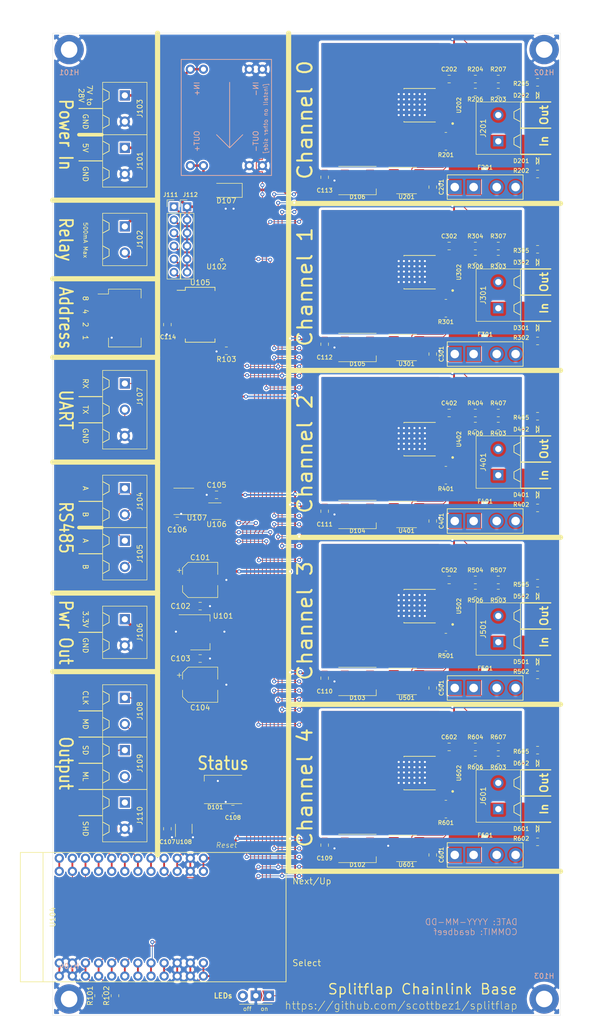
<source format=kicad_pcb>
(kicad_pcb (version 20171130) (host pcbnew 5.1.10-88a1d61d58~90~ubuntu20.04.1)
  (layers (0 F.Cu signal) (31 B.Cu signal) (34 B.Paste user) (35 F.Paste user) (36 B.SilkS user) (37 F.SilkS user) (38 B.Mask user) (39 F.Mask user) (44 Edge.Cuts user))
  (net 0 "")
  (net 1 +5V)
  (net 2 GND)
  (net 3 /SENSOR_DATA)
  (net 4 /CLOCK)
  (net 5 /RX)
  (net 6 /TX)
  (net 7 /SCL)
  (net 8 /SDA)
  (net 9 /RS485_DRIVE_EN)
  (net 10 /MOTOR_DATA)
  (net 11 +3V3)
  (net 12 /3V3_EXT)
  (net 13 /OUT0_EN)
  (net 14 /OUT1_EN)
  (net 15 /OUT2_EN)
  (net 16 /OUT3_EN)
  (net 17 /OUT4_EN)
  (net 18 /RGB_LEDS)
  (net 19 /LATCH)
  (net 20 /MCP_RESET)
  (net 21 /ADDR_3)
  (net 22 /ADDR_2)
  (net 23 /ADDR_1)
  (net 24 /ADDR_0)
  (net 25 /MASTER_EN)
  (net 26 /MCP_INT)
  (net 27 /RGB_LEDS_3V3)
  (net 28 /RELAY_MASTER)
  (net 29 /PowerChannel0/POWER_IN)
  (net 30 /PowerChannel0/POWER_OUT)
  (net 31 +12V)
  (net 32 "Net-(D101-Pad2)")
  (net 33 "Net-(D102-Pad2)")
  (net 34 "Net-(D103-Pad2)")
  (net 35 "Net-(D104-Pad2)")
  (net 36 "Net-(D105-Pad2)")
  (net 37 "Net-(D201-Pad2)")
  (net 38 "Net-(D201-Pad1)")
  (net 39 "Net-(D202-Pad1)")
  (net 40 "Net-(J104-Pad2)")
  (net 41 "Net-(J104-Pad1)")
  (net 42 "Net-(R203-Pad1)")
  (net 43 "Net-(R204-Pad2)")
  (net 44 "Net-(R206-Pad2)")
  (net 45 "Net-(U106-Pad2)")
  (net 46 /PowerChannel0/POWER_MONITORED)
  (net 47 "Net-(D107-Pad2)")
  (net 48 /LED_GND)
  (net 49 /PowerChannel1/POWER_MONITORED)
  (net 50 /PowerChannel2/POWER_MONITORED)
  (net 51 /PowerChannel3/POWER_MONITORED)
  (net 52 /PowerChannel4/POWER_MONITORED)
  (net 53 "Net-(D301-Pad2)")
  (net 54 "Net-(D301-Pad1)")
  (net 55 "Net-(D302-Pad1)")
  (net 56 /PowerChannel1/POWER_OUT)
  (net 57 "Net-(D401-Pad2)")
  (net 58 "Net-(D401-Pad1)")
  (net 59 /PowerChannel2/POWER_OUT)
  (net 60 "Net-(D402-Pad1)")
  (net 61 "Net-(D501-Pad2)")
  (net 62 "Net-(D501-Pad1)")
  (net 63 /PowerChannel3/POWER_OUT)
  (net 64 "Net-(D502-Pad1)")
  (net 65 "Net-(D601-Pad2)")
  (net 66 "Net-(D601-Pad1)")
  (net 67 /PowerChannel4/POWER_OUT)
  (net 68 "Net-(D602-Pad1)")
  (net 69 /PowerChannel1/POWER_IN)
  (net 70 /PowerChannel2/POWER_IN)
  (net 71 /PowerChannel3/POWER_IN)
  (net 72 /PowerChannel4/POWER_IN)
  (net 73 "Net-(R303-Pad1)")
  (net 74 "Net-(R304-Pad2)")
  (net 75 "Net-(R306-Pad2)")
  (net 76 "Net-(R403-Pad1)")
  (net 77 "Net-(R404-Pad2)")
  (net 78 "Net-(R406-Pad2)")
  (net 79 "Net-(R503-Pad1)")
  (net 80 "Net-(R504-Pad2)")
  (net 81 "Net-(R506-Pad2)")
  (net 82 "Net-(R603-Pad1)")
  (net 83 "Net-(R604-Pad2)")
  (net 84 "Net-(R606-Pad2)")
  (net 85 "Net-(J111-Pad6)")
  (net 86 "Net-(J111-Pad5)")
  (net 87 "Net-(J111-Pad4)")
  (net 88 "Net-(J111-Pad3)")
  (net 89 "Net-(J111-Pad2)")
  (net 90 "Net-(J111-Pad1)")
  (net 91 /MISC5)
  (net 92 /MISC4)
  (net 93 /MISC3)
  (net 94 /MISC2)
  (net 95 /MISC1)
  (net 96 /MISC0)
  (net 97 "Net-(U104-Pad24)")
  (net 98 "Net-(U104-Pad21)")
  (net 99 "Net-(U104-Pad9)")
  (net 100 "Net-(U104-Pad7)")
  (module ESP32:T-DISPLAY_extra_pins (layer F.Cu) (at 26.67 208.28 90)
    (fp_text reference U104 (at 11.43 -1.27 90) (layer F.SilkS))
    (fp_text value TTGO_TDisplay)
    (pad 22 thru_hole circle (at 20.32 5.08 90) (size 1.8 1.8) (drill 1) (layers *.Cu *.Mask) (net 26 /MCP_INT))
    (pad 21 thru_hole circle (at 20.32 7.62 90) (size 1.8 1.8) (drill 1) (layers *.Cu *.Mask) (net 98 "Net-(U104-Pad21)"))
    (pad 19 thru_hole circle (at 20.32 12.7 90) (size 1.8 1.8) (drill 1) (layers *.Cu *.Mask) (net 10 /MOTOR_DATA))
    (pad 20 thru_hole circle (at 20.32 10.16 90) (size 1.8 1.8) (drill 1) (layers *.Cu *.Mask) (net 3 /SENSOR_DATA))
    (pad 17 thru_hole circle (at 20.32 17.78 90) (size 1.8 1.8) (drill 1) (layers *.Cu *.Mask) (net 19 /LATCH))
    (pad 16 thru_hole circle (at 20.32 20.32 90) (size 1.8 1.8) (drill 1) (layers *.Cu *.Mask) (net 20 /MCP_RESET))
    (pad 14 thru_hole circle (at 20.32 25.4 90) (size 1.8 1.8) (drill 1) (layers *.Cu *.Mask) (net 2 GND))
    (pad 24 thru_hole circle (at 20.32 0 90) (size 1.8 1.8) (drill 1) (layers *.Cu *.Mask) (net 97 "Net-(U104-Pad24)"))
    (pad 18 thru_hole circle (at 20.32 15.24 90) (size 1.8 1.8) (drill 1) (layers *.Cu *.Mask) (net 4 /CLOCK))
    (pad 15 thru_hole circle (at 20.32 22.86 90) (size 1.8 1.8) (drill 1) (layers *.Cu *.Mask) (net 27 /RGB_LEDS_3V3))
    (pad 13 thru_hole circle (at 20.32 27.94 90) (size 1.8 1.8) (drill 1) (layers *.Cu *.Mask) (net 1 +5V))
    (pad 23 thru_hole circle (at 20.32 2.54 90) (size 1.8 1.8) (drill 1) (layers *.Cu *.Mask) (net 5 /RX))
    (pad 8 thru_hole circle (at 2.54 17.78 90) (size 1.8 1.8) (drill 1) (layers *.Cu *.Mask) (net 6 /TX))
    (pad 10 thru_hole circle (at 2.54 22.86 90) (size 1.8 1.8) (drill 1) (layers *.Cu *.Mask) (net 2 GND))
    (pad 6 thru_hole circle (at 2.54 12.7 90) (size 1.8 1.8) (drill 1) (layers *.Cu *.Mask) (net 9 /RS485_DRIVE_EN))
    (pad 1 thru_hole circle (at 2.54 0 90) (size 1.8 1.8) (drill 1) (layers *.Cu *.Mask) (net 2 GND))
    (pad 2 thru_hole circle (at 2.54 2.54 90) (size 1.8 1.8) (drill 1) (layers *.Cu *.Mask) (net 2 GND))
    (pad 3 thru_hole circle (at 2.54 5.08 90) (size 1.8 1.8) (drill 1) (layers *.Cu *.Mask) (net 8 /SDA))
    (pad 4 thru_hole circle (at 2.54 7.62 90) (size 1.8 1.8) (drill 1) (layers *.Cu *.Mask) (net 7 /SCL))
    (pad 5 thru_hole circle (at 2.54 10.16 90) (size 1.8 1.8) (drill 1) (layers *.Cu *.Mask) (net 25 /MASTER_EN))
    (pad 12 thru_hole circle (at 2.54 27.94 90) (size 1.8 1.8) (drill 1) (layers *.Cu *.Mask) (net 11 +3V3))
    (pad 9 thru_hole circle (at 2.54 20.32 90) (size 1.8 1.8) (drill 1) (layers *.Cu *.Mask) (net 99 "Net-(U104-Pad9)"))
    (pad 11 thru_hole circle (at 2.54 25.4 90) (size 1.8 1.8) (drill 1) (layers *.Cu *.Mask) (net 2 GND))
    (pad 7 thru_hole circle (at 2.54 15.24 90) (size 1.8 1.8) (drill 1) (layers *.Cu *.Mask) (net 100 "Net-(U104-Pad7)"))
    (pad 24 thru_hole circle (at 22.86 0 90) (size 1.8 1.8) (drill 1) (layers *.Cu *.Mask) (net 97 "Net-(U104-Pad24)"))
    (pad 23 thru_hole circle (at 22.86 2.54 90) (size 1.8 1.8) (drill 1) (layers *.Cu *.Mask) (net 5 /RX))
    (pad 22 thru_hole circle (at 22.86 5.08 90) (size 1.8 1.8) (drill 1) (layers *.Cu *.Mask) (net 26 /MCP_INT))
    (pad 21 thru_hole circle (at 22.86 7.62 90) (size 1.8 1.8) (drill 1) (layers *.Cu *.Mask) (net 98 "Net-(U104-Pad21)"))
    (pad 20 thru_hole circle (at 22.86 10.16 90) (size 1.8 1.8) (drill 1) (layers *.Cu *.Mask) (net 3 /SENSOR_DATA))
    (pad 19 thru_hole circle (at 22.86 12.7 90) (size 1.8 1.8) (drill 1) (layers *.Cu *.Mask) (net 10 /MOTOR_DATA))
    (pad 18 thru_hole circle (at 22.86 15.24 90) (size 1.8 1.8) (drill 1) (layers *.Cu *.Mask) (net 4 /CLOCK))
    (pad 17 thru_hole circle (at 22.86 17.78 90) (size 1.8 1.8) (drill 1) (layers *.Cu *.Mask) (net 19 /LATCH))
    (pad 16 thru_hole circle (at 22.86 20.32 90) (size 1.8 1.8) (drill 1) (layers *.Cu *.Mask) (net 20 /MCP_RESET))
    (pad 15 thru_hole circle (at 22.86 22.86 90) (size 1.8 1.8) (drill 1) (layers *.Cu *.Mask) (net 27 /RGB_LEDS_3V3))
    (pad 14 thru_hole circle (at 22.86 25.4 90) (size 1.8 1.8) (drill 1) (layers *.Cu *.Mask) (net 2 GND))
    (pad 13 thru_hole circle (at 22.86 27.94 90) (size 1.8 1.8) (drill 1) (layers *.Cu *.Mask) (net 1 +5V))
    (pad 12 thru_hole circle (at 0 27.94 90) (size 1.8 1.8) (drill 1) (layers *.Cu *.Mask) (net 11 +3V3))
    (pad 11 thru_hole circle (at 0 25.4 90) (size 1.8 1.8) (drill 1) (layers *.Cu *.Mask) (net 2 GND))
    (pad 10 thru_hole circle (at 0 22.86 90) (size 1.8 1.8) (drill 1) (layers *.Cu *.Mask) (net 2 GND))
    (pad 9 thru_hole circle (at 0 20.32 90) (size 1.8 1.8) (drill 1) (layers *.Cu *.Mask) (net 99 "Net-(U104-Pad9)"))
    (pad 8 thru_hole circle (at 0 17.78 90) (size 1.8 1.8) (drill 1) (layers *.Cu *.Mask) (net 6 /TX))
    (pad 7 thru_hole circle (at 0 15.24 90) (size 1.8 1.8) (drill 1) (layers *.Cu *.Mask) (net 100 "Net-(U104-Pad7)"))
    (pad 6 thru_hole circle (at 0 12.7 90) (size 1.8 1.8) (drill 1) (layers *.Cu *.Mask) (net 9 /RS485_DRIVE_EN))
    (pad 5 thru_hole circle (at 0 10.16 90) (size 1.8 1.8) (drill 1) (layers *.Cu *.Mask) (net 25 /MASTER_EN))
    (pad 4 thru_hole circle (at 0 7.62 90) (size 1.8 1.8) (drill 1) (layers *.Cu *.Mask) (net 7 /SCL))
    (pad 3 thru_hole circle (at 0 5.08 90) (size 1.8 1.8) (drill 1) (layers *.Cu *.Mask) (net 8 /SDA))
    (pad 2 thru_hole circle (at 0 2.54 90) (size 1.8 1.8) (drill 1) (layers *.Cu *.Mask) (net 2 GND))
    (pad 1 thru_hole circle (at 0 0 90) (size 1.8 1.8) (drill 1) (layers *.Cu *.Mask) (net 2 GND))
  )
  (module ModifiedSymbols:PinHeader_1x03_P2.54mm_Vertical_SolderJumper (layer F.Cu) (at 67.31 212.09 270)
    (fp_text reference JP101 hide)
    (fp_text value LEDs)
    (fp_poly (pts (xy 1 1.54) (xy 1 3.54) (xy -1 3.54) (xy -1 1.54) (xy 0 1.24)) (layer F.Cu) (width 0.01))
    (fp_poly (pts (xy 1 -1) (xy 1 1.3) (xy 0 1) (xy -1 1.3) (xy -1 -1)) (layer F.Cu) (width 0.01))
    (pad 3 thru_hole circle (at 0 5.08 270) (size 2 2) (drill 1) (layers *.Cu *.Mask))
    (pad 2 thru_hole rect (at 0 2.54 270) (size 2 2) (drill 1) (layers *.Cu *.Mask) (net 2 GND))
    (pad 1 thru_hole rect (at 0 0 270) (size 2 2) (drill 1) (layers *.Cu *.Mask) (net 48 /LED_GND))
  )
  (module Resistor_SMD:R_0805_2012Metric (layer F.Cu) (at 111.76 163.83)
    (fp_text reference R607 (at 0 -1.905) (layer F.SilkS) (effects (font (size 0.8 0.8))))
    (fp_text value 15k)
    (pad 2 smd roundrect (at 0.9125 0) (size 1.025 1.4) (layers F.Cu F.Paste F.Mask) (roundrect_rratio 0.243902) (net 17 /OUT4_EN))
    (pad 1 smd roundrect (at -0.9125 0) (size 1.025 1.4) (layers F.Cu F.Paste F.Mask) (roundrect_rratio 0.243902) (net 2 GND))
  )
  (module Resistor_SMD:R_0805_2012Metric (layer F.Cu) (at 111.76 131.445)
    (fp_text reference R507 (at 0 -1.905) (layer F.SilkS) (effects (font (size 0.8 0.8))))
    (fp_text value 15k)
    (pad 2 smd roundrect (at 0.9125 0) (size 1.025 1.4) (layers F.Cu F.Paste F.Mask) (roundrect_rratio 0.243902) (net 16 /OUT3_EN))
    (pad 1 smd roundrect (at -0.9125 0) (size 1.025 1.4) (layers F.Cu F.Paste F.Mask) (roundrect_rratio 0.243902) (net 2 GND))
  )
  (module Resistor_SMD:R_0805_2012Metric (layer F.Cu) (at 111.76 99.06)
    (fp_text reference R407 (at 0 -1.905) (layer F.SilkS) (effects (font (size 0.8 0.8))))
    (fp_text value 15k)
    (pad 2 smd roundrect (at 0.9125 0) (size 1.025 1.4) (layers F.Cu F.Paste F.Mask) (roundrect_rratio 0.243902) (net 15 /OUT2_EN))
    (pad 1 smd roundrect (at -0.9125 0) (size 1.025 1.4) (layers F.Cu F.Paste F.Mask) (roundrect_rratio 0.243902) (net 2 GND))
  )
  (module Resistor_SMD:R_0805_2012Metric (layer F.Cu) (at 111.76 66.675)
    (fp_text reference R307 (at 0 -1.905) (layer F.SilkS) (effects (font (size 0.8 0.8))))
    (fp_text value 15k)
    (pad 2 smd roundrect (at 0.9125 0) (size 1.025 1.4) (layers F.Cu F.Paste F.Mask) (roundrect_rratio 0.243902) (net 14 /OUT1_EN))
    (pad 1 smd roundrect (at -0.9125 0) (size 1.025 1.4) (layers F.Cu F.Paste F.Mask) (roundrect_rratio 0.243902) (net 2 GND))
  )
  (module Resistor_SMD:R_0805_2012Metric (layer F.Cu) (at 111.76 34.29)
    (fp_text reference R207 (at 0 -1.905) (layer F.SilkS) (effects (font (size 0.8 0.8))))
    (fp_text value 15k)
    (pad 2 smd roundrect (at 0.9125 0) (size 1.025 1.4) (layers F.Cu F.Paste F.Mask) (roundrect_rratio 0.243902) (net 13 /OUT0_EN))
    (pad 1 smd roundrect (at -0.9125 0) (size 1.025 1.4) (layers F.Cu F.Paste F.Mask) (roundrect_rratio 0.243902) (net 2 GND))
  )
  (module Buck:BuckModuleBackSilk (layer F.Cu) (at 66.04 32.385 270)
    (fp_text reference U103 hide)
    (fp_text value Buck)
    (fp_text user "[Install on other side]" (at 9.525 -0.635 90) (layer B.SilkS) (effects (font (size 0.8 0.8) (thickness 0.12) italic) (justify mirror)))
    (fp_text user IN- (at 3.81 1.27 270) (layer B.SilkS) (effects (justify mirror)))
    (fp_text user OUT- (at 13.97 1.27 270) (layer B.SilkS) (effects (justify mirror)))
    (fp_text user IN+ (at 3.81 12.7 270) (layer B.SilkS) (effects (justify mirror)))
    (fp_text user OUT+ (at 13.97 12.7 270) (layer B.SilkS) (effects (justify mirror)))
    (pad IN_GND thru_hole circle (at 0 0 270) (size 1.8 1.8) (drill 1) (layers *.Cu *.Mask) (net 2 GND))
    (pad IN_GND thru_hole circle (at 0 2.54 270) (size 1.8 1.8) (drill 1) (layers *.Cu *.Mask) (net 2 GND))
    (pad IN thru_hole circle (at 0 11.43 270) (size 1.8 1.8) (drill 1) (layers *.Cu *.Mask) (net 31 +12V))
    (pad IN thru_hole circle (at 0 13.97 270) (size 1.8 1.8) (drill 1) (layers *.Cu *.Mask) (net 31 +12V))
    (pad OUT_GND thru_hole circle (at 18.7 0 270) (size 1.8 1.8) (drill 1) (layers *.Cu *.Mask) (net 2 GND))
    (pad OUT_GND thru_hole circle (at 18.7 2.54 270) (size 1.8 1.8) (drill 1) (layers *.Cu *.Mask) (net 2 GND))
    (pad OUT thru_hole circle (at 18.7 11.43 270) (size 1.8 1.8) (drill 1) (layers *.Cu *.Mask) (net 47 "Net-(D107-Pad2)"))
    (pad OUT thru_hole circle (at 18.7 13.97 270) (size 1.8 1.8) (drill 1) (layers *.Cu *.Mask) (net 47 "Net-(D107-Pad2)"))
  )
  (module VN7007ALHTR:VN7007ALHTR (layer F.Cu) (at 96.52 168.91 180)
    (fp_text reference U602 (at -7.62 0 90) (layer F.SilkS) (effects (font (size 0.8 0.8))))
    (fp_text value VN7007ALH)
    (pad 7 smd rect (at -5.425 2.55 270) (size 0.6 2.4) (layers F.Cu F.Paste F.Mask) (net 2 GND))
    (pad 6 smd rect (at -5.425 1.7 270) (size 0.6 2.4) (layers F.Cu F.Paste F.Mask) (net 83 "Net-(R604-Pad2)"))
    (pad 5 smd rect (at -5.425 0.85 270) (size 0.6 2.4) (layers F.Cu F.Paste F.Mask) (net 84 "Net-(R606-Pad2)"))
    (pad 4 smd rect (at -5.425 0 270) (size 0.6 2.4) (layers F.Cu F.Paste F.Mask) (net 82 "Net-(R603-Pad1)"))
    (pad 3 smd rect (at -5.425 -0.85 270) (size 0.6 2.4) (layers F.Cu F.Paste F.Mask) (net 67 /PowerChannel4/POWER_OUT))
    (pad 2 smd rect (at -5.425 -1.7 270) (size 0.6 2.4) (layers F.Cu F.Paste F.Mask) (net 67 /PowerChannel4/POWER_OUT))
    (pad 1 smd rect (at -5.425 -2.55 270) (size 0.6 2.4) (layers F.Cu F.Paste F.Mask) (net 67 /PowerChannel4/POWER_OUT))
    (pad TAB smd rect (at 1.375 0 270) (size 5.55 6.5) (layers F.Cu F.Paste F.Mask) (net 52 /PowerChannel4/POWER_MONITORED))
  )
  (module VN7007ALHTR:VN7007ALHTR (layer F.Cu) (at 96.52 136.525 180)
    (fp_text reference U502 (at -7.62 0 90) (layer F.SilkS) (effects (font (size 0.8 0.8))))
    (fp_text value VN7007ALH)
    (pad 7 smd rect (at -5.425 2.55 270) (size 0.6 2.4) (layers F.Cu F.Paste F.Mask) (net 2 GND))
    (pad 6 smd rect (at -5.425 1.7 270) (size 0.6 2.4) (layers F.Cu F.Paste F.Mask) (net 80 "Net-(R504-Pad2)"))
    (pad 5 smd rect (at -5.425 0.85 270) (size 0.6 2.4) (layers F.Cu F.Paste F.Mask) (net 81 "Net-(R506-Pad2)"))
    (pad 4 smd rect (at -5.425 0 270) (size 0.6 2.4) (layers F.Cu F.Paste F.Mask) (net 79 "Net-(R503-Pad1)"))
    (pad 3 smd rect (at -5.425 -0.85 270) (size 0.6 2.4) (layers F.Cu F.Paste F.Mask) (net 63 /PowerChannel3/POWER_OUT))
    (pad 2 smd rect (at -5.425 -1.7 270) (size 0.6 2.4) (layers F.Cu F.Paste F.Mask) (net 63 /PowerChannel3/POWER_OUT))
    (pad 1 smd rect (at -5.425 -2.55 270) (size 0.6 2.4) (layers F.Cu F.Paste F.Mask) (net 63 /PowerChannel3/POWER_OUT))
    (pad TAB smd rect (at 1.375 0 270) (size 5.55 6.5) (layers F.Cu F.Paste F.Mask) (net 51 /PowerChannel3/POWER_MONITORED))
  )
  (module VN7007ALHTR:VN7007ALHTR (layer F.Cu) (at 96.52 104.14 180)
    (fp_text reference U402 (at -7.62 0 90) (layer F.SilkS) (effects (font (size 0.8 0.8))))
    (fp_text value VN7007ALH)
    (pad 7 smd rect (at -5.425 2.55 270) (size 0.6 2.4) (layers F.Cu F.Paste F.Mask) (net 2 GND))
    (pad 6 smd rect (at -5.425 1.7 270) (size 0.6 2.4) (layers F.Cu F.Paste F.Mask) (net 77 "Net-(R404-Pad2)"))
    (pad 5 smd rect (at -5.425 0.85 270) (size 0.6 2.4) (layers F.Cu F.Paste F.Mask) (net 78 "Net-(R406-Pad2)"))
    (pad 4 smd rect (at -5.425 0 270) (size 0.6 2.4) (layers F.Cu F.Paste F.Mask) (net 76 "Net-(R403-Pad1)"))
    (pad 3 smd rect (at -5.425 -0.85 270) (size 0.6 2.4) (layers F.Cu F.Paste F.Mask) (net 59 /PowerChannel2/POWER_OUT))
    (pad 2 smd rect (at -5.425 -1.7 270) (size 0.6 2.4) (layers F.Cu F.Paste F.Mask) (net 59 /PowerChannel2/POWER_OUT))
    (pad 1 smd rect (at -5.425 -2.55 270) (size 0.6 2.4) (layers F.Cu F.Paste F.Mask) (net 59 /PowerChannel2/POWER_OUT))
    (pad TAB smd rect (at 1.375 0 270) (size 5.55 6.5) (layers F.Cu F.Paste F.Mask) (net 50 /PowerChannel2/POWER_MONITORED))
  )
  (module VN7007ALHTR:VN7007ALHTR (layer F.Cu) (at 96.52 71.755 180)
    (fp_text reference U302 (at -7.62 0 90) (layer F.SilkS) (effects (font (size 0.8 0.8))))
    (fp_text value VN7007ALH)
    (pad 7 smd rect (at -5.425 2.55 270) (size 0.6 2.4) (layers F.Cu F.Paste F.Mask) (net 2 GND))
    (pad 6 smd rect (at -5.425 1.7 270) (size 0.6 2.4) (layers F.Cu F.Paste F.Mask) (net 74 "Net-(R304-Pad2)"))
    (pad 5 smd rect (at -5.425 0.85 270) (size 0.6 2.4) (layers F.Cu F.Paste F.Mask) (net 75 "Net-(R306-Pad2)"))
    (pad 4 smd rect (at -5.425 0 270) (size 0.6 2.4) (layers F.Cu F.Paste F.Mask) (net 73 "Net-(R303-Pad1)"))
    (pad 3 smd rect (at -5.425 -0.85 270) (size 0.6 2.4) (layers F.Cu F.Paste F.Mask) (net 56 /PowerChannel1/POWER_OUT))
    (pad 2 smd rect (at -5.425 -1.7 270) (size 0.6 2.4) (layers F.Cu F.Paste F.Mask) (net 56 /PowerChannel1/POWER_OUT))
    (pad 1 smd rect (at -5.425 -2.55 270) (size 0.6 2.4) (layers F.Cu F.Paste F.Mask) (net 56 /PowerChannel1/POWER_OUT))
    (pad TAB smd rect (at 1.375 0 270) (size 5.55 6.5) (layers F.Cu F.Paste F.Mask) (net 49 /PowerChannel1/POWER_MONITORED))
  )
  (module VN7007ALHTR:VN7007ALHTR (layer F.Cu) (at 96.52 39.37 180)
    (fp_text reference U202 (at -7.62 0 90) (layer F.SilkS) (effects (font (size 0.8 0.8))))
    (fp_text value VN7007ALH)
    (pad 7 smd rect (at -5.425 2.55 270) (size 0.6 2.4) (layers F.Cu F.Paste F.Mask) (net 2 GND))
    (pad 6 smd rect (at -5.425 1.7 270) (size 0.6 2.4) (layers F.Cu F.Paste F.Mask) (net 43 "Net-(R204-Pad2)"))
    (pad 5 smd rect (at -5.425 0.85 270) (size 0.6 2.4) (layers F.Cu F.Paste F.Mask) (net 44 "Net-(R206-Pad2)"))
    (pad 4 smd rect (at -5.425 0 270) (size 0.6 2.4) (layers F.Cu F.Paste F.Mask) (net 42 "Net-(R203-Pad1)"))
    (pad 3 smd rect (at -5.425 -0.85 270) (size 0.6 2.4) (layers F.Cu F.Paste F.Mask) (net 30 /PowerChannel0/POWER_OUT))
    (pad 2 smd rect (at -5.425 -1.7 270) (size 0.6 2.4) (layers F.Cu F.Paste F.Mask) (net 30 /PowerChannel0/POWER_OUT))
    (pad 1 smd rect (at -5.425 -2.55 270) (size 0.6 2.4) (layers F.Cu F.Paste F.Mask) (net 30 /PowerChannel0/POWER_OUT))
    (pad TAB smd rect (at 1.375 0 270) (size 5.55 6.5) (layers F.Cu F.Paste F.Mask) (net 46 /PowerChannel0/POWER_MONITORED))
  )
  (module ModifiedSymbols:LED_0805_2012Metric_Silkscreen (layer F.Cu) (at 119.38 167.005 180)
    (fp_text reference D602 (at 3.175 0) (layer F.SilkS) (effects (font (size 0.8 0.8))))
    (fp_text value Red)
    (pad 2 smd roundrect (at 0.9375 0 180) (size 0.975 1.4) (layers F.Cu F.Paste F.Mask) (net 67 /PowerChannel4/POWER_OUT))
    (pad 1 smd roundrect (at -0.9375 0 180) (size 0.975 1.4) (layers F.Cu F.Paste F.Mask) (net 68 "Net-(D602-Pad1)"))
  )
  (module ModifiedSymbols:LED_0805_2012Metric_Silkscreen (layer F.Cu) (at 119.38 179.705 180)
    (fp_text reference D601 (at 3.175 0) (layer F.SilkS) (effects (font (size 0.8 0.8))))
    (fp_text value Red)
    (pad 2 smd roundrect (at 0.9375 0 180) (size 0.975 1.4) (layers F.Cu F.Paste F.Mask) (net 65 "Net-(D601-Pad2)"))
    (pad 1 smd roundrect (at -0.9375 0 180) (size 0.975 1.4) (layers F.Cu F.Paste F.Mask) (net 66 "Net-(D601-Pad1)"))
  )
  (module ModifiedSymbols:LED_0805_2012Metric_Silkscreen (layer F.Cu) (at 119.38 134.62 180)
    (fp_text reference D502 (at 3.175 0) (layer F.SilkS) (effects (font (size 0.8 0.8))))
    (fp_text value Red)
    (pad 2 smd roundrect (at 0.9375 0 180) (size 0.975 1.4) (layers F.Cu F.Paste F.Mask) (net 63 /PowerChannel3/POWER_OUT))
    (pad 1 smd roundrect (at -0.9375 0 180) (size 0.975 1.4) (layers F.Cu F.Paste F.Mask) (net 64 "Net-(D502-Pad1)"))
  )
  (module ModifiedSymbols:LED_0805_2012Metric_Silkscreen (layer F.Cu) (at 119.38 147.32 180)
    (fp_text reference D501 (at 3.175 0) (layer F.SilkS) (effects (font (size 0.8 0.8))))
    (fp_text value Red)
    (pad 2 smd roundrect (at 0.9375 0 180) (size 0.975 1.4) (layers F.Cu F.Paste F.Mask) (net 61 "Net-(D501-Pad2)"))
    (pad 1 smd roundrect (at -0.9375 0 180) (size 0.975 1.4) (layers F.Cu F.Paste F.Mask) (net 62 "Net-(D501-Pad1)"))
  )
  (module ModifiedSymbols:LED_0805_2012Metric_Silkscreen (layer F.Cu) (at 119.38 102.235 180)
    (fp_text reference D402 (at 3.175 0) (layer F.SilkS) (effects (font (size 0.8 0.8))))
    (fp_text value Red)
    (pad 2 smd roundrect (at 0.9375 0 180) (size 0.975 1.4) (layers F.Cu F.Paste F.Mask) (net 59 /PowerChannel2/POWER_OUT))
    (pad 1 smd roundrect (at -0.9375 0 180) (size 0.975 1.4) (layers F.Cu F.Paste F.Mask) (net 60 "Net-(D402-Pad1)"))
  )
  (module ModifiedSymbols:LED_0805_2012Metric_Silkscreen (layer F.Cu) (at 119.38 114.935 180)
    (fp_text reference D401 (at 3.175 0) (layer F.SilkS) (effects (font (size 0.8 0.8))))
    (fp_text value Red)
    (pad 2 smd roundrect (at 0.9375 0 180) (size 0.975 1.4) (layers F.Cu F.Paste F.Mask) (net 57 "Net-(D401-Pad2)"))
    (pad 1 smd roundrect (at -0.9375 0 180) (size 0.975 1.4) (layers F.Cu F.Paste F.Mask) (net 58 "Net-(D401-Pad1)"))
  )
  (module ModifiedSymbols:LED_0805_2012Metric_Silkscreen (layer F.Cu) (at 119.38 69.85 180)
    (fp_text reference D302 (at 3.175 0) (layer F.SilkS) (effects (font (size 0.8 0.8))))
    (fp_text value Red)
    (pad 2 smd roundrect (at 0.9375 0 180) (size 0.975 1.4) (layers F.Cu F.Paste F.Mask) (net 56 /PowerChannel1/POWER_OUT))
    (pad 1 smd roundrect (at -0.9375 0 180) (size 0.975 1.4) (layers F.Cu F.Paste F.Mask) (net 55 "Net-(D302-Pad1)"))
  )
  (module ModifiedSymbols:LED_0805_2012Metric_Silkscreen (layer F.Cu) (at 119.38 82.55 180)
    (fp_text reference D301 (at 3.175 0) (layer F.SilkS) (effects (font (size 0.8 0.8))))
    (fp_text value Red)
    (pad 2 smd roundrect (at 0.9375 0 180) (size 0.975 1.4) (layers F.Cu F.Paste F.Mask) (net 53 "Net-(D301-Pad2)"))
    (pad 1 smd roundrect (at -0.9375 0 180) (size 0.975 1.4) (layers F.Cu F.Paste F.Mask) (net 54 "Net-(D301-Pad1)"))
  )
  (module ModifiedSymbols:LED_0805_2012Metric_Silkscreen (layer F.Cu) (at 119.38 37.465 180)
    (fp_text reference D202 (at 3.175 0) (layer F.SilkS) (effects (font (size 0.8 0.8))))
    (fp_text value Red)
    (pad 2 smd roundrect (at 0.9375 0 180) (size 0.975 1.4) (layers F.Cu F.Paste F.Mask) (net 30 /PowerChannel0/POWER_OUT))
    (pad 1 smd roundrect (at -0.9375 0 180) (size 0.975 1.4) (layers F.Cu F.Paste F.Mask) (net 39 "Net-(D202-Pad1)"))
  )
  (module ModifiedSymbols:LED_0805_2012Metric_Silkscreen (layer F.Cu) (at 119.38 50.165 180)
    (fp_text reference D201 (at 3.175 0) (layer F.SilkS) (effects (font (size 0.8 0.8))))
    (fp_text value Red)
    (pad 2 smd roundrect (at 0.9375 0 180) (size 0.975 1.4) (layers F.Cu F.Paste F.Mask) (net 37 "Net-(D201-Pad2)"))
    (pad 1 smd roundrect (at -0.9375 0 180) (size 0.975 1.4) (layers F.Cu F.Paste F.Mask) (net 38 "Net-(D201-Pad1)"))
  )
  (module Dummy:Dummy (layer F.Cu) (at 119.38 186.055)
    (fp_text reference Z601)
    (fp_text value Fuse)
  )
  (module Dummy:Dummy (layer F.Cu) (at 119.38 153.67)
    (fp_text reference Z501)
    (fp_text value Fuse)
  )
  (module Dummy:Dummy (layer F.Cu) (at 119.38 121.285)
    (fp_text reference Z401)
    (fp_text value Fuse)
  )
  (module Dummy:Dummy (layer F.Cu) (at 119.38 88.9)
    (fp_text reference Z301)
    (fp_text value Fuse)
  )
  (module Dummy:Dummy (layer F.Cu) (at 119.38 56.515)
    (fp_text reference Z201)
    (fp_text value Fuse)
  )
  (module Capacitor_SMD:C_0805_2012Metric (layer F.Cu) (at 47.625 81.915 90)
    (fp_text reference C114 (at -2.413 0.127 180) (layer F.SilkS) (effects (font (size 0.8 0.8))))
    (fp_text value 0.1uF)
    (pad 2 smd roundrect (at 0.95 0 90) (size 1 1.45) (layers F.Cu F.Paste F.Mask) (net 11 +3V3))
    (pad 1 smd roundrect (at -0.95 0 90) (size 1 1.45) (layers F.Cu F.Paste F.Mask) (net 2 GND))
  )
  (module Connector_PinHeader_2.54mm:PinHeader_1x06_P2.54mm_Vertical (layer F.Cu) (at 51.435 59.055)
    (fp_text reference J112 (at 0.635 -2.33) (layer F.SilkS) (effects (font (size 0.8 0.8))))
    (fp_text value Conn_01x06_Male)
    (pad 6 thru_hole oval (at 0 12.7) (size 1.7 1.7) (drill 1) (layers *.Cu *.Mask) (net 1 +5V))
    (pad 5 thru_hole oval (at 0 10.16) (size 1.7 1.7) (drill 1) (layers *.Cu *.Mask) (net 1 +5V))
    (pad 4 thru_hole oval (at 0 7.62) (size 1.7 1.7) (drill 1) (layers *.Cu *.Mask) (net 1 +5V))
    (pad 3 thru_hole oval (at 0 5.08) (size 1.7 1.7) (drill 1) (layers *.Cu *.Mask) (net 1 +5V))
    (pad 2 thru_hole oval (at 0 2.54) (size 1.7 1.7) (drill 1) (layers *.Cu *.Mask) (net 1 +5V))
    (pad 1 thru_hole rect (at 0 0) (size 1.7 1.7) (drill 1) (layers *.Cu *.Mask) (net 1 +5V))
  )
  (module Connector_PinHeader_2.54mm:PinHeader_1x06_P2.54mm_Vertical (layer F.Cu) (at 48.895 59.055)
    (fp_text reference J111 (at -0.635 -2.33) (layer F.SilkS) (effects (font (size 0.8 0.8))))
    (fp_text value Conn_01x06_Male)
    (pad 6 thru_hole oval (at 0 12.7) (size 1.7 1.7) (drill 1) (layers *.Cu *.Mask) (net 85 "Net-(J111-Pad6)"))
    (pad 5 thru_hole oval (at 0 10.16) (size 1.7 1.7) (drill 1) (layers *.Cu *.Mask) (net 86 "Net-(J111-Pad5)"))
    (pad 4 thru_hole oval (at 0 7.62) (size 1.7 1.7) (drill 1) (layers *.Cu *.Mask) (net 87 "Net-(J111-Pad4)"))
    (pad 3 thru_hole oval (at 0 5.08) (size 1.7 1.7) (drill 1) (layers *.Cu *.Mask) (net 88 "Net-(J111-Pad3)"))
    (pad 2 thru_hole oval (at 0 2.54) (size 1.7 1.7) (drill 1) (layers *.Cu *.Mask) (net 89 "Net-(J111-Pad2)"))
    (pad 1 thru_hole rect (at 0 0) (size 1.7 1.7) (drill 1) (layers *.Cu *.Mask) (net 90 "Net-(J111-Pad1)"))
  )
  (module Resistor_SMD:R_0805_2012Metric (layer F.Cu) (at 59.055 86.995 180)
    (fp_text reference R103 (at 0 -1.65) (layer F.SilkS))
    (fp_text value 15k)
    (pad 2 smd roundrect (at 0.9125 0 180) (size 1.025 1.4) (layers F.Cu F.Paste F.Mask) (roundrect_rratio 0.243902) (net 2 GND))
    (pad 1 smd roundrect (at -0.9125 0 180) (size 1.025 1.4) (layers F.Cu F.Paste F.Mask) (roundrect_rratio 0.243902) (net 20 /MCP_RESET))
  )
  (module Resistor_SMD:R_0805_2012Metric (layer F.Cu) (at 37.465 212.09 90)
    (fp_text reference R102 (at 0 -1.65 90) (layer F.SilkS))
    (fp_text value 1k)
    (pad 2 smd roundrect (at 0.9125 0 90) (size 1.025 1.4) (layers F.Cu F.Paste F.Mask) (roundrect_rratio 0.243902) (net 7 /SCL))
    (pad 1 smd roundrect (at -0.9125 0 90) (size 1.025 1.4) (layers F.Cu F.Paste F.Mask) (roundrect_rratio 0.243902) (net 11 +3V3))
  )
  (module Resistor_SMD:R_0805_2012Metric (layer F.Cu) (at 34.29 212.09 90)
    (fp_text reference R101 (at 0 -1.65 90) (layer F.SilkS))
    (fp_text value 1k)
    (pad 2 smd roundrect (at 0.9125 0 90) (size 1.025 1.4) (layers F.Cu F.Paste F.Mask) (roundrect_rratio 0.243902) (net 8 /SDA))
    (pad 1 smd roundrect (at -0.9125 0 90) (size 1.025 1.4) (layers F.Cu F.Paste F.Mask) (roundrect_rratio 0.243902) (net 11 +3V3))
  )
  (module Capacitor_SMD:C_0805_2012Metric (layer F.Cu) (at 60.325 175.895 180)
    (fp_text reference C108 (at 0 -1.651) (layer F.SilkS) (effects (font (size 0.8 0.8))))
    (fp_text value 0.1uF)
    (pad 2 smd roundrect (at 0.95 0 180) (size 1 1.45) (layers F.Cu F.Paste F.Mask) (net 2 GND))
    (pad 1 smd roundrect (at -0.95 0 180) (size 1 1.45) (layers F.Cu F.Paste F.Mask) (net 1 +5V))
  )
  (module Capacitor_SMD:C_0805_2012Metric (layer F.Cu) (at 47.625 179.705 270)
    (fp_text reference C107 (at 2.54 0 180) (layer F.SilkS) (effects (font (size 0.8 0.8))))
    (fp_text value 0.1uF)
    (pad 2 smd roundrect (at 0.95 0 270) (size 1 1.45) (layers F.Cu F.Paste F.Mask) (net 2 GND))
    (pad 1 smd roundrect (at -0.95 0 270) (size 1 1.45) (layers F.Cu F.Paste F.Mask) (net 1 +5V))
  )
  (module Capacitor_SMD:C_0805_2012Metric (layer F.Cu) (at 49.53 120.015 180)
    (fp_text reference C106 (at 0 -1.68) (layer F.SilkS))
    (fp_text value 0.1uF)
    (pad 2 smd roundrect (at 0.95 0 180) (size 1 1.45) (layers F.Cu F.Paste F.Mask) (net 1 +5V))
    (pad 1 smd roundrect (at -0.95 0 180) (size 1 1.45) (layers F.Cu F.Paste F.Mask) (net 2 GND))
  )
  (module Capacitor_SMD:C_0805_2012Metric (layer F.Cu) (at 57.15 114.935 180)
    (fp_text reference C105 (at 0 1.905) (layer F.SilkS))
    (fp_text value 0.1uF)
    (pad 2 smd roundrect (at 0.95 0 180) (size 1 1.45) (layers F.Cu F.Paste F.Mask) (net 2 GND))
    (pad 1 smd roundrect (at -0.95 0 180) (size 1 1.45) (layers F.Cu F.Paste F.Mask) (net 11 +3V3))
  )
  (module Capacitor_SMD:C_0805_2012Metric (layer F.Cu) (at 53.975 146.685)
    (fp_text reference C103 (at -3.81 0) (layer F.SilkS))
    (fp_text value 4.7uF)
    (pad 2 smd roundrect (at 0.95 0) (size 1 1.45) (layers F.Cu F.Paste F.Mask) (net 2 GND))
    (pad 1 smd roundrect (at -0.95 0) (size 1 1.45) (layers F.Cu F.Paste F.Mask) (net 12 /3V3_EXT))
  )
  (module Capacitor_SMD:C_0805_2012Metric (layer F.Cu) (at 53.975 136.525)
    (fp_text reference C102 (at -3.81 0) (layer F.SilkS))
    (fp_text value 4.7uF)
    (pad 2 smd roundrect (at 0.95 0) (size 1 1.45) (layers F.Cu F.Paste F.Mask) (net 2 GND))
    (pad 1 smd roundrect (at -0.95 0) (size 1 1.45) (layers F.Cu F.Paste F.Mask) (net 1 +5V))
  )
  (module Resistor_SMD:R_0805_2012Metric (layer F.Cu) (at 107.315 166.37 180)
    (fp_text reference R606 (at 0 -1.397) (layer F.SilkS) (effects (font (size 0.8 0.8))))
    (fp_text value 1k)
    (pad 2 smd roundrect (at 0.9125 0 180) (size 1.025 1.4) (layers F.Cu F.Paste F.Mask) (roundrect_rratio 0.243902) (net 84 "Net-(R606-Pad2)"))
    (pad 1 smd roundrect (at -0.9125 0 180) (size 1.025 1.4) (layers F.Cu F.Paste F.Mask) (roundrect_rratio 0.243902) (net 2 GND))
  )
  (module LED_SMD:LED_WS2812B_PLCC4_5.0x5.0mm_P3.2mm (layer F.Cu) (at 84.455 183.515)
    (fp_text reference D102 (at 0 3.175) (layer F.SilkS) (effects (font (size 0.8 0.8))))
    (fp_text value WS2812B)
    (pad 1 smd rect (at -2.45 -1.6) (size 1.5 1) (layers F.Cu F.Paste F.Mask) (net 1 +5V))
    (pad 2 smd rect (at -2.45 1.6) (size 1.5 1) (layers F.Cu F.Paste F.Mask) (net 33 "Net-(D102-Pad2)"))
    (pad 4 smd rect (at 2.45 -1.6) (size 1.5 1) (layers F.Cu F.Paste F.Mask) (net 32 "Net-(D101-Pad2)"))
    (pad 3 smd rect (at 2.45 1.6) (size 1.5 1) (layers F.Cu F.Paste F.Mask) (net 2 GND))
  )
  (module Resistor_SMD:R_0805_2012Metric (layer F.Cu) (at 111.76 166.37)
    (fp_text reference R603 (at 0 1.397) (layer F.SilkS) (effects (font (size 0.8 0.8))))
    (fp_text value 15k)
    (pad 2 smd roundrect (at 0.9125 0) (size 1.025 1.4) (layers F.Cu F.Paste F.Mask) (roundrect_rratio 0.243902) (net 17 /OUT4_EN))
    (pad 1 smd roundrect (at -0.9125 0) (size 1.025 1.4) (layers F.Cu F.Paste F.Mask) (roundrect_rratio 0.243902) (net 82 "Net-(R603-Pad1)"))
  )
  (module Capacitor_SMD:C_0805_2012Metric (layer F.Cu) (at 78.105 182.88 270)
    (fp_text reference C109 (at 2.54 0 180) (layer F.SilkS) (effects (font (size 0.8 0.8))))
    (fp_text value 0.1uF)
    (pad 2 smd roundrect (at 0.95 0 270) (size 1 1.45) (layers F.Cu F.Paste F.Mask) (net 2 GND))
    (pad 1 smd roundrect (at -0.95 0 270) (size 1 1.45) (layers F.Cu F.Paste F.Mask) (net 1 +5V))
  )
  (module Capacitor_SMD:C_0805_2012Metric (layer F.Cu) (at 99.06 184.785 270)
    (fp_text reference C601 (at 0 -1.68 90) (layer F.SilkS) (effects (font (size 0.8 0.8))))
    (fp_text value 0.1uF)
    (pad 2 smd roundrect (at 0.95 0 270) (size 1 1.45) (layers F.Cu F.Paste F.Mask) (net 11 +3V3))
    (pad 1 smd roundrect (at -0.95 0 270) (size 1 1.45) (layers F.Cu F.Paste F.Mask) (net 2 GND))
  )
  (module Resistor_SMD:R_0612_1632Metric (layer F.Cu) (at 101.6 175.895 180)
    (fp_text reference R601 (at 0 -2.65) (layer F.SilkS) (effects (font (size 0.8 0.8))))
    (fp_text value "0.01R 1% 1W")
    (pad 2 smd roundrect (at 0.75 0 180) (size 1 3.4) (layers F.Cu F.Paste F.Mask) (net 52 /PowerChannel4/POWER_MONITORED))
    (pad 1 smd roundrect (at -0.75 0 180) (size 1 3.4) (layers F.Cu F.Paste F.Mask) (net 65 "Net-(D601-Pad2)"))
  )
  (module Resistor_SMD:R_0805_2012Metric (layer F.Cu) (at 119.38 182.245)
    (fp_text reference R602 (at -3.175 -0.635) (layer F.SilkS) (effects (font (size 0.8 0.8))))
    (fp_text value 2k)
    (pad 2 smd roundrect (at 0.9125 0) (size 1.025 1.4) (layers F.Cu F.Paste F.Mask) (roundrect_rratio 0.243902) (net 66 "Net-(D601-Pad1)"))
    (pad 1 smd roundrect (at -0.9125 0) (size 1.025 1.4) (layers F.Cu F.Paste F.Mask) (roundrect_rratio 0.243902) (net 48 /LED_GND))
  )
  (module BK-6013:BK-6013 (layer F.Cu) (at 109.22 184.785)
    (fp_text reference F601 (at 0 -3.81) (layer F.SilkS) (effects (font (size 0.8 0.8))))
    (fp_text value "Fuse Holder BK-6013")
    (pad 2 thru_hole circle (at 5.895 0) (size 2.7 2.7) (drill 1.65) (layers *.Cu *.Mask) (net 72 /PowerChannel4/POWER_IN))
    (pad 2 thru_hole circle (at 2.235 0) (size 2.7 2.7) (drill 1.65) (layers *.Cu *.Mask) (net 72 /PowerChannel4/POWER_IN))
    (pad 1 thru_hole rect (at -5.895 0) (size 2.7 2.7) (drill 1.65) (layers *.Cu *.Mask) (net 65 "Net-(D601-Pad2)"))
    (pad 1 thru_hole rect (at -2.235 0) (size 2.7 2.7) (drill 1.65) (layers *.Cu *.Mask) (net 65 "Net-(D601-Pad2)"))
  )
  (module Resistor_SMD:R_0805_2012Metric (layer F.Cu) (at 119.38 164.465)
    (fp_text reference R605 (at -3.175 0.254) (layer F.SilkS) (effects (font (size 0.8 0.8))))
    (fp_text value 2k)
    (pad 2 smd roundrect (at 0.9125 0) (size 1.025 1.4) (layers F.Cu F.Paste F.Mask) (roundrect_rratio 0.243902) (net 68 "Net-(D602-Pad1)"))
    (pad 1 smd roundrect (at -0.9125 0) (size 1.025 1.4) (layers F.Cu F.Paste F.Mask) (roundrect_rratio 0.243902) (net 48 /LED_GND))
  )
  (module ScrewTerminals:Generic-5.08-2P (layer F.Cu) (at 111.76 175.895 90)
    (fp_text reference J601 (at 2.54 -2.921 90) (layer F.SilkS))
    (fp_text value CHANNEL)
    (pad 2 thru_hole circle (at 5.08 0 90) (size 2 2) (drill 1.2) (layers *.Cu *.Mask) (net 67 /PowerChannel4/POWER_OUT))
    (pad 1 thru_hole rect (at 0 0 90) (size 2 2) (drill 1.2) (layers *.Cu *.Mask) (net 72 /PowerChannel4/POWER_IN))
  )
  (module Package_SO:SOIC-8_3.9x4.9mm_P1.27mm (layer F.Cu) (at 93.98 183.515)
    (fp_text reference U601 (at 0 3.175) (layer F.SilkS) (effects (font (size 0.8 0.8))))
    (fp_text value INA219BxD)
    (pad 8 smd roundrect (at 2.475 -1.905) (size 1.95 0.6) (layers F.Cu F.Paste F.Mask) (net 65 "Net-(D601-Pad2)"))
    (pad 7 smd roundrect (at 2.475 -0.635) (size 1.95 0.6) (layers F.Cu F.Paste F.Mask) (net 52 /PowerChannel4/POWER_MONITORED))
    (pad 6 smd roundrect (at 2.475 0.635) (size 1.95 0.6) (layers F.Cu F.Paste F.Mask) (net 2 GND))
    (pad 5 smd roundrect (at 2.475 1.905) (size 1.95 0.6) (layers F.Cu F.Paste F.Mask) (net 11 +3V3))
    (pad 4 smd roundrect (at -2.475 1.905) (size 1.95 0.6) (layers F.Cu F.Paste F.Mask) (net 7 /SCL))
    (pad 3 smd roundrect (at -2.475 0.635) (size 1.95 0.6) (layers F.Cu F.Paste F.Mask) (net 8 /SDA))
    (pad 2 smd roundrect (at -2.475 -0.635) (size 1.95 0.6) (layers F.Cu F.Paste F.Mask) (net 2 GND))
    (pad 1 smd roundrect (at -2.475 -1.905) (size 1.95 0.6) (layers F.Cu F.Paste F.Mask) (net 11 +3V3))
  )
  (module Resistor_SMD:R_0805_2012Metric (layer F.Cu) (at 107.315 163.83 180)
    (fp_text reference R604 (at 0 1.905) (layer F.SilkS) (effects (font (size 0.8 0.8))))
    (fp_text value 15k)
    (pad 2 smd roundrect (at 0.9125 0 180) (size 1.025 1.4) (layers F.Cu F.Paste F.Mask) (roundrect_rratio 0.243902) (net 83 "Net-(R604-Pad2)"))
    (pad 1 smd roundrect (at -0.9125 0 180) (size 1.025 1.4) (layers F.Cu F.Paste F.Mask) (roundrect_rratio 0.243902) (net 2 GND))
  )
  (module Capacitor_SMD:C_0805_2012Metric (layer F.Cu) (at 102.235 163.83 180)
    (fp_text reference C602 (at 0 1.905) (layer F.SilkS) (effects (font (size 0.8 0.8))))
    (fp_text value 0.1uF)
    (pad 2 smd roundrect (at 0.95 0 180) (size 1 1.45) (layers F.Cu F.Paste F.Mask) (net 52 /PowerChannel4/POWER_MONITORED))
    (pad 1 smd roundrect (at -0.95 0 180) (size 1 1.45) (layers F.Cu F.Paste F.Mask) (net 2 GND))
  )
  (module Resistor_SMD:R_0805_2012Metric (layer F.Cu) (at 107.315 133.985 180)
    (fp_text reference R506 (at 0 -1.397) (layer F.SilkS) (effects (font (size 0.8 0.8))))
    (fp_text value 1k)
    (pad 2 smd roundrect (at 0.9125 0 180) (size 1.025 1.4) (layers F.Cu F.Paste F.Mask) (roundrect_rratio 0.243902) (net 81 "Net-(R506-Pad2)"))
    (pad 1 smd roundrect (at -0.9125 0 180) (size 1.025 1.4) (layers F.Cu F.Paste F.Mask) (roundrect_rratio 0.243902) (net 2 GND))
  )
  (module LED_SMD:LED_WS2812B_PLCC4_5.0x5.0mm_P3.2mm (layer F.Cu) (at 84.455 151.13)
    (fp_text reference D103 (at 0 3.175) (layer F.SilkS) (effects (font (size 0.8 0.8))))
    (fp_text value WS2812B)
    (pad 1 smd rect (at -2.45 -1.6) (size 1.5 1) (layers F.Cu F.Paste F.Mask) (net 1 +5V))
    (pad 2 smd rect (at -2.45 1.6) (size 1.5 1) (layers F.Cu F.Paste F.Mask) (net 34 "Net-(D103-Pad2)"))
    (pad 4 smd rect (at 2.45 -1.6) (size 1.5 1) (layers F.Cu F.Paste F.Mask) (net 33 "Net-(D102-Pad2)"))
    (pad 3 smd rect (at 2.45 1.6) (size 1.5 1) (layers F.Cu F.Paste F.Mask) (net 2 GND))
  )
  (module Resistor_SMD:R_0805_2012Metric (layer F.Cu) (at 111.76 133.985)
    (fp_text reference R503 (at 0 1.397) (layer F.SilkS) (effects (font (size 0.8 0.8))))
    (fp_text value 15k)
    (pad 2 smd roundrect (at 0.9125 0) (size 1.025 1.4) (layers F.Cu F.Paste F.Mask) (roundrect_rratio 0.243902) (net 16 /OUT3_EN))
    (pad 1 smd roundrect (at -0.9125 0) (size 1.025 1.4) (layers F.Cu F.Paste F.Mask) (roundrect_rratio 0.243902) (net 79 "Net-(R503-Pad1)"))
  )
  (module Capacitor_SMD:C_0805_2012Metric (layer F.Cu) (at 78.105 150.495 270)
    (fp_text reference C110 (at 2.54 0 180) (layer F.SilkS) (effects (font (size 0.8 0.8))))
    (fp_text value 0.1uF)
    (pad 2 smd roundrect (at 0.95 0 270) (size 1 1.45) (layers F.Cu F.Paste F.Mask) (net 2 GND))
    (pad 1 smd roundrect (at -0.95 0 270) (size 1 1.45) (layers F.Cu F.Paste F.Mask) (net 1 +5V))
  )
  (module Capacitor_SMD:C_0805_2012Metric (layer F.Cu) (at 99.06 152.4 270)
    (fp_text reference C501 (at 0 -1.68 90) (layer F.SilkS) (effects (font (size 0.8 0.8))))
    (fp_text value 0.1uF)
    (pad 2 smd roundrect (at 0.95 0 270) (size 1 1.45) (layers F.Cu F.Paste F.Mask) (net 11 +3V3))
    (pad 1 smd roundrect (at -0.95 0 270) (size 1 1.45) (layers F.Cu F.Paste F.Mask) (net 2 GND))
  )
  (module Resistor_SMD:R_0612_1632Metric (layer F.Cu) (at 101.6 143.51 180)
    (fp_text reference R501 (at 0 -2.65) (layer F.SilkS) (effects (font (size 0.8 0.8))))
    (fp_text value "0.01R 1% 1W")
    (pad 2 smd roundrect (at 0.75 0 180) (size 1 3.4) (layers F.Cu F.Paste F.Mask) (net 51 /PowerChannel3/POWER_MONITORED))
    (pad 1 smd roundrect (at -0.75 0 180) (size 1 3.4) (layers F.Cu F.Paste F.Mask) (net 61 "Net-(D501-Pad2)"))
  )
  (module Resistor_SMD:R_0805_2012Metric (layer F.Cu) (at 119.38 149.86)
    (fp_text reference R502 (at -3.175 -0.635) (layer F.SilkS) (effects (font (size 0.8 0.8))))
    (fp_text value 2k)
    (pad 2 smd roundrect (at 0.9125 0) (size 1.025 1.4) (layers F.Cu F.Paste F.Mask) (roundrect_rratio 0.243902) (net 62 "Net-(D501-Pad1)"))
    (pad 1 smd roundrect (at -0.9125 0) (size 1.025 1.4) (layers F.Cu F.Paste F.Mask) (roundrect_rratio 0.243902) (net 48 /LED_GND))
  )
  (module BK-6013:BK-6013 (layer F.Cu) (at 109.22 152.4)
    (fp_text reference F501 (at 0 -3.81) (layer F.SilkS) (effects (font (size 0.8 0.8))))
    (fp_text value "Fuse Holder BK-6013")
    (pad 2 thru_hole circle (at 5.895 0) (size 2.7 2.7) (drill 1.65) (layers *.Cu *.Mask) (net 71 /PowerChannel3/POWER_IN))
    (pad 2 thru_hole circle (at 2.235 0) (size 2.7 2.7) (drill 1.65) (layers *.Cu *.Mask) (net 71 /PowerChannel3/POWER_IN))
    (pad 1 thru_hole rect (at -5.895 0) (size 2.7 2.7) (drill 1.65) (layers *.Cu *.Mask) (net 61 "Net-(D501-Pad2)"))
    (pad 1 thru_hole rect (at -2.235 0) (size 2.7 2.7) (drill 1.65) (layers *.Cu *.Mask) (net 61 "Net-(D501-Pad2)"))
  )
  (module Resistor_SMD:R_0805_2012Metric (layer F.Cu) (at 119.38 132.08)
    (fp_text reference R505 (at -3.175 0.254) (layer F.SilkS) (effects (font (size 0.8 0.8))))
    (fp_text value 2k)
    (pad 2 smd roundrect (at 0.9125 0) (size 1.025 1.4) (layers F.Cu F.Paste F.Mask) (roundrect_rratio 0.243902) (net 64 "Net-(D502-Pad1)"))
    (pad 1 smd roundrect (at -0.9125 0) (size 1.025 1.4) (layers F.Cu F.Paste F.Mask) (roundrect_rratio 0.243902) (net 48 /LED_GND))
  )
  (module ScrewTerminals:Generic-5.08-2P (layer F.Cu) (at 111.76 143.51 90)
    (fp_text reference J501 (at 2.54 -2.921 90) (layer F.SilkS))
    (fp_text value CHANNEL)
    (pad 2 thru_hole circle (at 5.08 0 90) (size 2 2) (drill 1.2) (layers *.Cu *.Mask) (net 63 /PowerChannel3/POWER_OUT))
    (pad 1 thru_hole rect (at 0 0 90) (size 2 2) (drill 1.2) (layers *.Cu *.Mask) (net 71 /PowerChannel3/POWER_IN))
  )
  (module Package_SO:SOIC-8_3.9x4.9mm_P1.27mm (layer F.Cu) (at 93.98 151.13)
    (fp_text reference U501 (at 0 3.175) (layer F.SilkS) (effects (font (size 0.8 0.8))))
    (fp_text value INA219BxD)
    (pad 8 smd roundrect (at 2.475 -1.905) (size 1.95 0.6) (layers F.Cu F.Paste F.Mask) (net 61 "Net-(D501-Pad2)"))
    (pad 7 smd roundrect (at 2.475 -0.635) (size 1.95 0.6) (layers F.Cu F.Paste F.Mask) (net 51 /PowerChannel3/POWER_MONITORED))
    (pad 6 smd roundrect (at 2.475 0.635) (size 1.95 0.6) (layers F.Cu F.Paste F.Mask) (net 2 GND))
    (pad 5 smd roundrect (at 2.475 1.905) (size 1.95 0.6) (layers F.Cu F.Paste F.Mask) (net 11 +3V3))
    (pad 4 smd roundrect (at -2.475 1.905) (size 1.95 0.6) (layers F.Cu F.Paste F.Mask) (net 7 /SCL))
    (pad 3 smd roundrect (at -2.475 0.635) (size 1.95 0.6) (layers F.Cu F.Paste F.Mask) (net 8 /SDA))
    (pad 2 smd roundrect (at -2.475 -0.635) (size 1.95 0.6) (layers F.Cu F.Paste F.Mask) (net 7 /SCL))
    (pad 1 smd roundrect (at -2.475 -1.905) (size 1.95 0.6) (layers F.Cu F.Paste F.Mask) (net 2 GND))
  )
  (module Resistor_SMD:R_0805_2012Metric (layer F.Cu) (at 107.315 131.445 180)
    (fp_text reference R504 (at 0 1.905) (layer F.SilkS) (effects (font (size 0.8 0.8))))
    (fp_text value 15k)
    (pad 2 smd roundrect (at 0.9125 0 180) (size 1.025 1.4) (layers F.Cu F.Paste F.Mask) (roundrect_rratio 0.243902) (net 80 "Net-(R504-Pad2)"))
    (pad 1 smd roundrect (at -0.9125 0 180) (size 1.025 1.4) (layers F.Cu F.Paste F.Mask) (roundrect_rratio 0.243902) (net 2 GND))
  )
  (module Capacitor_SMD:C_0805_2012Metric (layer F.Cu) (at 102.235 131.445 180)
    (fp_text reference C502 (at 0 1.905) (layer F.SilkS) (effects (font (size 0.8 0.8))))
    (fp_text value 0.1uF)
    (pad 2 smd roundrect (at 0.95 0 180) (size 1 1.45) (layers F.Cu F.Paste F.Mask) (net 51 /PowerChannel3/POWER_MONITORED))
    (pad 1 smd roundrect (at -0.95 0 180) (size 1 1.45) (layers F.Cu F.Paste F.Mask) (net 2 GND))
  )
  (module Resistor_SMD:R_0805_2012Metric (layer F.Cu) (at 107.315 101.6 180)
    (fp_text reference R406 (at 0 -1.397) (layer F.SilkS) (effects (font (size 0.8 0.8))))
    (fp_text value 1k)
    (pad 2 smd roundrect (at 0.9125 0 180) (size 1.025 1.4) (layers F.Cu F.Paste F.Mask) (roundrect_rratio 0.243902) (net 78 "Net-(R406-Pad2)"))
    (pad 1 smd roundrect (at -0.9125 0 180) (size 1.025 1.4) (layers F.Cu F.Paste F.Mask) (roundrect_rratio 0.243902) (net 2 GND))
  )
  (module LED_SMD:LED_WS2812B_PLCC4_5.0x5.0mm_P3.2mm (layer F.Cu) (at 84.455 118.745)
    (fp_text reference D104 (at 0 3.175) (layer F.SilkS) (effects (font (size 0.8 0.8))))
    (fp_text value WS2812B)
    (pad 1 smd rect (at -2.45 -1.6) (size 1.5 1) (layers F.Cu F.Paste F.Mask) (net 1 +5V))
    (pad 2 smd rect (at -2.45 1.6) (size 1.5 1) (layers F.Cu F.Paste F.Mask) (net 35 "Net-(D104-Pad2)"))
    (pad 4 smd rect (at 2.45 -1.6) (size 1.5 1) (layers F.Cu F.Paste F.Mask) (net 34 "Net-(D103-Pad2)"))
    (pad 3 smd rect (at 2.45 1.6) (size 1.5 1) (layers F.Cu F.Paste F.Mask) (net 2 GND))
  )
  (module Resistor_SMD:R_0805_2012Metric (layer F.Cu) (at 111.76 101.6)
    (fp_text reference R403 (at 0 1.397) (layer F.SilkS) (effects (font (size 0.8 0.8))))
    (fp_text value 15k)
    (pad 2 smd roundrect (at 0.9125 0) (size 1.025 1.4) (layers F.Cu F.Paste F.Mask) (roundrect_rratio 0.243902) (net 15 /OUT2_EN))
    (pad 1 smd roundrect (at -0.9125 0) (size 1.025 1.4) (layers F.Cu F.Paste F.Mask) (roundrect_rratio 0.243902) (net 76 "Net-(R403-Pad1)"))
  )
  (module Capacitor_SMD:C_0805_2012Metric (layer F.Cu) (at 78.105 118.11 270)
    (fp_text reference C111 (at 2.54 0 180) (layer F.SilkS) (effects (font (size 0.8 0.8))))
    (fp_text value 0.1uF)
    (pad 2 smd roundrect (at 0.95 0 270) (size 1 1.45) (layers F.Cu F.Paste F.Mask) (net 2 GND))
    (pad 1 smd roundrect (at -0.95 0 270) (size 1 1.45) (layers F.Cu F.Paste F.Mask) (net 1 +5V))
  )
  (module Capacitor_SMD:C_0805_2012Metric (layer F.Cu) (at 99.06 120.015 270)
    (fp_text reference C401 (at 0 -1.68 90) (layer F.SilkS) (effects (font (size 0.8 0.8))))
    (fp_text value 0.1uF)
    (pad 2 smd roundrect (at 0.95 0 270) (size 1 1.45) (layers F.Cu F.Paste F.Mask) (net 11 +3V3))
    (pad 1 smd roundrect (at -0.95 0 270) (size 1 1.45) (layers F.Cu F.Paste F.Mask) (net 2 GND))
  )
  (module Resistor_SMD:R_0612_1632Metric (layer F.Cu) (at 101.6 111.125 180)
    (fp_text reference R401 (at 0 -2.65) (layer F.SilkS) (effects (font (size 0.8 0.8))))
    (fp_text value "0.01R 1% 1W")
    (pad 2 smd roundrect (at 0.75 0 180) (size 1 3.4) (layers F.Cu F.Paste F.Mask) (net 50 /PowerChannel2/POWER_MONITORED))
    (pad 1 smd roundrect (at -0.75 0 180) (size 1 3.4) (layers F.Cu F.Paste F.Mask) (net 57 "Net-(D401-Pad2)"))
  )
  (module Resistor_SMD:R_0805_2012Metric (layer F.Cu) (at 119.38 117.475)
    (fp_text reference R402 (at -3.175 -0.635) (layer F.SilkS) (effects (font (size 0.8 0.8))))
    (fp_text value 2k)
    (pad 2 smd roundrect (at 0.9125 0) (size 1.025 1.4) (layers F.Cu F.Paste F.Mask) (roundrect_rratio 0.243902) (net 58 "Net-(D401-Pad1)"))
    (pad 1 smd roundrect (at -0.9125 0) (size 1.025 1.4) (layers F.Cu F.Paste F.Mask) (roundrect_rratio 0.243902) (net 48 /LED_GND))
  )
  (module BK-6013:BK-6013 (layer F.Cu) (at 109.22 120.015)
    (fp_text reference F401 (at 0 -3.81) (layer F.SilkS) (effects (font (size 0.8 0.8))))
    (fp_text value "Fuse Holder BK-6013")
    (pad 2 thru_hole circle (at 5.895 0) (size 2.7 2.7) (drill 1.65) (layers *.Cu *.Mask) (net 70 /PowerChannel2/POWER_IN))
    (pad 2 thru_hole circle (at 2.235 0) (size 2.7 2.7) (drill 1.65) (layers *.Cu *.Mask) (net 70 /PowerChannel2/POWER_IN))
    (pad 1 thru_hole rect (at -5.895 0) (size 2.7 2.7) (drill 1.65) (layers *.Cu *.Mask) (net 57 "Net-(D401-Pad2)"))
    (pad 1 thru_hole rect (at -2.235 0) (size 2.7 2.7) (drill 1.65) (layers *.Cu *.Mask) (net 57 "Net-(D401-Pad2)"))
  )
  (module Resistor_SMD:R_0805_2012Metric (layer F.Cu) (at 119.38 99.695)
    (fp_text reference R405 (at -3.175 0.254) (layer F.SilkS) (effects (font (size 0.8 0.8))))
    (fp_text value 2k)
    (pad 2 smd roundrect (at 0.9125 0) (size 1.025 1.4) (layers F.Cu F.Paste F.Mask) (roundrect_rratio 0.243902) (net 60 "Net-(D402-Pad1)"))
    (pad 1 smd roundrect (at -0.9125 0) (size 1.025 1.4) (layers F.Cu F.Paste F.Mask) (roundrect_rratio 0.243902) (net 48 /LED_GND))
  )
  (module ScrewTerminals:Generic-5.08-2P (layer F.Cu) (at 111.76 111.125 90)
    (fp_text reference J401 (at 2.54 -2.921 90) (layer F.SilkS))
    (fp_text value CHANNEL)
    (pad 2 thru_hole circle (at 5.08 0 90) (size 2 2) (drill 1.2) (layers *.Cu *.Mask) (net 59 /PowerChannel2/POWER_OUT))
    (pad 1 thru_hole rect (at 0 0 90) (size 2 2) (drill 1.2) (layers *.Cu *.Mask) (net 70 /PowerChannel2/POWER_IN))
  )
  (module Package_SO:SOIC-8_3.9x4.9mm_P1.27mm (layer F.Cu) (at 93.98 118.745)
    (fp_text reference U401 (at 0 3.175) (layer F.SilkS) (effects (font (size 0.8 0.8))))
    (fp_text value INA219BxD)
    (pad 8 smd roundrect (at 2.475 -1.905) (size 1.95 0.6) (layers F.Cu F.Paste F.Mask) (net 57 "Net-(D401-Pad2)"))
    (pad 7 smd roundrect (at 2.475 -0.635) (size 1.95 0.6) (layers F.Cu F.Paste F.Mask) (net 50 /PowerChannel2/POWER_MONITORED))
    (pad 6 smd roundrect (at 2.475 0.635) (size 1.95 0.6) (layers F.Cu F.Paste F.Mask) (net 2 GND))
    (pad 5 smd roundrect (at 2.475 1.905) (size 1.95 0.6) (layers F.Cu F.Paste F.Mask) (net 11 +3V3))
    (pad 4 smd roundrect (at -2.475 1.905) (size 1.95 0.6) (layers F.Cu F.Paste F.Mask) (net 7 /SCL))
    (pad 3 smd roundrect (at -2.475 0.635) (size 1.95 0.6) (layers F.Cu F.Paste F.Mask) (net 8 /SDA))
    (pad 2 smd roundrect (at -2.475 -0.635) (size 1.95 0.6) (layers F.Cu F.Paste F.Mask) (net 8 /SDA))
    (pad 1 smd roundrect (at -2.475 -1.905) (size 1.95 0.6) (layers F.Cu F.Paste F.Mask) (net 2 GND))
  )
  (module Resistor_SMD:R_0805_2012Metric (layer F.Cu) (at 107.315 99.06 180)
    (fp_text reference R404 (at 0 1.905) (layer F.SilkS) (effects (font (size 0.8 0.8))))
    (fp_text value 15k)
    (pad 2 smd roundrect (at 0.9125 0 180) (size 1.025 1.4) (layers F.Cu F.Paste F.Mask) (roundrect_rratio 0.243902) (net 77 "Net-(R404-Pad2)"))
    (pad 1 smd roundrect (at -0.9125 0 180) (size 1.025 1.4) (layers F.Cu F.Paste F.Mask) (roundrect_rratio 0.243902) (net 2 GND))
  )
  (module Capacitor_SMD:C_0805_2012Metric (layer F.Cu) (at 102.235 99.06 180)
    (fp_text reference C402 (at 0 1.905) (layer F.SilkS) (effects (font (size 0.8 0.8))))
    (fp_text value 0.1uF)
    (pad 2 smd roundrect (at 0.95 0 180) (size 1 1.45) (layers F.Cu F.Paste F.Mask) (net 50 /PowerChannel2/POWER_MONITORED))
    (pad 1 smd roundrect (at -0.95 0 180) (size 1 1.45) (layers F.Cu F.Paste F.Mask) (net 2 GND))
  )
  (module Package_SO:SOIC-8_3.9x4.9mm_P1.27mm (layer F.Cu) (at 93.98 86.36)
    (fp_text reference U301 (at 0 3.175) (layer F.SilkS) (effects (font (size 0.8 0.8))))
    (fp_text value INA219BxD)
    (pad 1 smd roundrect (at -2.475 -1.905) (size 1.95 0.6) (layers F.Cu F.Paste F.Mask) (net 2 GND))
    (pad 2 smd roundrect (at -2.475 -0.635) (size 1.95 0.6) (layers F.Cu F.Paste F.Mask) (net 11 +3V3))
    (pad 3 smd roundrect (at -2.475 0.635) (size 1.95 0.6) (layers F.Cu F.Paste F.Mask) (net 8 /SDA))
    (pad 4 smd roundrect (at -2.475 1.905) (size 1.95 0.6) (layers F.Cu F.Paste F.Mask) (net 7 /SCL))
    (pad 5 smd roundrect (at 2.475 1.905) (size 1.95 0.6) (layers F.Cu F.Paste F.Mask) (net 11 +3V3))
    (pad 6 smd roundrect (at 2.475 0.635) (size 1.95 0.6) (layers F.Cu F.Paste F.Mask) (net 2 GND))
    (pad 7 smd roundrect (at 2.475 -0.635) (size 1.95 0.6) (layers F.Cu F.Paste F.Mask) (net 49 /PowerChannel1/POWER_MONITORED))
    (pad 8 smd roundrect (at 2.475 -1.905) (size 1.95 0.6) (layers F.Cu F.Paste F.Mask) (net 53 "Net-(D301-Pad2)"))
  )
  (module Resistor_SMD:R_0805_2012Metric (layer F.Cu) (at 119.38 67.31)
    (fp_text reference R305 (at -3.175 0.254) (layer F.SilkS) (effects (font (size 0.8 0.8))))
    (fp_text value 2k)
    (pad 1 smd roundrect (at -0.9125 0) (size 1.025 1.4) (layers F.Cu F.Paste F.Mask) (roundrect_rratio 0.243902) (net 48 /LED_GND))
    (pad 2 smd roundrect (at 0.9125 0) (size 1.025 1.4) (layers F.Cu F.Paste F.Mask) (roundrect_rratio 0.243902) (net 55 "Net-(D302-Pad1)"))
  )
  (module Resistor_SMD:R_0805_2012Metric (layer F.Cu) (at 107.315 66.675 180)
    (fp_text reference R304 (at 0 1.905) (layer F.SilkS) (effects (font (size 0.8 0.8))))
    (fp_text value 15k)
    (pad 1 smd roundrect (at -0.9125 0 180) (size 1.025 1.4) (layers F.Cu F.Paste F.Mask) (roundrect_rratio 0.243902) (net 2 GND))
    (pad 2 smd roundrect (at 0.9125 0 180) (size 1.025 1.4) (layers F.Cu F.Paste F.Mask) (roundrect_rratio 0.243902) (net 74 "Net-(R304-Pad2)"))
  )
  (module Resistor_SMD:R_0805_2012Metric (layer F.Cu) (at 111.76 69.215)
    (fp_text reference R303 (at 0 1.397) (layer F.SilkS) (effects (font (size 0.8 0.8))))
    (fp_text value 15k)
    (pad 1 smd roundrect (at -0.9125 0) (size 1.025 1.4) (layers F.Cu F.Paste F.Mask) (roundrect_rratio 0.243902) (net 73 "Net-(R303-Pad1)"))
    (pad 2 smd roundrect (at 0.9125 0) (size 1.025 1.4) (layers F.Cu F.Paste F.Mask) (roundrect_rratio 0.243902) (net 14 /OUT1_EN))
  )
  (module ScrewTerminals:Generic-5.08-2P (layer F.Cu) (at 111.76 78.74 90)
    (fp_text reference J301 (at 2.54 -2.921 90) (layer F.SilkS))
    (fp_text value CHANNEL)
    (pad 1 thru_hole rect (at 0 0 90) (size 2 2) (drill 1.2) (layers *.Cu *.Mask) (net 69 /PowerChannel1/POWER_IN))
    (pad 2 thru_hole circle (at 5.08 0 90) (size 2 2) (drill 1.2) (layers *.Cu *.Mask) (net 56 /PowerChannel1/POWER_OUT))
  )
  (module Resistor_SMD:R_0805_2012Metric (layer F.Cu) (at 107.315 69.215 180)
    (fp_text reference R306 (at 0 -1.397) (layer F.SilkS) (effects (font (size 0.8 0.8))))
    (fp_text value 1k)
    (pad 1 smd roundrect (at -0.9125 0 180) (size 1.025 1.4) (layers F.Cu F.Paste F.Mask) (roundrect_rratio 0.243902) (net 2 GND))
    (pad 2 smd roundrect (at 0.9125 0 180) (size 1.025 1.4) (layers F.Cu F.Paste F.Mask) (roundrect_rratio 0.243902) (net 75 "Net-(R306-Pad2)"))
  )
  (module Capacitor_SMD:C_0805_2012Metric (layer F.Cu) (at 99.06 87.63 270)
    (fp_text reference C301 (at 0 -1.68 90) (layer F.SilkS) (effects (font (size 0.8 0.8))))
    (fp_text value 0.1uF)
    (pad 1 smd roundrect (at -0.95 0 270) (size 1 1.45) (layers F.Cu F.Paste F.Mask) (net 2 GND))
    (pad 2 smd roundrect (at 0.95 0 270) (size 1 1.45) (layers F.Cu F.Paste F.Mask) (net 11 +3V3))
  )
  (module Capacitor_SMD:C_0805_2012Metric (layer F.Cu) (at 102.235 66.675 180)
    (fp_text reference C302 (at 0 1.905) (layer F.SilkS) (effects (font (size 0.8 0.8))))
    (fp_text value 0.1uF)
    (pad 1 smd roundrect (at -0.95 0 180) (size 1 1.45) (layers F.Cu F.Paste F.Mask) (net 2 GND))
    (pad 2 smd roundrect (at 0.95 0 180) (size 1 1.45) (layers F.Cu F.Paste F.Mask) (net 49 /PowerChannel1/POWER_MONITORED))
  )
  (module Capacitor_SMD:C_0805_2012Metric (layer F.Cu) (at 78.105 85.725 270)
    (fp_text reference C112 (at 2.54 0 180) (layer F.SilkS) (effects (font (size 0.8 0.8))))
    (fp_text value 0.1uF)
    (pad 1 smd roundrect (at -0.95 0 270) (size 1 1.45) (layers F.Cu F.Paste F.Mask) (net 1 +5V))
    (pad 2 smd roundrect (at 0.95 0 270) (size 1 1.45) (layers F.Cu F.Paste F.Mask) (net 2 GND))
  )
  (module Resistor_SMD:R_0612_1632Metric (layer F.Cu) (at 101.6 78.74 180)
    (fp_text reference R301 (at 0 -2.65) (layer F.SilkS) (effects (font (size 0.8 0.8))))
    (fp_text value "0.01R 1% 1W")
    (pad 1 smd roundrect (at -0.75 0 180) (size 1 3.4) (layers F.Cu F.Paste F.Mask) (net 53 "Net-(D301-Pad2)"))
    (pad 2 smd roundrect (at 0.75 0 180) (size 1 3.4) (layers F.Cu F.Paste F.Mask) (net 49 /PowerChannel1/POWER_MONITORED))
  )
  (module LED_SMD:LED_WS2812B_PLCC4_5.0x5.0mm_P3.2mm (layer F.Cu) (at 84.455 86.36)
    (fp_text reference D105 (at 0 3.175) (layer F.SilkS) (effects (font (size 0.8 0.8))))
    (fp_text value WS2812B)
    (pad 3 smd rect (at 2.45 1.6) (size 1.5 1) (layers F.Cu F.Paste F.Mask) (net 2 GND))
    (pad 4 smd rect (at 2.45 -1.6) (size 1.5 1) (layers F.Cu F.Paste F.Mask) (net 35 "Net-(D104-Pad2)"))
    (pad 2 smd rect (at -2.45 1.6) (size 1.5 1) (layers F.Cu F.Paste F.Mask) (net 36 "Net-(D105-Pad2)"))
    (pad 1 smd rect (at -2.45 -1.6) (size 1.5 1) (layers F.Cu F.Paste F.Mask) (net 1 +5V))
  )
  (module Resistor_SMD:R_0805_2012Metric (layer F.Cu) (at 119.38 85.09)
    (fp_text reference R302 (at -3.175 -0.635) (layer F.SilkS) (effects (font (size 0.8 0.8))))
    (fp_text value 2k)
    (pad 1 smd roundrect (at -0.9125 0) (size 1.025 1.4) (layers F.Cu F.Paste F.Mask) (roundrect_rratio 0.243902) (net 48 /LED_GND))
    (pad 2 smd roundrect (at 0.9125 0) (size 1.025 1.4) (layers F.Cu F.Paste F.Mask) (roundrect_rratio 0.243902) (net 54 "Net-(D301-Pad1)"))
  )
  (module BK-6013:BK-6013 (layer F.Cu) (at 109.22 87.63)
    (fp_text reference F301 (at 0 -3.81) (layer F.SilkS) (effects (font (size 0.8 0.8))))
    (fp_text value "Fuse Holder BK-6013")
    (pad 1 thru_hole rect (at -2.235 0) (size 2.7 2.7) (drill 1.65) (layers *.Cu *.Mask) (net 53 "Net-(D301-Pad2)"))
    (pad 1 thru_hole rect (at -5.895 0) (size 2.7 2.7) (drill 1.65) (layers *.Cu *.Mask) (net 53 "Net-(D301-Pad2)"))
    (pad 2 thru_hole circle (at 2.235 0) (size 2.7 2.7) (drill 1.65) (layers *.Cu *.Mask) (net 69 /PowerChannel1/POWER_IN))
    (pad 2 thru_hole circle (at 5.895 0) (size 2.7 2.7) (drill 1.65) (layers *.Cu *.Mask) (net 69 /PowerChannel1/POWER_IN))
  )
  (module Diode_SMD:D_SOD-128 (layer F.Cu) (at 59.055 55.88 180)
    (fp_text reference D107 (at 0 -2) (layer F.SilkS))
    (fp_text value "2A 500mV")
    (pad 2 smd rect (at 2.2 0 180) (size 1.4 2.1) (layers F.Cu F.Paste F.Mask) (net 47 "Net-(D107-Pad2)"))
    (pad 1 smd rect (at -2.2 0 180) (size 1.4 2.1) (layers F.Cu F.Paste F.Mask) (net 1 +5V))
  )
  (module MountingHole:MountingHole_3.2mm_M3_ISO7380_Pad (layer F.Cu) (at 28.575 212.725)
    (fp_text reference H104 (at 0 -6.35) (layer B.SilkS) (effects (justify mirror)))
    (fp_text value MountingHole_Pad)
    (pad 1 thru_hole circle (at 0 0) (size 5.7 5.7) (drill 3.2) (layers *.Cu *.Mask) (net 2 GND))
  )
  (module MountingHole:MountingHole_3.2mm_M3_ISO7380_Pad (layer F.Cu) (at 120.65 212.725)
    (fp_text reference H103 (at 0 -4.445) (layer B.SilkS) (effects (justify mirror)))
    (fp_text value MountingHole_Pad)
    (pad 1 thru_hole circle (at 0 0) (size 5.7 5.7) (drill 3.2) (layers *.Cu *.Mask) (net 2 GND))
  )
  (module MountingHole:MountingHole_3.2mm_M3_ISO7380_Pad (layer F.Cu) (at 120.65 28.575)
    (fp_text reference H102 (at 0 4.445) (layer B.SilkS) (effects (justify mirror)))
    (fp_text value MountingHole_Pad)
    (pad 1 thru_hole circle (at 0 0) (size 5.7 5.7) (drill 3.2) (layers *.Cu *.Mask) (net 2 GND))
  )
  (module MountingHole:MountingHole_3.2mm_M3_ISO7380_Pad (layer F.Cu) (at 28.575 28.575)
    (fp_text reference H101 (at 0 4.445 -180) (layer B.SilkS) (effects (justify mirror)))
    (fp_text value MountingHole_Pad)
    (pad 1 thru_hole circle (at 0 0) (size 5.7 5.7) (drill 3.2) (layers *.Cu *.Mask) (net 2 GND))
  )
  (module ScrewTerminals:Generic-5.08-3P (layer F.Cu) (at 39.37 93.345 270)
    (fp_text reference J107 (at 2.54 -2.921 90) (layer F.SilkS))
    (fp_text value UART)
    (pad 3 thru_hole circle (at 10.16 0 270) (size 2 2) (drill 1.2) (layers *.Cu *.Mask) (net 2 GND))
    (pad 2 thru_hole circle (at 5.08 0 270) (size 2 2) (drill 1.2) (layers *.Cu *.Mask) (net 6 /TX))
    (pad 1 thru_hole rect (at 0 0 270) (size 2 2) (drill 1.2) (layers *.Cu *.Mask) (net 5 /RX))
  )
  (module ScrewTerminals:Generic-5.08-2P (layer F.Cu) (at 111.76 46.355 90)
    (fp_text reference J201 (at 2.54 -2.921 90) (layer F.SilkS))
    (fp_text value CHANNEL)
    (pad 2 thru_hole circle (at 5.08 0 90) (size 2 2) (drill 1.2) (layers *.Cu *.Mask) (net 30 /PowerChannel0/POWER_OUT))
    (pad 1 thru_hole rect (at 0 0 90) (size 2 2) (drill 1.2) (layers *.Cu *.Mask) (net 29 /PowerChannel0/POWER_IN))
  )
  (module ScrewTerminals:Generic-5.08-2P (layer F.Cu) (at 39.37 174.625 270)
    (fp_text reference J110 (at 2.54 -2.921 90) (layer F.SilkS))
    (fp_text value Output)
    (pad 2 thru_hole circle (at 5.08 0 270) (size 2 2) (drill 1.2) (layers *.Cu *.Mask) (net 2 GND))
    (pad 1 thru_hole rect (at 0 0 270) (size 2 2) (drill 1.2) (layers *.Cu *.Mask))
  )
  (module ScrewTerminals:Generic-5.08-2P (layer F.Cu) (at 39.37 164.465 270)
    (fp_text reference J109 (at 2.54 -2.921 90) (layer F.SilkS))
    (fp_text value Output)
    (pad 2 thru_hole circle (at 5.08 0 270) (size 2 2) (drill 1.2) (layers *.Cu *.Mask) (net 19 /LATCH))
    (pad 1 thru_hole rect (at 0 0 270) (size 2 2) (drill 1.2) (layers *.Cu *.Mask) (net 3 /SENSOR_DATA))
  )
  (module ScrewTerminals:Generic-5.08-2P (layer F.Cu) (at 39.37 154.305 270)
    (fp_text reference J108 (at 2.54 -2.921 90) (layer F.SilkS))
    (fp_text value Output)
    (pad 2 thru_hole circle (at 5.08 0 270) (size 2 2) (drill 1.2) (layers *.Cu *.Mask) (net 10 /MOTOR_DATA))
    (pad 1 thru_hole rect (at 0 0 270) (size 2 2) (drill 1.2) (layers *.Cu *.Mask) (net 4 /CLOCK))
  )
  (module ScrewTerminals:Generic-5.08-2P (layer F.Cu) (at 39.37 139.065 270)
    (fp_text reference J106 (at 2.54 -2.921 90) (layer F.SilkS))
    (fp_text value "Logic Power Out")
    (pad 2 thru_hole circle (at 5.08 0 270) (size 2 2) (drill 1.2) (layers *.Cu *.Mask) (net 2 GND))
    (pad 1 thru_hole rect (at 0 0 270) (size 2 2) (drill 1.2) (layers *.Cu *.Mask) (net 12 /3V3_EXT))
  )
  (module ScrewTerminals:Generic-5.08-2P (layer F.Cu) (at 39.37 123.825 270)
    (fp_text reference J105 (at 2.54 -2.921 90) (layer F.SilkS))
    (fp_text value RS485)
    (pad 2 thru_hole circle (at 5.08 0 270) (size 2 2) (drill 1.2) (layers *.Cu *.Mask) (net 40 "Net-(J104-Pad2)"))
    (pad 1 thru_hole rect (at 0 0 270) (size 2 2) (drill 1.2) (layers *.Cu *.Mask) (net 41 "Net-(J104-Pad1)"))
  )
  (module ScrewTerminals:Generic-5.08-2P (layer F.Cu) (at 39.37 113.665 270)
    (fp_text reference J104 (at 2.54 -2.921 90) (layer F.SilkS))
    (fp_text value RS485)
    (pad 2 thru_hole circle (at 5.08 0 270) (size 2 2) (drill 1.2) (layers *.Cu *.Mask) (net 40 "Net-(J104-Pad2)"))
    (pad 1 thru_hole rect (at 0 0 270) (size 2 2) (drill 1.2) (layers *.Cu *.Mask) (net 41 "Net-(J104-Pad1)"))
  )
  (module ScrewTerminals:Generic-5.08-2P (layer F.Cu) (at 39.37 37.465 270)
    (fp_text reference J103 (at 2.54 -2.921 90) (layer F.SilkS))
    (fp_text value "Power In")
    (pad 2 thru_hole circle (at 5.08 0 270) (size 2 2) (drill 1.2) (layers *.Cu *.Mask) (net 2 GND))
    (pad 1 thru_hole rect (at 0 0 270) (size 2 2) (drill 1.2) (layers *.Cu *.Mask) (net 31 +12V))
  )
  (module ScrewTerminals:Generic-5.08-2P (layer F.Cu) (at 39.37 62.865 270)
    (fp_text reference J102 (at 2.54 -2.921 90) (layer F.SilkS))
    (fp_text value RELAY)
    (pad 2 thru_hole circle (at 5.08 0 270) (size 2 2) (drill 1.2) (layers *.Cu *.Mask) (net 28 /RELAY_MASTER))
    (pad 1 thru_hole rect (at 0 0 270) (size 2 2) (drill 1.2) (layers *.Cu *.Mask) (net 1 +5V))
  )
  (module ScrewTerminals:Generic-5.08-2P (layer F.Cu) (at 39.37 47.625 270)
    (fp_text reference J101 (at 2.54 -2.921 90) (layer F.SilkS))
    (fp_text value "Power In")
    (pad 2 thru_hole circle (at 5.08 0 270) (size 2 2) (drill 1.2) (layers *.Cu *.Mask) (net 2 GND))
    (pad 1 thru_hole rect (at 0 0 270) (size 2 2) (drill 1.2) (layers *.Cu *.Mask) (net 1 +5V))
  )
  (module Package_SO:SOIC-8_3.9x4.9mm_P1.27mm (layer F.Cu) (at 93.98 53.975)
    (fp_text reference U201 (at 0 3.175) (layer F.SilkS) (effects (font (size 0.8 0.8))))
    (fp_text value INA219BxD)
    (pad 8 smd roundrect (at 2.475 -1.905) (size 1.95 0.6) (layers F.Cu F.Paste F.Mask) (net 37 "Net-(D201-Pad2)"))
    (pad 7 smd roundrect (at 2.475 -0.635) (size 1.95 0.6) (layers F.Cu F.Paste F.Mask) (net 46 /PowerChannel0/POWER_MONITORED))
    (pad 6 smd roundrect (at 2.475 0.635) (size 1.95 0.6) (layers F.Cu F.Paste F.Mask) (net 2 GND))
    (pad 5 smd roundrect (at 2.475 1.905) (size 1.95 0.6) (layers F.Cu F.Paste F.Mask) (net 11 +3V3))
    (pad 4 smd roundrect (at -2.475 1.905) (size 1.95 0.6) (layers F.Cu F.Paste F.Mask) (net 7 /SCL))
    (pad 3 smd roundrect (at -2.475 0.635) (size 1.95 0.6) (layers F.Cu F.Paste F.Mask) (net 8 /SDA))
    (pad 2 smd roundrect (at -2.475 -0.635) (size 1.95 0.6) (layers F.Cu F.Paste F.Mask) (net 2 GND))
    (pad 1 smd roundrect (at -2.475 -1.905) (size 1.95 0.6) (layers F.Cu F.Paste F.Mask) (net 2 GND))
  )
  (module Resistor_SMD:R_0805_2012Metric (layer F.Cu) (at 107.315 36.83 180)
    (fp_text reference R206 (at 0 -1.397) (layer F.SilkS) (effects (font (size 0.8 0.8))))
    (fp_text value 1k)
    (pad 2 smd roundrect (at 0.9125 0 180) (size 1.025 1.4) (layers F.Cu F.Paste F.Mask) (roundrect_rratio 0.243902) (net 44 "Net-(R206-Pad2)"))
    (pad 1 smd roundrect (at -0.9125 0 180) (size 1.025 1.4) (layers F.Cu F.Paste F.Mask) (roundrect_rratio 0.243902) (net 2 GND))
  )
  (module Resistor_SMD:R_0805_2012Metric (layer F.Cu) (at 119.38 34.925)
    (fp_text reference R205 (at -3.175 0.254) (layer F.SilkS) (effects (font (size 0.8 0.8))))
    (fp_text value 2k)
    (pad 2 smd roundrect (at 0.9125 0) (size 1.025 1.4) (layers F.Cu F.Paste F.Mask) (roundrect_rratio 0.243902) (net 39 "Net-(D202-Pad1)"))
    (pad 1 smd roundrect (at -0.9125 0) (size 1.025 1.4) (layers F.Cu F.Paste F.Mask) (roundrect_rratio 0.243902) (net 48 /LED_GND))
  )
  (module Resistor_SMD:R_0805_2012Metric (layer F.Cu) (at 107.315 34.29 180)
    (fp_text reference R204 (at 0 1.905) (layer F.SilkS) (effects (font (size 0.8 0.8))))
    (fp_text value 15k)
    (pad 2 smd roundrect (at 0.9125 0 180) (size 1.025 1.4) (layers F.Cu F.Paste F.Mask) (roundrect_rratio 0.243902) (net 43 "Net-(R204-Pad2)"))
    (pad 1 smd roundrect (at -0.9125 0 180) (size 1.025 1.4) (layers F.Cu F.Paste F.Mask) (roundrect_rratio 0.243902) (net 2 GND))
  )
  (module Resistor_SMD:R_0805_2012Metric (layer F.Cu) (at 111.76 36.83)
    (fp_text reference R203 (at 0 1.397) (layer F.SilkS) (effects (font (size 0.8 0.8))))
    (fp_text value 15k)
    (pad 2 smd roundrect (at 0.9125 0) (size 1.025 1.4) (layers F.Cu F.Paste F.Mask) (roundrect_rratio 0.243902) (net 13 /OUT0_EN))
    (pad 1 smd roundrect (at -0.9125 0) (size 1.025 1.4) (layers F.Cu F.Paste F.Mask) (roundrect_rratio 0.243902) (net 42 "Net-(R203-Pad1)"))
  )
  (module Resistor_SMD:R_0805_2012Metric (layer F.Cu) (at 119.38 52.705)
    (fp_text reference R202 (at -3.175 -0.635) (layer F.SilkS) (effects (font (size 0.8 0.8))))
    (fp_text value 2k)
    (pad 2 smd roundrect (at 0.9125 0) (size 1.025 1.4) (layers F.Cu F.Paste F.Mask) (roundrect_rratio 0.243902) (net 38 "Net-(D201-Pad1)"))
    (pad 1 smd roundrect (at -0.9125 0) (size 1.025 1.4) (layers F.Cu F.Paste F.Mask) (roundrect_rratio 0.243902) (net 48 /LED_GND))
  )
  (module Resistor_SMD:R_0612_1632Metric (layer F.Cu) (at 101.6 46.355 180)
    (fp_text reference R201 (at 0 -2.65) (layer F.SilkS) (effects (font (size 0.8 0.8))))
    (fp_text value "0.01R 1% 1W")
    (pad 2 smd roundrect (at 0.75 0 180) (size 1 3.4) (layers F.Cu F.Paste F.Mask) (net 46 /PowerChannel0/POWER_MONITORED))
    (pad 1 smd roundrect (at -0.75 0 180) (size 1 3.4) (layers F.Cu F.Paste F.Mask) (net 37 "Net-(D201-Pad2)"))
  )
  (module BK-6013:BK-6013 (layer F.Cu) (at 109.22 55.245)
    (fp_text reference F201 (at 0 -3.81) (layer F.SilkS) (effects (font (size 0.8 0.8))))
    (fp_text value "Fuse Holder BK-6013")
    (pad 2 thru_hole circle (at 5.895 0) (size 2.7 2.7) (drill 1.65) (layers *.Cu *.Mask) (net 29 /PowerChannel0/POWER_IN))
    (pad 2 thru_hole circle (at 2.235 0) (size 2.7 2.7) (drill 1.65) (layers *.Cu *.Mask) (net 29 /PowerChannel0/POWER_IN))
    (pad 1 thru_hole rect (at -5.895 0) (size 2.7 2.7) (drill 1.65) (layers *.Cu *.Mask) (net 37 "Net-(D201-Pad2)"))
    (pad 1 thru_hole rect (at -2.235 0) (size 2.7 2.7) (drill 1.65) (layers *.Cu *.Mask) (net 37 "Net-(D201-Pad2)"))
  )
  (module Capacitor_SMD:C_0805_2012Metric (layer F.Cu) (at 102.235 34.29 180)
    (fp_text reference C202 (at 0 1.905) (layer F.SilkS) (effects (font (size 0.8 0.8))))
    (fp_text value 0.1uF)
    (pad 2 smd roundrect (at 0.95 0 180) (size 1 1.45) (layers F.Cu F.Paste F.Mask) (net 46 /PowerChannel0/POWER_MONITORED))
    (pad 1 smd roundrect (at -0.95 0 180) (size 1 1.45) (layers F.Cu F.Paste F.Mask) (net 2 GND))
  )
  (module Capacitor_SMD:C_0805_2012Metric (layer F.Cu) (at 99.06 55.245 270)
    (fp_text reference C201 (at 0 -1.68 90) (layer F.SilkS) (effects (font (size 0.8 0.8))))
    (fp_text value 0.1uF)
    (pad 2 smd roundrect (at 0.95 0 270) (size 1 1.45) (layers F.Cu F.Paste F.Mask) (net 11 +3V3))
    (pad 1 smd roundrect (at -0.95 0 270) (size 1 1.45) (layers F.Cu F.Paste F.Mask) (net 2 GND))
  )
  (module Capacitor_SMD:CP_Elec_6.3x5.4 (layer F.Cu) (at 53.975 151.765)
    (fp_text reference C104 (at 0 4.445) (layer F.SilkS))
    (fp_text value 47uF)
    (pad 2 smd roundrect (at 2.8 0) (size 3.5 1.6) (layers F.Cu F.Paste F.Mask) (roundrect_rratio 0.15625) (net 2 GND))
    (pad 1 smd roundrect (at -2.8 0) (size 3.5 1.6) (layers F.Cu F.Paste F.Mask) (roundrect_rratio 0.15625) (net 12 /3V3_EXT))
  )
  (module Capacitor_SMD:CP_Elec_6.3x5.4 (layer F.Cu) (at 53.975 131.445)
    (fp_text reference C101 (at 0 -4.35) (layer F.SilkS))
    (fp_text value 47uF)
    (pad 2 smd roundrect (at 2.8 0) (size 3.5 1.6) (layers F.Cu F.Paste F.Mask) (roundrect_rratio 0.15625) (net 2 GND))
    (pad 1 smd roundrect (at -2.8 0) (size 3.5 1.6) (layers F.Cu F.Paste F.Mask) (roundrect_rratio 0.15625) (net 1 +5V))
  )
  (module Button_Switch_SMD:SW_DIP_SPSTx04_Slide_Omron_A6S-410x_W8.9mm_P2.54mm (layer F.Cu) (at 39.37 80.645)
    (fp_text reference SW101 hide)
    (fp_text value SW_DIP_x04)
    (pad 8 smd rect (at 4.45 -3.81) (size 1.5 1.1) (layers F.Cu F.Paste F.Mask) (net 21 /ADDR_3))
    (pad 4 smd rect (at -4.45 3.81) (size 1.5 1.1) (layers F.Cu F.Paste F.Mask) (net 2 GND))
    (pad 7 smd rect (at 4.45 -1.27) (size 1.5 1.1) (layers F.Cu F.Paste F.Mask) (net 22 /ADDR_2))
    (pad 3 smd rect (at -4.45 1.27) (size 1.5 1.1) (layers F.Cu F.Paste F.Mask) (net 2 GND))
    (pad 6 smd rect (at 4.45 1.27) (size 1.5 1.1) (layers F.Cu F.Paste F.Mask) (net 23 /ADDR_1))
    (pad 2 smd rect (at -4.45 -1.27) (size 1.5 1.1) (layers F.Cu F.Paste F.Mask) (net 2 GND))
    (pad 5 smd rect (at 4.45 3.81) (size 1.5 1.1) (layers F.Cu F.Paste F.Mask) (net 24 /ADDR_0))
    (pad 1 smd rect (at -4.45 -3.81) (size 1.5 1.1) (layers F.Cu F.Paste F.Mask) (net 2 GND))
  )
  (module Package_SO:SSOP-28_5.3x10.2mm_P0.65mm (layer F.Cu) (at 53.975 80.01)
    (fp_text reference U105 (at 0 -6.25) (layer F.SilkS))
    (fp_text value MCP23017_SS)
    (pad 28 smd rect (at 3.6 -4.225) (size 1.75 0.45) (layers F.Cu F.Paste F.Mask) (net 96 /MISC0))
    (pad 27 smd rect (at 3.6 -3.575) (size 1.75 0.45) (layers F.Cu F.Paste F.Mask) (net 95 /MISC1))
    (pad 26 smd rect (at 3.6 -2.925) (size 1.75 0.45) (layers F.Cu F.Paste F.Mask) (net 13 /OUT0_EN))
    (pad 25 smd rect (at 3.6 -2.275) (size 1.75 0.45) (layers F.Cu F.Paste F.Mask) (net 14 /OUT1_EN))
    (pad 24 smd rect (at 3.6 -1.625) (size 1.75 0.45) (layers F.Cu F.Paste F.Mask) (net 15 /OUT2_EN))
    (pad 23 smd rect (at 3.6 -0.975) (size 1.75 0.45) (layers F.Cu F.Paste F.Mask) (net 16 /OUT3_EN))
    (pad 22 smd rect (at 3.6 -0.325) (size 1.75 0.45) (layers F.Cu F.Paste F.Mask) (net 17 /OUT4_EN))
    (pad 21 smd rect (at 3.6 0.325) (size 1.75 0.45) (layers F.Cu F.Paste F.Mask))
    (pad 20 smd rect (at 3.6 0.975) (size 1.75 0.45) (layers F.Cu F.Paste F.Mask) (net 26 /MCP_INT))
    (pad 19 smd rect (at 3.6 1.625) (size 1.75 0.45) (layers F.Cu F.Paste F.Mask))
    (pad 18 smd rect (at 3.6 2.275) (size 1.75 0.45) (layers F.Cu F.Paste F.Mask) (net 20 /MCP_RESET))
    (pad 17 smd rect (at 3.6 2.925) (size 1.75 0.45) (layers F.Cu F.Paste F.Mask) (net 11 +3V3))
    (pad 16 smd rect (at 3.6 3.575) (size 1.75 0.45) (layers F.Cu F.Paste F.Mask) (net 11 +3V3))
    (pad 15 smd rect (at 3.6 4.225) (size 1.75 0.45) (layers F.Cu F.Paste F.Mask) (net 11 +3V3))
    (pad 14 smd rect (at -3.6 4.225) (size 1.75 0.45) (layers F.Cu F.Paste F.Mask))
    (pad 13 smd rect (at -3.6 3.575) (size 1.75 0.45) (layers F.Cu F.Paste F.Mask) (net 8 /SDA))
    (pad 12 smd rect (at -3.6 2.925) (size 1.75 0.45) (layers F.Cu F.Paste F.Mask) (net 7 /SCL))
    (pad 11 smd rect (at -3.6 2.275) (size 1.75 0.45) (layers F.Cu F.Paste F.Mask))
    (pad 10 smd rect (at -3.6 1.625) (size 1.75 0.45) (layers F.Cu F.Paste F.Mask) (net 2 GND))
    (pad 9 smd rect (at -3.6 0.975) (size 1.75 0.45) (layers F.Cu F.Paste F.Mask) (net 11 +3V3))
    (pad 8 smd rect (at -3.6 0.325) (size 1.75 0.45) (layers F.Cu F.Paste F.Mask) (net 24 /ADDR_0))
    (pad 7 smd rect (at -3.6 -0.325) (size 1.75 0.45) (layers F.Cu F.Paste F.Mask) (net 23 /ADDR_1))
    (pad 6 smd rect (at -3.6 -0.975) (size 1.75 0.45) (layers F.Cu F.Paste F.Mask) (net 22 /ADDR_2))
    (pad 5 smd rect (at -3.6 -1.625) (size 1.75 0.45) (layers F.Cu F.Paste F.Mask) (net 21 /ADDR_3))
    (pad 4 smd rect (at -3.6 -2.275) (size 1.75 0.45) (layers F.Cu F.Paste F.Mask) (net 94 /MISC2))
    (pad 3 smd rect (at -3.6 -2.925) (size 1.75 0.45) (layers F.Cu F.Paste F.Mask) (net 93 /MISC3))
    (pad 2 smd rect (at -3.6 -3.575) (size 1.75 0.45) (layers F.Cu F.Paste F.Mask) (net 92 /MISC4))
    (pad 1 smd rect (at -3.6 -4.225) (size 1.75 0.45) (layers F.Cu F.Paste F.Mask) (net 91 /MISC5))
  )
  (module Package_TO_SOT_SMD:SOT-23-5 (layer F.Cu) (at 50.8 179.705 90)
    (fp_text reference U108 (at -2.54 0 180) (layer F.SilkS) (effects (font (size 0.8 0.8))))
    (fp_text value SN74LV1T34DBV)
    (pad 5 smd rect (at 1.1 -0.95 90) (size 1.06 0.65) (layers F.Cu F.Paste F.Mask) (net 1 +5V))
    (pad 4 smd rect (at 1.1 0.95 90) (size 1.06 0.65) (layers F.Cu F.Paste F.Mask) (net 18 /RGB_LEDS))
    (pad 3 smd rect (at -1.1 0.95 90) (size 1.06 0.65) (layers F.Cu F.Paste F.Mask) (net 2 GND))
    (pad 2 smd rect (at -1.1 0 90) (size 1.06 0.65) (layers F.Cu F.Paste F.Mask) (net 27 /RGB_LEDS_3V3))
    (pad 1 smd rect (at -1.1 -0.95 90) (size 1.06 0.65) (layers F.Cu F.Paste F.Mask))
  )
  (module Package_TO_SOT_SMD:SOT-23-5 (layer F.Cu) (at 57.15 118.11)
    (fp_text reference U106 (at 0 2.54) (layer F.SilkS))
    (fp_text value SN74LV1T34DBV)
    (pad 5 smd rect (at 1.1 -0.95) (size 1.06 0.65) (layers F.Cu F.Paste F.Mask) (net 11 +3V3))
    (pad 4 smd rect (at 1.1 0.95) (size 1.06 0.65) (layers F.Cu F.Paste F.Mask) (net 5 /RX))
    (pad 3 smd rect (at -1.1 0.95) (size 1.06 0.65) (layers F.Cu F.Paste F.Mask) (net 2 GND))
    (pad 2 smd rect (at -1.1 0) (size 1.06 0.65) (layers F.Cu F.Paste F.Mask) (net 45 "Net-(U106-Pad2)"))
    (pad 1 smd rect (at -1.1 -0.95) (size 1.06 0.65) (layers F.Cu F.Paste F.Mask))
  )
  (module ModifiedSymbols:SOIC-16_3.9x9.9mm_P1.27mm_silk (layer F.Cu) (at 57.15 64.77 180)
    (fp_text reference U102 (at 0 -5.9) (layer F.SilkS))
    (fp_text value TPL7407L)
    (pad 16 smd roundrect (at 2.475 -4.445 180) (size 1.95 0.6) (layers F.Cu F.Paste F.Mask) (net 28 /RELAY_MASTER))
    (pad 15 smd roundrect (at 2.475 -3.175 180) (size 1.95 0.6) (layers F.Cu F.Paste F.Mask) (net 85 "Net-(J111-Pad6)"))
    (pad 14 smd roundrect (at 2.475 -1.905 180) (size 1.95 0.6) (layers F.Cu F.Paste F.Mask) (net 86 "Net-(J111-Pad5)"))
    (pad 13 smd roundrect (at 2.475 -0.635 180) (size 1.95 0.6) (layers F.Cu F.Paste F.Mask) (net 87 "Net-(J111-Pad4)"))
    (pad 12 smd roundrect (at 2.475 0.635 180) (size 1.95 0.6) (layers F.Cu F.Paste F.Mask) (net 88 "Net-(J111-Pad3)"))
    (pad 11 smd roundrect (at 2.475 1.905 180) (size 1.95 0.6) (layers F.Cu F.Paste F.Mask) (net 89 "Net-(J111-Pad2)"))
    (pad 10 smd roundrect (at 2.475 3.175 180) (size 1.95 0.6) (layers F.Cu F.Paste F.Mask) (net 90 "Net-(J111-Pad1)"))
    (pad 9 smd roundrect (at 2.475 4.445 180) (size 1.95 0.6) (layers F.Cu F.Paste F.Mask) (net 1 +5V))
    (pad 8 smd roundrect (at -2.475 4.445 180) (size 1.95 0.6) (layers F.Cu F.Paste F.Mask) (net 2 GND))
    (pad 7 smd roundrect (at -2.475 3.175 180) (size 1.95 0.6) (layers F.Cu F.Paste F.Mask) (net 91 /MISC5))
    (pad 6 smd roundrect (at -2.475 1.905 180) (size 1.95 0.6) (layers F.Cu F.Paste F.Mask) (net 92 /MISC4))
    (pad 5 smd roundrect (at -2.475 0.635 180) (size 1.95 0.6) (layers F.Cu F.Paste F.Mask) (net 93 /MISC3))
    (pad 4 smd roundrect (at -2.475 -0.635 180) (size 1.95 0.6) (layers F.Cu F.Paste F.Mask) (net 94 /MISC2))
    (pad 3 smd roundrect (at -2.475 -1.905 180) (size 1.95 0.6) (layers F.Cu F.Paste F.Mask) (net 95 /MISC1))
    (pad 2 smd roundrect (at -2.475 -3.175 180) (size 1.95 0.6) (layers F.Cu F.Paste F.Mask) (net 96 /MISC0))
    (pad 1 smd roundrect (at -2.475 -4.445 180) (size 1.95 0.6) (layers F.Cu F.Paste F.Mask) (net 25 /MASTER_EN))
  )
  (module Package_TO_SOT_SMD:SOT-223-3_TabPin2 (layer F.Cu) (at 53.975 141.605)
    (fp_text reference U101 (at 4.445 -3.175) (layer F.SilkS))
    (fp_text value AP7361C-33E)
    (pad 2 smd rect (at 3.15 0) (size 2 3.8) (layers F.Cu F.Paste F.Mask) (net 2 GND))
    (pad 2 smd rect (at -3.15 0) (size 2 1.5) (layers F.Cu F.Paste F.Mask) (net 2 GND))
    (pad 3 smd rect (at -3.15 2.3) (size 2 1.5) (layers F.Cu F.Paste F.Mask) (net 12 /3V3_EXT))
    (pad 1 smd rect (at -3.15 -2.3) (size 2 1.5) (layers F.Cu F.Paste F.Mask) (net 1 +5V))
  )
  (module LED_SMD:LED_WS2812B_PLCC4_5.0x5.0mm_P3.2mm (layer F.Cu) (at 84.455 53.975)
    (fp_text reference D106 (at 0 3.175) (layer F.SilkS) (effects (font (size 0.8 0.8))))
    (fp_text value WS2812B)
    (pad 1 smd rect (at -2.45 -1.6) (size 1.5 1) (layers F.Cu F.Paste F.Mask) (net 1 +5V))
    (pad 2 smd rect (at -2.45 1.6) (size 1.5 1) (layers F.Cu F.Paste F.Mask))
    (pad 4 smd rect (at 2.45 -1.6) (size 1.5 1) (layers F.Cu F.Paste F.Mask) (net 36 "Net-(D105-Pad2)"))
    (pad 3 smd rect (at 2.45 1.6) (size 1.5 1) (layers F.Cu F.Paste F.Mask) (net 2 GND))
  )
  (module LED_SMD:LED_WS2812B_PLCC4_5.0x5.0mm_P3.2mm (layer F.Cu) (at 58.42 172.085 180)
    (fp_text reference D101 (at 1.524 -3.429) (layer F.SilkS) (effects (font (size 0.8 0.8))))
    (fp_text value WS2812B)
    (pad 1 smd rect (at -2.45 -1.6 180) (size 1.5 1) (layers F.Cu F.Paste F.Mask) (net 1 +5V))
    (pad 2 smd rect (at -2.45 1.6 180) (size 1.5 1) (layers F.Cu F.Paste F.Mask) (net 32 "Net-(D101-Pad2)"))
    (pad 4 smd rect (at 2.45 -1.6 180) (size 1.5 1) (layers F.Cu F.Paste F.Mask) (net 18 /RGB_LEDS))
    (pad 3 smd rect (at 2.45 1.6 180) (size 1.5 1) (layers F.Cu F.Paste F.Mask) (net 2 GND))
  )
  (module Capacitor_SMD:C_0805_2012Metric (layer F.Cu) (at 78.105 53.34 270)
    (fp_text reference C113 (at 2.54 0 180) (layer F.SilkS) (effects (font (size 0.8 0.8))))
    (fp_text value 0.1uF)
    (pad 2 smd roundrect (at 0.95 0 270) (size 1 1.45) (layers F.Cu F.Paste F.Mask) (net 2 GND))
    (pad 1 smd roundrect (at -0.95 0 270) (size 1 1.45) (layers F.Cu F.Paste F.Mask) (net 1 +5V))
  )
  (module Package_SO:SOIC-8_3.9x4.9mm_P1.27mm (layer F.Cu) (at 50.8 116.205 180)
    (fp_text reference U107 (at -2.54 -3.175) (layer F.SilkS))
    (fp_text value SP485)
    (pad 8 smd roundrect (at 2.475 -1.905 180) (size 1.95 0.6) (layers F.Cu F.Paste F.Mask) (net 1 +5V))
    (pad 7 smd roundrect (at 2.475 -0.635 180) (size 1.95 0.6) (layers F.Cu F.Paste F.Mask) (net 40 "Net-(J104-Pad2)"))
    (pad 6 smd roundrect (at 2.475 0.635 180) (size 1.95 0.6) (layers F.Cu F.Paste F.Mask) (net 41 "Net-(J104-Pad1)"))
    (pad 5 smd roundrect (at 2.475 1.905 180) (size 1.95 0.6) (layers F.Cu F.Paste F.Mask) (net 2 GND))
    (pad 4 smd roundrect (at -2.475 1.905 180) (size 1.95 0.6) (layers F.Cu F.Paste F.Mask) (net 6 /TX))
    (pad 3 smd roundrect (at -2.475 0.635 180) (size 1.95 0.6) (layers F.Cu F.Paste F.Mask) (net 9 /RS485_DRIVE_EN))
    (pad 2 smd roundrect (at -2.475 -0.635 180) (size 1.95 0.6) (layers F.Cu F.Paste F.Mask) (net 9 /RS485_DRIVE_EN))
    (pad 1 smd roundrect (at -2.475 -1.905 180) (size 1.95 0.6) (layers F.Cu F.Paste F.Mask) (net 45 "Net-(U106-Pad2)"))
  )
  (gr_text off (at 63.119 214.63) (layer F.SilkS) (effects (font (size 0.8 0.8) (thickness 0.12))))
  (gr_text on (at 66.421 214.63) (layer F.SilkS) (effects (font (size 0.8 0.8) (thickness 0.12))))
  (gr_line (start 64.389 213.741) (end 61.595 213.741) (layer F.SilkS) (width 0.12))
  (gr_line (start 65.151 213.741) (end 67.945 213.741) (layer F.SilkS) (width 0.12))
  (gr_text Next/Up (at 71.755 189.865) (layer F.SilkS) (effects (font (size 1.2 1.2)) (justify left)))
  (gr_text Select (at 71.755 205.74) (layer F.SilkS) (effects (font (size 1.2 1.2)) (justify left)))
  (gr_text Reset (at 59.055 182.88) (layer F.SilkS) (effects (font (size 1 1) (thickness 0.1) italic)))
  (gr_text Status (at 58.42 167.005) (layer F.SilkS) (effects (font (size 2.5 2.1) (thickness 0.35))))
  (gr_text 8 (at 31.75 76.835 -90) (layer F.SilkS) (effects (font (size 1 1))))
  (gr_text 4 (at 31.75 79.375 -90) (layer F.SilkS) (effects (font (size 1 1))))
  (gr_text 2 (at 31.75 81.915 -90) (layer F.SilkS) (effects (font (size 1 1))))
  (gr_text 1 (at 31.75 84.455 -90) (layer F.SilkS) (effects (font (size 1 1))))
  (gr_text "500mA Max" (at 31.75 65.532 270) (layer F.SilkS) (effects (font (size 0.8 0.8) (thickness 0.12))))
  (gr_line (start 45.72 184.785) (end 45.72 25.4) (layer F.SilkS) (width 1))
  (gr_line (start 71.12 187.96) (end 71.12 25.4) (layer F.SilkS) (width 1))
  (gr_text "DATE: YYYY-MM-DD\nCOMMIT: deadbeef" (at 115.57 198.755) (layer B.SilkS) (effects (font (size 1.2 1.2) (thickness 0.12)) (justify left mirror)))
  (gr_text "Splitflap Chainlink Base" (at 115.57 210.82) (layer F.SilkS) (effects (font (size 2 2) (thickness 0.25)) (justify right)))
  (gr_text https://github.com/scottbez1/splitflap (at 115.57 213.995) (layer F.SilkS) (effects (font (size 1.5 1.5) (thickness 0.12)) (justify right)))
  (gr_text "7V to\n28V" (at 31.75 37.465 -90) (layer F.SilkS) (effects (font (size 1 1))))
  (gr_line (start 34.925 50.165) (end 30.48 50.165) (layer F.SilkS) (width 0.2))
  (gr_text 5V (at 31.75 47.625 -90) (layer F.SilkS) (effects (font (size 1 1))))
  (gr_text GND (at 31.75 52.705 -90) (layer F.SilkS) (effects (font (size 1 1))))
  (gr_text GND (at 31.75 42.545 -90) (layer F.SilkS) (effects (font (size 1 1))))
  (gr_line (start 34.925 40.005) (end 30.48 40.005) (layer F.SilkS) (width 0.2))
  (gr_line (start 34.925 45.085) (end 30.48 45.085) (layer F.SilkS) (width 0.7))
  (gr_text "Power In" (at 27.94 45.085 -90) (layer F.SilkS) (effects (font (size 2.5 2.1) (thickness 0.35))))
  (gr_text Relay (at 27.94 65.405 -90) (layer F.SilkS) (effects (font (size 2.5 2.1) (thickness 0.35))))
  (gr_text Address (at 27.94 80.645 -90) (layer F.SilkS) (effects (font (size 2.5 2.1) (thickness 0.35))))
  (gr_line (start 45.72 57.785) (end 25.4 57.785) (layer F.SilkS) (width 1))
  (gr_line (start 45.72 73.025) (end 25.4 73.025) (layer F.SilkS) (width 1))
  (gr_line (start 45.72 149.225) (end 25.4 149.225) (layer F.SilkS) (width 1))
  (gr_line (start 45.72 108.585) (end 25.4 108.585) (layer F.SilkS) (width 1))
  (gr_line (start 45.72 88.265) (end 25.4 88.265) (layer F.SilkS) (width 1))
  (gr_line (start 45.72 133.985) (end 25.4 133.985) (layer F.SilkS) (width 1))
  (gr_text RX (at 31.75 93.345 -90) (layer F.SilkS) (effects (font (size 1 1))))
  (gr_text GND (at 31.75 103.505 -90) (layer F.SilkS) (effects (font (size 1 1))))
  (gr_text TX (at 31.75 98.425 -90) (layer F.SilkS) (effects (font (size 1 1))))
  (gr_line (start 34.925 95.885) (end 30.48 95.885) (layer F.SilkS) (width 0.2))
  (gr_line (start 34.925 100.965) (end 30.48 100.965) (layer F.SilkS) (width 0.2))
  (gr_text UART (at 27.94 98.425 -90) (layer F.SilkS) (effects (font (size 2.5 2.1) (thickness 0.35))))
  (gr_line (start 34.925 121.285) (end 30.48 121.285) (layer F.SilkS) (width 0.7))
  (gr_text A (at 31.75 123.825 -90) (layer F.SilkS) (effects (font (size 1 1))))
  (gr_text B (at 31.75 128.905 -90) (layer F.SilkS) (effects (font (size 1 1))))
  (gr_line (start 34.925 126.365) (end 30.48 126.365) (layer F.SilkS) (width 0.2))
  (gr_text RS485 (at 27.94 121.285 -90) (layer F.SilkS) (effects (font (size 2.5 2.1) (thickness 0.35))))
  (gr_text A (at 31.75 113.665 -90) (layer F.SilkS) (effects (font (size 1 1))))
  (gr_text B (at 31.75 118.745 -90) (layer F.SilkS) (effects (font (size 1 1))))
  (gr_line (start 34.925 116.205) (end 30.48 116.205) (layer F.SilkS) (width 0.2))
  (gr_text GND (at 31.75 144.145 -90) (layer F.SilkS) (effects (font (size 1 1))))
  (gr_line (start 34.925 141.605) (end 30.48 141.605) (layer F.SilkS) (width 0.2))
  (gr_text 3.3V (at 31.75 139.065 -90) (layer F.SilkS) (effects (font (size 1 1))))
  (gr_text "Pwr Out" (at 27.94 141.605 -90) (layer F.SilkS) (effects (font (size 2.5 2.1) (thickness 0.35))))
  (gr_text Output (at 27.94 167.005 -90) (layer F.SilkS) (effects (font (size 2.5 2.1) (thickness 0.35))))
  (gr_text CLK (at 31.75 154.305 270) (layer F.SilkS) (effects (font (size 1 1))))
  (gr_text ML (at 31.75 169.545 -90) (layer F.SilkS) (effects (font (size 1 1))))
  (gr_text MD (at 31.75 159.385 -90) (layer F.SilkS) (effects (font (size 1 1))))
  (gr_text SD (at 31.75 164.465 -90) (layer F.SilkS) (effects (font (size 1 1))))
  (gr_text SHD (at 31.75 179.705 -90) (layer F.SilkS) (effects (font (size 1 1))))
  (gr_line (start 34.925 156.845) (end 30.48 156.845) (layer F.SilkS) (width 0.2))
  (gr_line (start 34.925 161.925) (end 30.48 161.925) (layer F.SilkS) (width 0.2))
  (gr_line (start 34.925 167.005) (end 30.48 167.005) (layer F.SilkS) (width 0.2))
  (gr_line (start 34.925 172.085) (end 30.48 172.085) (layer F.SilkS) (width 0.2))
  (gr_line (start 34.925 177.165) (end 30.48 177.165) (layer F.SilkS) (width 0.2))
  (gr_line (start 121.92 173.355) (end 116.205 173.355) (layer F.SilkS) (width 0.25))
  (gr_line (start 121.92 168.275) (end 116.205 168.275) (layer F.SilkS) (width 0.25))
  (gr_line (start 121.92 178.435) (end 116.205 178.435) (layer F.SilkS) (width 0.25))
  (gr_text In (at 120.65 175.895 90) (layer F.SilkS) (effects (font (size 1.5 1.5) (thickness 0.3))))
  (gr_text Out (at 120.65 170.815 90) (layer F.SilkS) (effects (font (size 1.5 1.5) (thickness 0.3))))
  (gr_line (start 71.12 187.96) (end 123.825 187.96) (layer F.SilkS) (width 1))
  (gr_text "Channel 4" (at 74.295 171.7675 90) (layer F.SilkS) (effects (font (size 2.8 3) (thickness 0.4))))
  (gr_line (start 121.92 140.97) (end 116.205 140.97) (layer F.SilkS) (width 0.25))
  (gr_line (start 121.92 135.89) (end 116.205 135.89) (layer F.SilkS) (width 0.25))
  (gr_line (start 121.92 146.05) (end 116.205 146.05) (layer F.SilkS) (width 0.25))
  (gr_text In (at 120.65 143.51 90) (layer F.SilkS) (effects (font (size 1.5 1.5) (thickness 0.3))))
  (gr_text Out (at 120.65 138.43 90) (layer F.SilkS) (effects (font (size 1.5 1.5) (thickness 0.3))))
  (gr_line (start 71.12 155.575) (end 123.825 155.575) (layer F.SilkS) (width 1))
  (gr_text "Channel 3" (at 74.295 139.3825 90) (layer F.SilkS) (effects (font (size 2.8 3) (thickness 0.4))))
  (gr_line (start 121.92 108.585) (end 116.205 108.585) (layer F.SilkS) (width 0.25))
  (gr_line (start 121.92 103.505) (end 116.205 103.505) (layer F.SilkS) (width 0.25))
  (gr_line (start 121.92 113.665) (end 116.205 113.665) (layer F.SilkS) (width 0.25))
  (gr_text In (at 120.65 111.125 90) (layer F.SilkS) (effects (font (size 1.5 1.5) (thickness 0.3))))
  (gr_text Out (at 120.65 106.045 90) (layer F.SilkS) (effects (font (size 1.5 1.5) (thickness 0.3))))
  (gr_line (start 71.12 123.19) (end 123.825 123.19) (layer F.SilkS) (width 1))
  (gr_text "Channel 2" (at 74.295 106.9975 90) (layer F.SilkS) (effects (font (size 2.8 3) (thickness 0.4))))
  (gr_line (start 121.92 71.12) (end 116.205 71.12) (layer F.SilkS) (width 0.25))
  (gr_text In (at 120.65 78.74 90) (layer F.SilkS) (effects (font (size 1.5 1.5) (thickness 0.3))))
  (gr_text Out (at 120.65 73.66 90) (layer F.SilkS) (effects (font (size 1.5 1.5) (thickness 0.3))))
  (gr_text "Channel 1" (at 74.295 74.6125 90) (layer F.SilkS) (effects (font (size 2.8 3) (thickness 0.4))))
  (gr_line (start 71.12 90.805) (end 123.825 90.805) (layer F.SilkS) (width 1))
  (gr_line (start 121.92 76.2) (end 116.205 76.2) (layer F.SilkS) (width 0.25))
  (gr_line (start 121.92 81.28) (end 116.205 81.28) (layer F.SilkS) (width 0.25))
  (gr_text LEDs (at 58.42 212.09) (layer F.SilkS) (effects (font (size 1 1) (thickness 0.2))))
  (gr_line (start 121.92 48.895) (end 116.205 48.895) (layer F.SilkS) (width 0.25))
  (gr_line (start 121.92 38.735) (end 116.205 38.735) (layer F.SilkS) (width 0.25))
  (gr_line (start 25.4 215.9) (end 25.4 25.4) (layer Edge.Cuts) (width 0.05))
  (gr_line (start 123.825 215.9) (end 25.4 215.9) (layer Edge.Cuts) (width 0.05))
  (gr_line (start 123.825 25.4) (end 123.825 215.9) (layer Edge.Cuts) (width 0.05))
  (gr_line (start 25.4 25.4) (end 123.825 25.4) (layer Edge.Cuts) (width 0.05))
  (gr_line (start 121.92 43.815) (end 116.205 43.815) (layer F.SilkS) (width 0.25))
  (gr_line (start 71.12 58.42) (end 123.825 58.42) (layer F.SilkS) (width 1))
  (gr_text "Channel 0" (at 74.295 42.2275 90) (layer F.SilkS) (effects (font (size 2.8 3) (thickness 0.4))))
  (gr_text Out (at 120.65 41.275 90) (layer F.SilkS) (effects (font (size 1.5 1.5) (thickness 0.3))))
  (gr_text In (at 120.65 46.355 90) (layer F.SilkS) (effects (font (size 1.5 1.5) (thickness 0.3))))
  (segment (start 78.12 117.145) (end 78.105 117.16) (width 0.35) (layer F.Cu) (net 1))
  (segment (start 82.005 117.145) (end 78.12 117.145) (width 0.35) (layer F.Cu) (net 1))
  (segment (start 78.12 149.53) (end 78.105 149.545) (width 0.35) (layer F.Cu) (net 1))
  (segment (start 82.005 149.53) (end 78.12 149.53) (width 0.35) (layer F.Cu) (net 1))
  (segment (start 78.12 181.915) (end 78.105 181.93) (width 0.35) (layer F.Cu) (net 1))
  (segment (start 82.005 181.915) (end 78.12 181.915) (width 0.35) (layer F.Cu) (net 1))
  (segment (start 82.005 84.76) (end 78.12 84.76) (width 0.35) (layer F.Cu) (net 1))
  (segment (start 78.12 84.76) (end 78.105 84.775) (width 0.35) (layer F.Cu) (net 1))
  (segment (start 78.12 52.375) (end 78.105 52.39) (width 0.35) (layer F.Cu) (net 1))
  (segment (start 82.005 52.375) (end 78.12 52.375) (width 0.35) (layer F.Cu) (net 1))
  (segment (start 70.866 56.637996) (end 75.113996 52.39) (width 0.35) (layer F.Cu) (net 1))
  (segment (start 75.113996 52.39) (end 78.105 52.39) (width 0.35) (layer F.Cu) (net 1))
  (segment (start 53.405 59.055) (end 54.675 60.325) (width 0.5) (layer F.Cu) (net 1))
  (segment (start 51.435 59.055) (end 53.405 59.055) (width 0.5) (layer F.Cu) (net 1))
  (segment (start 51.435 59.055) (end 51.435 71.755) (width 0.5) (layer B.Cu) (net 1))
  (segment (start 49.7 178.755) (end 49.85 178.605) (width 0.35) (layer F.Cu) (net 1))
  (segment (start 47.625 178.755) (end 49.7 178.755) (width 0.35) (layer F.Cu) (net 1))
  (segment (start 60.8895 173.685) (end 60.87 173.685) (width 0.35) (layer F.Cu) (net 1))
  (segment (start 60.095 55.88) (end 61.255 55.88) (width 0.5) (layer F.Cu) (net 1))
  (segment (start 55.65 60.325) (end 60.095 55.88) (width 0.5) (layer F.Cu) (net 1))
  (segment (start 54.675 60.325) (end 55.65 60.325) (width 0.5) (layer F.Cu) (net 1))
  (segment (start 61.255 54.27) (end 61.255 55.88) (width 0.5) (layer F.Cu) (net 1))
  (segment (start 54.61 47.625) (end 61.255 54.27) (width 0.5) (layer F.Cu) (net 1))
  (segment (start 39.37 47.625) (end 54.61 47.625) (width 0.5) (layer F.Cu) (net 1))
  (segment (start 53.025 137.16) (end 53.025 136.525) (width 0.5) (layer F.Cu) (net 1))
  (segment (start 50.88 139.305) (end 53.025 137.16) (width 0.5) (layer F.Cu) (net 1))
  (segment (start 50.825 139.305) (end 50.88 139.305) (width 0.5) (layer F.Cu) (net 1))
  (segment (start 51.175 134.675) (end 51.175 131.445) (width 0.5) (layer F.Cu) (net 1))
  (segment (start 53.025 136.525) (end 51.175 134.675) (width 0.5) (layer F.Cu) (net 1))
  (segment (start 51.175 131.445) (end 52.572 130.048) (width 0.5) (layer F.Cu) (net 1))
  (segment (start 48.58 126.056) (end 48.58 120.015) (width 0.5) (layer F.Cu) (net 1))
  (segment (start 52.572 130.048) (end 48.58 126.056) (width 0.5) (layer F.Cu) (net 1))
  (segment (start 48.325 119.76) (end 48.58 120.015) (width 0.5) (layer F.Cu) (net 1))
  (segment (start 48.325 118.11) (end 48.325 119.76) (width 0.5) (layer F.Cu) (net 1))
  (segment (start 61.275 174.09) (end 61.275 175.895) (width 0.35) (layer F.Cu) (net 1))
  (segment (start 60.87 173.685) (end 61.275 174.09) (width 0.35) (layer F.Cu) (net 1))
  (via (at 61.214 181.61) (size 0.8) (drill 0.4) (layers F.Cu B.Cu) (net 1))
  (segment (start 54.61 185.42) (end 57.404 185.42) (width 0.5) (layer F.Cu) (net 1))
  (segment (start 57.404 185.42) (end 61.214 181.61) (width 0.5) (layer F.Cu) (net 1))
  (segment (start 61.275 175.895) (end 61.275 181.549) (width 0.35) (layer F.Cu) (net 1))
  (segment (start 61.275 181.549) (end 61.214 181.61) (width 0.35) (layer F.Cu) (net 1))
  (segment (start 49.85 177.48) (end 49.85 178.605) (width 0.35) (layer F.Cu) (net 1))
  (segment (start 59.651 172.466) (end 54.864 172.466) (width 0.35) (layer F.Cu) (net 1))
  (segment (start 54.864 172.466) (end 49.85 177.48) (width 0.35) (layer F.Cu) (net 1))
  (segment (start 60.87 173.685) (end 59.651 172.466) (width 0.35) (layer F.Cu) (net 1))
  (via (at 61.54999 129.794) (size 0.8) (drill 0.4) (layers F.Cu B.Cu) (net 1))
  (segment (start 52.826 129.794) (end 61.54999 129.794) (width 0.5) (layer F.Cu) (net 1))
  (segment (start 52.572 130.048) (end 52.826 129.794) (width 0.5) (layer F.Cu) (net 1))
  (via (at 71.374 116.84) (size 0.8) (drill 0.4) (layers F.Cu B.Cu) (net 1))
  (via (at 73.152 116.84) (size 0.8) (drill 0.4) (layers F.Cu B.Cu) (net 1))
  (segment (start 71.374 116.84) (end 73.152 116.84) (width 0.35) (layer B.Cu) (net 1))
  (segment (start 78.105 117.16) (end 73.472 117.16) (width 0.35) (layer F.Cu) (net 1))
  (segment (start 73.472 117.16) (end 73.152 116.84) (width 0.35) (layer F.Cu) (net 1))
  (segment (start 61.54999 129.794) (end 71.374 129.794) (width 0.5) (layer B.Cu) (net 1))
  (via (at 71.374 129.794) (size 0.8) (drill 0.4) (layers F.Cu B.Cu) (net 1))
  (via (at 71.374 149.352) (size 0.8) (drill 0.4) (layers F.Cu B.Cu) (net 1))
  (via (at 73.406008 149.352) (size 0.8) (drill 0.4) (layers F.Cu B.Cu) (net 1))
  (segment (start 71.374 149.352) (end 73.406008 149.352) (width 0.35) (layer B.Cu) (net 1))
  (segment (start 78.105 149.545) (end 73.599008 149.545) (width 0.35) (layer F.Cu) (net 1))
  (segment (start 73.599008 149.545) (end 73.406008 149.352) (width 0.35) (layer F.Cu) (net 1))
  (segment (start 78.105 84.775) (end 73.345004 84.775) (width 0.35) (layer F.Cu) (net 1))
  (segment (start 73.345004 84.775) (end 73.152 84.581996) (width 0.35) (layer F.Cu) (net 1))
  (via (at 73.152 84.581996) (size 0.8) (drill 0.4) (layers F.Cu B.Cu) (net 1))
  (segment (start 73.152 84.581996) (end 71.374004 84.581996) (width 0.35) (layer B.Cu) (net 1))
  (via (at 71.374 84.582) (size 0.8) (drill 0.4) (layers F.Cu B.Cu) (net 1))
  (segment (start 71.374004 84.581996) (end 71.374 84.582) (width 0.35) (layer B.Cu) (net 1))
  (segment (start 73.48501 181.93) (end 73.16501 181.61) (width 0.35) (layer F.Cu) (net 1))
  (segment (start 78.105 181.93) (end 73.48501 181.93) (width 0.35) (layer F.Cu) (net 1))
  (via (at 73.16501 181.61) (size 0.8) (drill 0.4) (layers F.Cu B.Cu) (net 1))
  (segment (start 71.374 57.145996) (end 71.374 181.61) (width 0.5) (layer F.Cu) (net 1))
  (segment (start 70.866 56.637996) (end 71.374 57.145996) (width 0.5) (layer F.Cu) (net 1))
  (segment (start 73.16501 181.61) (end 71.374 181.61) (width 0.35) (layer B.Cu) (net 1))
  (via (at 71.374 181.61) (size 0.8) (drill 0.4) (layers F.Cu B.Cu) (net 1))
  (segment (start 61.214 181.61) (end 71.374 181.61) (width 0.5) (layer B.Cu) (net 1))
  (segment (start 70.019995 55.791991) (end 70.866 56.637996) (width 0.5) (layer F.Cu) (net 1))
  (segment (start 61.255 55.88) (end 61.343009 55.791991) (width 0.5) (layer F.Cu) (net 1))
  (segment (start 61.343009 55.791991) (end 70.019995 55.791991) (width 0.5) (layer F.Cu) (net 1))
  (segment (start 49.53 57.15) (end 51.435 59.055) (width 0.5) (layer F.Cu) (net 1))
  (segment (start 45.085 57.15) (end 49.53 57.15) (width 0.5) (layer F.Cu) (net 1))
  (segment (start 39.37 62.865) (end 45.085 57.15) (width 0.5) (layer F.Cu) (net 1))
  (segment (start 54.61 185.42) (end 54.61 187.96) (width 0.35) (layer F.Cu) (net 1))
  (segment (start 78.105 119.06) (end 79.695 119.06) (width 0.35) (layer F.Cu) (net 2))
  (via (at 102.87 91.313) (size 0.8) (drill 0.4) (layers F.Cu B.Cu) (net 2))
  (segment (start 98.745 119.38) (end 99.06 119.065) (width 0.35) (layer F.Cu) (net 2))
  (segment (start 99.06 119.065) (end 100.015 119.065) (width 0.35) (layer F.Cu) (net 2))
  (segment (start 101.945 101.59) (end 102.245 101.59) (width 0.35) (layer F.Cu) (net 2))
  (segment (start 103.185 99.06) (end 103.185 97.47) (width 0.35) (layer F.Cu) (net 2))
  (segment (start 108.2275 99.06) (end 106.6375 97.47) (width 0.16) (layer F.Cu) (net 2))
  (segment (start 96.455 119.38) (end 98.745 119.38) (width 0.35) (layer F.Cu) (net 2))
  (segment (start 108.2275 101.6) (end 108.2275 99.06) (width 0.16) (layer F.Cu) (net 2))
  (segment (start 103.185 91.628) (end 102.87 91.313) (width 0.35) (layer F.Cu) (net 2))
  (via (at 100.33 119.38) (size 0.8) (drill 0.4) (layers F.Cu B.Cu) (net 2))
  (segment (start 103.185 97.47) (end 103.185 91.628) (width 0.35) (layer F.Cu) (net 2))
  (segment (start 85.62 119.06) (end 78.105 119.06) (width 0.35) (layer F.Cu) (net 2))
  (segment (start 102.245 101.59) (end 103.185 100.65) (width 0.35) (layer F.Cu) (net 2))
  (segment (start 79.695 119.06) (end 80.01 118.745) (width 0.35) (layer F.Cu) (net 2))
  (segment (start 86.905 120.345) (end 85.62 119.06) (width 0.35) (layer F.Cu) (net 2))
  (segment (start 103.185 100.65) (end 103.185 99.06) (width 0.35) (layer F.Cu) (net 2))
  (segment (start 100.015 119.065) (end 100.33 119.38) (width 0.35) (layer F.Cu) (net 2))
  (segment (start 106.6375 97.47) (end 103.185 97.47) (width 0.16) (layer F.Cu) (net 2))
  (via (at 80.01 118.745) (size 0.8) (drill 0.4) (layers F.Cu B.Cu) (net 2))
  (segment (start 78.105 151.445) (end 79.695 151.445) (width 0.35) (layer F.Cu) (net 2))
  (via (at 102.87 123.698) (size 0.8) (drill 0.4) (layers F.Cu B.Cu) (net 2))
  (segment (start 98.745 151.765) (end 99.06 151.45) (width 0.35) (layer F.Cu) (net 2))
  (segment (start 99.06 151.45) (end 100.015 151.45) (width 0.35) (layer F.Cu) (net 2))
  (segment (start 101.945 133.975) (end 102.245 133.975) (width 0.35) (layer F.Cu) (net 2))
  (segment (start 103.185 131.445) (end 103.185 129.855) (width 0.35) (layer F.Cu) (net 2))
  (segment (start 108.2275 131.445) (end 106.6375 129.855) (width 0.16) (layer F.Cu) (net 2))
  (segment (start 96.455 151.765) (end 98.745 151.765) (width 0.35) (layer F.Cu) (net 2))
  (segment (start 108.2275 133.985) (end 108.2275 131.445) (width 0.16) (layer F.Cu) (net 2))
  (segment (start 103.185 124.013) (end 102.87 123.698) (width 0.35) (layer F.Cu) (net 2))
  (via (at 100.33 151.765) (size 0.8) (drill 0.4) (layers F.Cu B.Cu) (net 2))
  (segment (start 103.185 129.855) (end 103.185 124.013) (width 0.35) (layer F.Cu) (net 2))
  (segment (start 85.62 151.445) (end 78.105 151.445) (width 0.35) (layer F.Cu) (net 2))
  (segment (start 102.245 133.975) (end 103.185 133.035) (width 0.35) (layer F.Cu) (net 2))
  (segment (start 79.695 151.445) (end 80.01 151.13) (width 0.35) (layer F.Cu) (net 2))
  (segment (start 86.905 152.73) (end 85.62 151.445) (width 0.35) (layer F.Cu) (net 2))
  (segment (start 103.185 133.035) (end 103.185 131.445) (width 0.35) (layer F.Cu) (net 2))
  (segment (start 100.015 151.45) (end 100.33 151.765) (width 0.35) (layer F.Cu) (net 2))
  (segment (start 106.6375 129.855) (end 103.185 129.855) (width 0.16) (layer F.Cu) (net 2))
  (via (at 80.01 151.13) (size 0.8) (drill 0.4) (layers F.Cu B.Cu) (net 2))
  (segment (start 78.105 183.83) (end 79.695 183.83) (width 0.35) (layer F.Cu) (net 2))
  (via (at 102.87 156.083) (size 0.8) (drill 0.4) (layers F.Cu B.Cu) (net 2))
  (segment (start 98.745 184.15) (end 99.06 183.835) (width 0.35) (layer F.Cu) (net 2))
  (segment (start 99.06 183.835) (end 100.015 183.835) (width 0.35) (layer F.Cu) (net 2))
  (segment (start 101.945 166.36) (end 102.245 166.36) (width 0.35) (layer F.Cu) (net 2))
  (segment (start 103.185 163.83) (end 103.185 162.24) (width 0.35) (layer F.Cu) (net 2))
  (segment (start 108.2275 163.83) (end 106.6375 162.24) (width 0.16) (layer F.Cu) (net 2))
  (segment (start 96.455 184.15) (end 98.745 184.15) (width 0.35) (layer F.Cu) (net 2))
  (segment (start 108.2275 166.37) (end 108.2275 163.83) (width 0.16) (layer F.Cu) (net 2))
  (segment (start 103.185 156.398) (end 102.87 156.083) (width 0.35) (layer F.Cu) (net 2))
  (via (at 100.33 184.15) (size 0.8) (drill 0.4) (layers F.Cu B.Cu) (net 2))
  (segment (start 103.185 162.24) (end 103.185 156.398) (width 0.35) (layer F.Cu) (net 2))
  (segment (start 85.62 183.83) (end 78.105 183.83) (width 0.35) (layer F.Cu) (net 2))
  (segment (start 102.245 166.36) (end 103.185 165.42) (width 0.35) (layer F.Cu) (net 2))
  (segment (start 79.695 183.83) (end 80.01 183.515) (width 0.35) (layer F.Cu) (net 2))
  (segment (start 86.905 185.115) (end 85.62 183.83) (width 0.35) (layer F.Cu) (net 2))
  (segment (start 103.185 165.42) (end 103.185 163.83) (width 0.35) (layer F.Cu) (net 2))
  (segment (start 100.015 183.835) (end 100.33 184.15) (width 0.35) (layer F.Cu) (net 2))
  (segment (start 106.6375 162.24) (end 103.185 162.24) (width 0.16) (layer F.Cu) (net 2))
  (via (at 80.01 183.515) (size 0.8) (drill 0.4) (layers F.Cu B.Cu) (net 2))
  (via (at 80.01 86.36) (size 0.8) (drill 0.4) (layers F.Cu B.Cu) (net 2))
  (via (at 102.87 58.928) (size 0.8) (drill 0.4) (layers F.Cu B.Cu) (net 2))
  (segment (start 103.185 59.243) (end 102.87 58.928) (width 0.35) (layer F.Cu) (net 2))
  (segment (start 85.62 86.675) (end 78.105 86.675) (width 0.35) (layer F.Cu) (net 2))
  (segment (start 106.6375 65.085) (end 103.185 65.085) (width 0.16) (layer F.Cu) (net 2))
  (segment (start 108.2275 69.215) (end 108.2275 66.675) (width 0.16) (layer F.Cu) (net 2))
  (segment (start 103.185 66.675) (end 103.185 65.085) (width 0.35) (layer F.Cu) (net 2))
  (segment (start 98.745 86.995) (end 99.06 86.68) (width 0.35) (layer F.Cu) (net 2))
  (segment (start 96.455 86.995) (end 98.745 86.995) (width 0.35) (layer F.Cu) (net 2))
  (via (at 100.33 86.995) (size 0.8) (drill 0.4) (layers F.Cu B.Cu) (net 2))
  (segment (start 100.015 86.68) (end 100.33 86.995) (width 0.35) (layer F.Cu) (net 2))
  (segment (start 99.06 86.68) (end 100.015 86.68) (width 0.35) (layer F.Cu) (net 2))
  (segment (start 101.945 69.205) (end 102.245 69.205) (width 0.35) (layer F.Cu) (net 2))
  (segment (start 103.185 68.265) (end 103.185 66.675) (width 0.35) (layer F.Cu) (net 2))
  (segment (start 102.245 69.205) (end 103.185 68.265) (width 0.35) (layer F.Cu) (net 2))
  (segment (start 86.905 87.96) (end 85.62 86.675) (width 0.35) (layer F.Cu) (net 2))
  (segment (start 78.105 86.675) (end 79.695 86.675) (width 0.35) (layer F.Cu) (net 2))
  (segment (start 79.695 86.675) (end 80.01 86.36) (width 0.35) (layer F.Cu) (net 2))
  (segment (start 103.185 65.085) (end 103.185 59.243) (width 0.35) (layer F.Cu) (net 2))
  (segment (start 108.2275 66.675) (end 106.6375 65.085) (width 0.16) (layer F.Cu) (net 2))
  (segment (start 106.6375 32.7) (end 103.185 32.7) (width 0.16) (layer F.Cu) (net 2))
  (segment (start 108.2275 34.29) (end 106.6375 32.7) (width 0.16) (layer F.Cu) (net 2))
  (segment (start 103.185 34.29) (end 103.185 32.7) (width 0.35) (layer F.Cu) (net 2))
  (segment (start 108.2275 36.83) (end 108.2275 34.29) (width 0.16) (layer F.Cu) (net 2))
  (segment (start 98.745 54.61) (end 99.06 54.295) (width 0.35) (layer F.Cu) (net 2))
  (segment (start 96.455 54.61) (end 98.745 54.61) (width 0.35) (layer F.Cu) (net 2))
  (via (at 100.33 54.61) (size 0.8) (drill 0.4) (layers F.Cu B.Cu) (net 2))
  (segment (start 100.015 54.295) (end 100.33 54.61) (width 0.35) (layer F.Cu) (net 2))
  (segment (start 99.06 54.295) (end 100.015 54.295) (width 0.35) (layer F.Cu) (net 2))
  (segment (start 101.945 36.82) (end 102.245 36.82) (width 0.35) (layer F.Cu) (net 2))
  (segment (start 103.185 35.88) (end 103.185 34.29) (width 0.35) (layer F.Cu) (net 2))
  (segment (start 102.245 36.82) (end 103.185 35.88) (width 0.35) (layer F.Cu) (net 2))
  (segment (start 85.62 54.29) (end 78.105 54.29) (width 0.35) (layer F.Cu) (net 2))
  (segment (start 86.905 55.575) (end 85.62 54.29) (width 0.35) (layer F.Cu) (net 2))
  (via (at 80.01 53.975) (size 0.8) (drill 0.4) (layers F.Cu B.Cu) (net 2))
  (segment (start 79.695 54.29) (end 80.01 53.975) (width 0.35) (layer F.Cu) (net 2))
  (segment (start 78.105 54.29) (end 79.695 54.29) (width 0.35) (layer F.Cu) (net 2))
  (segment (start 103.185 32.7) (end 103.185 26.858) (width 0.35) (layer F.Cu) (net 2))
  (segment (start 103.185 26.858) (end 102.87 26.543) (width 0.35) (layer F.Cu) (net 2))
  (via (at 102.87 26.543) (size 0.8) (drill 0.4) (layers F.Cu B.Cu) (net 2))
  (segment (start 91.505 52.07) (end 91.505 53.34) (width 0.16) (layer F.Cu) (net 2))
  (segment (start 93.599 53.34) (end 91.505 53.34) (width 0.16) (layer F.Cu) (net 2))
  (segment (start 94.869 54.61) (end 93.599 53.34) (width 0.16) (layer F.Cu) (net 2))
  (segment (start 96.455 54.61) (end 94.869 54.61) (width 0.16) (layer F.Cu) (net 2))
  (segment (start 94.996 86.995) (end 96.455 86.995) (width 0.16) (layer F.Cu) (net 2))
  (segment (start 92.456 84.455) (end 94.996 86.995) (width 0.16) (layer F.Cu) (net 2))
  (segment (start 91.505 84.455) (end 92.456 84.455) (width 0.16) (layer F.Cu) (net 2))
  (segment (start 95.123 119.38) (end 96.455 119.38) (width 0.16) (layer F.Cu) (net 2))
  (segment (start 92.583 116.84) (end 95.123 119.38) (width 0.16) (layer F.Cu) (net 2))
  (segment (start 91.505 116.84) (end 92.583 116.84) (width 0.16) (layer F.Cu) (net 2))
  (segment (start 94.804064 151.765) (end 92.264064 149.225) (width 0.16) (layer F.Cu) (net 2))
  (segment (start 92.264064 149.225) (end 91.505 149.225) (width 0.16) (layer F.Cu) (net 2))
  (segment (start 96.455 151.765) (end 94.804064 151.765) (width 0.16) (layer F.Cu) (net 2))
  (via (at 90.424 183.007) (size 0.8) (drill 0.4) (layers F.Cu B.Cu) (net 2))
  (segment (start 90.551 182.88) (end 90.424 183.007) (width 0.16) (layer F.Cu) (net 2))
  (segment (start 91.505 182.88) (end 90.551 182.88) (width 0.16) (layer F.Cu) (net 2))
  (segment (start 34.92 76.835) (end 34.92 84.455) (width 0.16) (layer F.Cu) (net 2))
  (via (at 36.83 84.455) (size 0.8) (drill 0.4) (layers F.Cu B.Cu) (net 2))
  (segment (start 34.92 84.455) (end 36.83 84.455) (width 0.16) (layer F.Cu) (net 2))
  (via (at 60.452 59.436) (size 0.8) (drill 0.4) (layers F.Cu B.Cu) (net 2))
  (segment (start 59.625 60.263) (end 60.452 59.436) (width 0.5) (layer F.Cu) (net 2))
  (segment (start 59.625 60.325) (end 59.625 60.263) (width 0.5) (layer F.Cu) (net 2))
  (via (at 58.928 59.436) (size 0.8) (drill 0.4) (layers F.Cu B.Cu) (net 2))
  (segment (start 59.625 60.133) (end 58.928 59.436) (width 0.5) (layer F.Cu) (net 2))
  (segment (start 59.625 60.325) (end 59.625 60.133) (width 0.5) (layer F.Cu) (net 2))
  (segment (start 48.855 81.635) (end 50.375 81.635) (width 0.35) (layer F.Cu) (net 2))
  (segment (start 47.625 82.865) (end 48.855 81.635) (width 0.35) (layer F.Cu) (net 2))
  (via (at 49.276 141.478) (size 0.8) (drill 0.4) (layers F.Cu B.Cu) (net 2))
  (segment (start 49.403 141.605) (end 49.276 141.478) (width 0.5) (layer F.Cu) (net 2))
  (segment (start 50.825 141.605) (end 49.403 141.605) (width 0.5) (layer F.Cu) (net 2))
  (segment (start 57.125 144.485) (end 54.925 146.685) (width 0.5) (layer F.Cu) (net 2))
  (segment (start 57.125 141.605) (end 57.125 144.485) (width 0.5) (layer F.Cu) (net 2))
  (segment (start 58.547 141.605) (end 58.674 141.478) (width 0.5) (layer F.Cu) (net 2))
  (via (at 58.674 141.478) (size 0.8) (drill 0.4) (layers F.Cu B.Cu) (net 2))
  (segment (start 57.125 141.605) (end 58.547 141.605) (width 0.5) (layer F.Cu) (net 2))
  (via (at 57.15 87.122) (size 0.8) (drill 0.4) (layers F.Cu B.Cu) (net 2))
  (segment (start 57.277 86.995) (end 57.15 87.122) (width 0.16) (layer F.Cu) (net 2))
  (segment (start 58.1425 86.995) (end 57.277 86.995) (width 0.16) (layer F.Cu) (net 2))
  (via (at 47.498 83.82) (size 0.8) (drill 0.4) (layers F.Cu B.Cu) (net 2))
  (segment (start 47.625 82.865) (end 47.625 83.693) (width 0.35) (layer F.Cu) (net 2))
  (segment (start 47.625 83.693) (end 47.498 83.82) (width 0.35) (layer F.Cu) (net 2))
  (via (at 48.514 181.356) (size 0.8) (drill 0.4) (layers F.Cu B.Cu) (net 2))
  (segment (start 47.813 180.655) (end 48.514 181.356) (width 0.16) (layer F.Cu) (net 2))
  (segment (start 47.625 180.655) (end 47.813 180.655) (width 0.16) (layer F.Cu) (net 2))
  (via (at 52.578 181.356) (size 0.8) (drill 0.4) (layers F.Cu B.Cu) (net 2))
  (segment (start 52.027 180.805) (end 52.578 181.356) (width 0.35) (layer F.Cu) (net 2))
  (segment (start 51.75 180.805) (end 52.027 180.805) (width 0.35) (layer F.Cu) (net 2))
  (via (at 55.88 136.525) (size 0.8) (drill 0.4) (layers F.Cu B.Cu) (net 2))
  (segment (start 54.925 136.525) (end 55.88 136.525) (width 0.5) (layer F.Cu) (net 2))
  (via (at 55.88 146.685) (size 0.8) (drill 0.4) (layers F.Cu B.Cu) (net 2))
  (segment (start 54.925 146.685) (end 55.88 146.685) (width 0.5) (layer F.Cu) (net 2))
  (segment (start 54.925 149.915) (end 56.775 151.765) (width 0.5) (layer F.Cu) (net 2))
  (segment (start 54.925 146.685) (end 54.925 149.915) (width 0.5) (layer F.Cu) (net 2))
  (segment (start 54.925 133.295) (end 56.775 131.445) (width 0.5) (layer F.Cu) (net 2))
  (segment (start 54.925 137.16) (end 54.925 133.295) (width 0.5) (layer F.Cu) (net 2))
  (segment (start 57.125 139.36) (end 54.925 137.16) (width 0.5) (layer F.Cu) (net 2))
  (segment (start 57.125 141.605) (end 57.125 139.36) (width 0.5) (layer F.Cu) (net 2))
  (via (at 59.055 151.765) (size 0.8) (drill 0.4) (layers F.Cu B.Cu) (net 2))
  (segment (start 56.775 151.765) (end 59.055 151.765) (width 0.5) (layer F.Cu) (net 2))
  (via (at 59.055 131.445) (size 0.8) (drill 0.4) (layers F.Cu B.Cu) (net 2))
  (segment (start 56.775 131.445) (end 59.055 131.445) (width 0.5) (layer F.Cu) (net 2))
  (segment (start 50.48 115.48) (end 50.48 120.015) (width 0.5) (layer F.Cu) (net 2))
  (segment (start 49.3 114.3) (end 50.48 115.48) (width 0.5) (layer F.Cu) (net 2))
  (segment (start 48.325 114.3) (end 49.3 114.3) (width 0.5) (layer F.Cu) (net 2))
  (segment (start 56.93 119.06) (end 56.05 119.06) (width 0.35) (layer F.Cu) (net 2))
  (segment (start 56.955001 119.034999) (end 56.93 119.06) (width 0.35) (layer F.Cu) (net 2))
  (segment (start 56.955001 115.690001) (end 56.955001 119.034999) (width 0.35) (layer F.Cu) (net 2))
  (segment (start 56.2 114.935) (end 56.955001 115.690001) (width 0.35) (layer F.Cu) (net 2))
  (via (at 55.245 114.935) (size 0.8) (drill 0.4) (layers F.Cu B.Cu) (net 2))
  (segment (start 56.2 114.935) (end 55.245 114.935) (width 0.35) (layer F.Cu) (net 2))
  (via (at 57.404 170.434) (size 0.8) (drill 0.4) (layers F.Cu B.Cu) (net 2))
  (segment (start 57.353 170.485) (end 57.404 170.434) (width 0.5) (layer F.Cu) (net 2))
  (segment (start 55.97 170.485) (end 57.353 170.485) (width 0.5) (layer F.Cu) (net 2))
  (via (at 58.928 174.498) (size 0.8) (drill 0.4) (layers F.Cu B.Cu) (net 2))
  (segment (start 59.375 174.945) (end 58.928 174.498) (width 0.5) (layer F.Cu) (net 2))
  (segment (start 59.375 175.895) (end 59.375 174.945) (width 0.5) (layer F.Cu) (net 2))
  (via (at 50.291998 118.618) (size 0.8) (drill 0.4) (layers F.Cu B.Cu) (net 2))
  (segment (start 50.48 120.015) (end 50.48 118.806002) (width 0.5) (layer F.Cu) (net 2))
  (segment (start 50.48 118.806002) (end 50.291998 118.618) (width 0.5) (layer F.Cu) (net 2))
  (segment (start 110.8475 34.29) (end 108.2275 34.29) (width 0.16) (layer F.Cu) (net 2))
  (segment (start 110.8475 66.675) (end 108.2275 66.675) (width 0.16) (layer F.Cu) (net 2))
  (segment (start 110.8475 99.06) (end 108.2275 99.06) (width 0.16) (layer F.Cu) (net 2))
  (segment (start 110.8475 131.445) (end 108.2275 131.445) (width 0.16) (layer F.Cu) (net 2))
  (segment (start 110.8475 163.83) (end 108.2275 163.83) (width 0.16) (layer F.Cu) (net 2))
  (segment (start 52.07 185.42) (end 52.07 187.96) (width 0.35) (layer F.Cu) (net 2))
  (segment (start 52.07 205.74) (end 52.07 208.28) (width 0.35) (layer F.Cu) (net 2))
  (segment (start 49.53 205.74) (end 49.53 208.28) (width 0.35) (layer F.Cu) (net 2))
  (segment (start 29.21 205.74) (end 29.21 208.28) (width 0.35) (layer F.Cu) (net 2))
  (segment (start 26.67 205.74) (end 26.67 208.28) (width 0.35) (layer F.Cu) (net 2))
  (segment (start 36.322 184.912) (end 36.83 185.42) (width 0.16) (layer F.Cu) (net 3))
  (segment (start 36.322 166.353) (end 36.322 184.912) (width 0.16) (layer F.Cu) (net 3))
  (segment (start 38.21 164.465) (end 36.322 166.353) (width 0.16) (layer F.Cu) (net 3))
  (segment (start 39.37 164.465) (end 38.21 164.465) (width 0.16) (layer F.Cu) (net 3))
  (segment (start 36.83 185.42) (end 36.83 187.96) (width 0.35) (layer F.Cu) (net 3))
  (segment (start 37.846 181.356) (end 41.91 185.42) (width 0.16) (layer F.Cu) (net 4))
  (segment (start 37.846 168.656) (end 37.846 181.356) (width 0.16) (layer F.Cu) (net 4))
  (segment (start 40.386 167.386) (end 39.116 167.386) (width 0.16) (layer F.Cu) (net 4))
  (segment (start 39.116 167.386) (end 37.846 168.656) (width 0.16) (layer F.Cu) (net 4))
  (segment (start 41.91 155.685) (end 41.91 165.862) (width 0.16) (layer F.Cu) (net 4))
  (segment (start 41.91 165.862) (end 40.386 167.386) (width 0.16) (layer F.Cu) (net 4))
  (segment (start 40.53 154.305) (end 41.91 155.685) (width 0.16) (layer F.Cu) (net 4))
  (segment (start 39.37 154.305) (end 40.53 154.305) (width 0.16) (layer F.Cu) (net 4))
  (segment (start 41.91 185.42) (end 41.91 187.96) (width 0.35) (layer F.Cu) (net 4))
  (via (at 64.77 120.396) (size 0.8) (drill 0.4) (layers F.Cu B.Cu) (net 5))
  (segment (start 63.754 118.11) (end 61.468 120.396) (width 0.16) (layer F.Cu) (net 5))
  (segment (start 63.754 113.673464) (end 63.754 118.11) (width 0.16) (layer F.Cu) (net 5))
  (segment (start 43.425536 93.345) (end 63.754 113.673464) (width 0.16) (layer F.Cu) (net 5))
  (segment (start 39.37 93.345) (end 43.425536 93.345) (width 0.16) (layer F.Cu) (net 5))
  (segment (start 60.132 119.06) (end 61.468 120.396) (width 0.16) (layer F.Cu) (net 5))
  (segment (start 58.25 119.06) (end 60.132 119.06) (width 0.16) (layer F.Cu) (net 5))
  (segment (start 64.77 120.396) (end 61.468 120.396) (width 0.16) (layer B.Cu) (net 5))
  (via (at 61.468 120.396) (size 0.8) (drill 0.4) (layers F.Cu B.Cu) (net 5))
  (segment (start 63.754 121.412) (end 64.77 120.396) (width 0.16) (layer F.Cu) (net 5))
  (segment (start 63.754 128.27) (end 63.754 121.412) (width 0.16) (layer F.Cu) (net 5))
  (segment (start 64.516 129.032) (end 63.754 128.27) (width 0.16) (layer F.Cu) (net 5))
  (segment (start 64.516 159.766) (end 64.516 129.032) (width 0.16) (layer F.Cu) (net 5))
  (segment (start 65.278 160.528) (end 64.516 159.766) (width 0.16) (layer F.Cu) (net 5))
  (segment (start 60.452 190.5) (end 65.278 185.674) (width 0.16) (layer F.Cu) (net 5))
  (segment (start 65.278 185.674) (end 65.278 160.528) (width 0.16) (layer F.Cu) (net 5))
  (segment (start 30.48 190.5) (end 60.452 190.5) (width 0.16) (layer F.Cu) (net 5))
  (segment (start 29.21 189.23) (end 30.48 190.5) (width 0.16) (layer F.Cu) (net 5))
  (segment (start 29.21 185.42) (end 29.21 189.23) (width 0.16) (layer F.Cu) (net 5))
  (segment (start 29.21 185.42) (end 29.21 187.96) (width 0.35) (layer F.Cu) (net 5))
  (segment (start 39.37 100.395) (end 53.275 114.3) (width 0.16) (layer F.Cu) (net 6))
  (segment (start 39.37 98.425) (end 39.37 100.395) (width 0.16) (layer F.Cu) (net 6))
  (via (at 61.468 123.952) (size 0.8) (drill 0.4) (layers F.Cu B.Cu) (net 6))
  (segment (start 53.275 114.3) (end 52.3 114.3) (width 0.16) (layer F.Cu) (net 6))
  (segment (start 51.45599 115.14401) (end 51.45599 120.03599) (width 0.16) (layer F.Cu) (net 6))
  (segment (start 52.3 114.3) (end 51.45599 115.14401) (width 0.16) (layer F.Cu) (net 6))
  (segment (start 51.45599 120.03599) (end 55.372 123.952) (width 0.16) (layer F.Cu) (net 6))
  (segment (start 55.372 123.952) (end 61.468 123.952) (width 0.16) (layer F.Cu) (net 6))
  (segment (start 61.468 123.952) (end 66.802 123.952) (width 0.16) (layer B.Cu) (net 6))
  (via (at 66.802 123.952) (size 0.8) (drill 0.4) (layers F.Cu B.Cu) (net 6))
  (segment (start 44.45 205.74) (end 44.45 208.28) (width 0.35) (layer F.Cu) (net 6))
  (segment (start 66.802 192.659) (end 66.802 123.952) (width 0.16) (layer F.Cu) (net 6))
  (segment (start 57.785 201.676) (end 66.802 192.659) (width 0.16) (layer F.Cu) (net 6))
  (via (at 44.704 201.676) (size 0.8) (drill 0.4) (layers F.Cu B.Cu) (net 6))
  (segment (start 50.927 201.676) (end 44.704 201.676) (width 0.16) (layer F.Cu) (net 6))
  (segment (start 50.800012 201.676) (end 50.927 201.676) (width 0.16) (layer F.Cu) (net 6))
  (segment (start 50.927 201.676) (end 57.785 201.676) (width 0.16) (layer F.Cu) (net 6))
  (segment (start 44.704 205.486) (end 44.45 205.74) (width 0.16) (layer B.Cu) (net 6))
  (segment (start 44.704 201.676) (end 44.704 205.486) (width 0.16) (layer B.Cu) (net 6))
  (via (at 69.85 91.821) (size 0.8) (drill 0.4) (layers F.Cu B.Cu) (net 7))
  (via (at 69.85 124.841) (size 0.8) (drill 0.4) (layers F.Cu B.Cu) (net 7))
  (segment (start 92.48 153.035) (end 91.505 153.035) (width 0.16) (layer F.Cu) (net 7))
  (segment (start 92.76001 152.75499) (end 92.48 153.035) (width 0.16) (layer F.Cu) (net 7))
  (segment (start 92.76001 150.77501) (end 92.76001 152.75499) (width 0.16) (layer F.Cu) (net 7))
  (segment (start 92.48 150.495) (end 92.76001 150.77501) (width 0.16) (layer F.Cu) (net 7))
  (segment (start 91.505 150.495) (end 92.48 150.495) (width 0.16) (layer F.Cu) (net 7))
  (via (at 69.85 156.591) (size 0.8) (drill 0.4) (layers F.Cu B.Cu) (net 7))
  (via (at 69.85 188.849) (size 0.8) (drill 0.4) (layers F.Cu B.Cu) (net 7))
  (segment (start 49.34 82.935) (end 49.219999 83.055001) (width 0.16) (layer F.Cu) (net 7))
  (segment (start 69.85 91.821) (end 63.145155 91.821) (width 0.16) (layer B.Cu) (net 7))
  (segment (start 49.219999 85.033999) (end 55.935835 91.749835) (width 0.16) (layer F.Cu) (net 7))
  (segment (start 55.935835 91.749835) (end 63.07399 91.749835) (width 0.16) (layer F.Cu) (net 7))
  (segment (start 50.375 82.935) (end 49.34 82.935) (width 0.16) (layer F.Cu) (net 7))
  (segment (start 63.145155 91.821) (end 63.07399 91.749835) (width 0.16) (layer B.Cu) (net 7))
  (via (at 63.07399 91.749835) (size 0.8) (drill 0.4) (layers F.Cu B.Cu) (net 7))
  (segment (start 49.219999 83.055001) (end 49.219999 85.033999) (width 0.16) (layer F.Cu) (net 7))
  (via (at 69.85 60.071002) (size 0.8) (drill 0.4) (layers F.Cu B.Cu) (net 7))
  (segment (start 69.85 188.849) (end 69.85 60.071002) (width 0.16) (layer F.Cu) (net 7))
  (via (at 73.16501 91.821) (size 0.8) (drill 0.4) (layers F.Cu B.Cu) (net 7))
  (segment (start 75.32401 89.662) (end 73.16501 91.821) (width 0.16) (layer F.Cu) (net 7))
  (segment (start 69.85 91.821) (end 73.16501 91.821) (width 0.16) (layer B.Cu) (net 7))
  (segment (start 91.505 88.265) (end 90.108 89.662) (width 0.16) (layer F.Cu) (net 7))
  (segment (start 90.108 89.662) (end 75.32401 89.662) (width 0.16) (layer F.Cu) (net 7))
  (segment (start 75.95901 122.047) (end 73.16501 124.841) (width 0.16) (layer F.Cu) (net 7))
  (segment (start 91.505 120.65) (end 90.108 122.047) (width 0.16) (layer F.Cu) (net 7))
  (segment (start 90.108 122.047) (end 75.95901 122.047) (width 0.16) (layer F.Cu) (net 7))
  (segment (start 69.85 124.841) (end 73.16501 124.841) (width 0.16) (layer B.Cu) (net 7))
  (via (at 73.16501 124.841) (size 0.8) (drill 0.4) (layers F.Cu B.Cu) (net 7))
  (segment (start 75.32401 154.432) (end 73.16501 156.591) (width 0.16) (layer F.Cu) (net 7))
  (segment (start 90.108 154.432) (end 75.32401 154.432) (width 0.16) (layer F.Cu) (net 7))
  (segment (start 91.505 153.035) (end 90.108 154.432) (width 0.16) (layer F.Cu) (net 7))
  (segment (start 69.85 156.591) (end 73.16501 156.591) (width 0.16) (layer B.Cu) (net 7))
  (via (at 73.16501 156.591) (size 0.8) (drill 0.4) (layers F.Cu B.Cu) (net 7))
  (via (at 73.16501 188.849) (size 0.8) (drill 0.4) (layers F.Cu B.Cu) (net 7))
  (segment (start 69.85 188.849) (end 73.16501 188.849) (width 0.16) (layer B.Cu) (net 7))
  (segment (start 91.505 185.42) (end 88.076 188.849) (width 0.16) (layer F.Cu) (net 7))
  (segment (start 88.076 188.849) (end 73.16501 188.849) (width 0.16) (layer F.Cu) (net 7))
  (segment (start 69.85 60.071002) (end 72.224008 60.071002) (width 0.16) (layer B.Cu) (net 7))
  (segment (start 75.01801 57.277) (end 72.22401 60.071) (width 0.16) (layer F.Cu) (net 7))
  (segment (start 91.505 55.88) (end 90.108 57.277) (width 0.16) (layer F.Cu) (net 7))
  (segment (start 90.108 57.277) (end 75.01801 57.277) (width 0.16) (layer F.Cu) (net 7))
  (via (at 72.22401 60.071) (size 0.8) (drill 0.4) (layers F.Cu B.Cu) (net 7))
  (segment (start 72.224008 60.071002) (end 72.22401 60.071) (width 0.16) (layer B.Cu) (net 7))
  (segment (start 37.1875 211.1775) (end 37.465 211.1775) (width 0.16) (layer F.Cu) (net 7))
  (segment (start 34.29 208.28) (end 37.1875 211.1775) (width 0.16) (layer F.Cu) (net 7))
  (segment (start 34.29 205.74) (end 34.29 208.28) (width 0.35) (layer F.Cu) (net 7))
  (via (at 65.278 188.849) (size 0.8) (drill 0.4) (layers F.Cu B.Cu) (net 7))
  (segment (start 69.85 188.849) (end 65.278 188.849) (width 0.16) (layer B.Cu) (net 7))
  (segment (start 65.278 188.849) (end 59.436 194.691) (width 0.16) (layer F.Cu) (net 7))
  (segment (start 59.436 194.691) (end 59.182 194.945) (width 0.16) (layer F.Cu) (net 7))
  (segment (start 45.085 194.945) (end 34.29 205.74) (width 0.16) (layer F.Cu) (net 7))
  (segment (start 48.133 194.945) (end 45.085 194.945) (width 0.16) (layer F.Cu) (net 7))
  (segment (start 59.182 194.945) (end 48.133 194.945) (width 0.16) (layer F.Cu) (net 7))
  (segment (start 48.133 194.945) (end 45.72 194.945) (width 0.16) (layer F.Cu) (net 7))
  (via (at 69.088 58.293) (size 0.8) (drill 0.4) (layers F.Cu B.Cu) (net 8))
  (via (at 69.088 90.043) (size 0.8) (drill 0.4) (layers F.Cu B.Cu) (net 8))
  (via (at 69.088 123.063) (size 0.8) (drill 0.4) (layers F.Cu B.Cu) (net 8))
  (segment (start 91.505 118.11) (end 91.505 119.38) (width 0.16) (layer F.Cu) (net 8))
  (segment (start 69.088 154.305) (end 69.088 187.061998) (width 0.16) (layer F.Cu) (net 8))
  (via (at 69.124008 187.098006) (size 0.8) (drill 0.4) (layers F.Cu B.Cu) (net 8))
  (segment (start 69.088 187.061998) (end 69.124008 187.098006) (width 0.16) (layer F.Cu) (net 8))
  (segment (start 50.375 83.585) (end 51.41 83.585) (width 0.16) (layer F.Cu) (net 8))
  (segment (start 69.088 90.043) (end 63.20099 90.043) (width 0.16) (layer B.Cu) (net 8))
  (segment (start 63.20099 90.043) (end 63.07399 89.916) (width 0.16) (layer B.Cu) (net 8))
  (segment (start 57.741 89.916) (end 63.07399 89.916) (width 0.16) (layer F.Cu) (net 8))
  (segment (start 51.41 83.585) (end 57.741 89.916) (width 0.16) (layer F.Cu) (net 8))
  (via (at 63.07399 89.916) (size 0.8) (drill 0.4) (layers F.Cu B.Cu) (net 8))
  (via (at 69.088 154.686004) (size 0.8) (drill 0.4) (layers F.Cu B.Cu) (net 8))
  (segment (start 69.088 154.305) (end 69.088 154.686004) (width 0.16) (layer F.Cu) (net 8))
  (segment (start 69.088 154.305) (end 69.088 58.293) (width 0.16) (layer F.Cu) (net 8))
  (segment (start 74.05401 89.154) (end 73.16501 90.043) (width 0.16) (layer F.Cu) (net 8))
  (segment (start 69.088 90.043) (end 73.16501 90.043) (width 0.16) (layer B.Cu) (net 8))
  (segment (start 88.371 89.154) (end 74.05401 89.154) (width 0.16) (layer F.Cu) (net 8))
  (segment (start 91.505 86.995) (end 90.53 86.995) (width 0.16) (layer F.Cu) (net 8))
  (segment (start 90.53 86.995) (end 88.371 89.154) (width 0.16) (layer F.Cu) (net 8))
  (via (at 73.16501 90.043) (size 0.8) (drill 0.4) (layers F.Cu B.Cu) (net 8))
  (segment (start 91.505 119.38) (end 90.53 119.38) (width 0.16) (layer F.Cu) (net 8))
  (segment (start 90.53 119.38) (end 88.371 121.539) (width 0.16) (layer F.Cu) (net 8))
  (segment (start 74.68901 121.539) (end 73.16501 123.063) (width 0.16) (layer F.Cu) (net 8))
  (segment (start 88.371 121.539) (end 74.68901 121.539) (width 0.16) (layer F.Cu) (net 8))
  (via (at 73.16501 123.063) (size 0.8) (drill 0.4) (layers F.Cu B.Cu) (net 8))
  (segment (start 69.088 123.063) (end 73.16501 123.063) (width 0.16) (layer B.Cu) (net 8))
  (segment (start 91.505 151.765) (end 90.53 151.765) (width 0.16) (layer F.Cu) (net 8))
  (segment (start 90.53 151.765) (end 88.371 153.924) (width 0.16) (layer F.Cu) (net 8))
  (segment (start 69.088 154.686004) (end 73.165006 154.686004) (width 0.16) (layer B.Cu) (net 8))
  (segment (start 73.165006 154.686004) (end 73.16501 154.686) (width 0.16) (layer B.Cu) (net 8))
  (via (at 73.16501 154.686) (size 0.8) (drill 0.4) (layers F.Cu B.Cu) (net 8))
  (segment (start 73.92701 153.924) (end 73.16501 154.686) (width 0.16) (layer F.Cu) (net 8))
  (segment (start 88.371 153.924) (end 73.92701 153.924) (width 0.16) (layer F.Cu) (net 8))
  (via (at 73.16501 187.071) (size 0.8) (drill 0.4) (layers F.Cu B.Cu) (net 8))
  (segment (start 90.53 184.15) (end 87.609 187.071) (width 0.16) (layer F.Cu) (net 8))
  (segment (start 69.124008 187.098006) (end 73.138004 187.098006) (width 0.16) (layer B.Cu) (net 8))
  (segment (start 87.609 187.071) (end 73.730695 187.071) (width 0.16) (layer F.Cu) (net 8))
  (segment (start 91.505 184.15) (end 90.53 184.15) (width 0.16) (layer F.Cu) (net 8))
  (segment (start 73.138004 187.098006) (end 73.16501 187.071) (width 0.16) (layer B.Cu) (net 8))
  (segment (start 73.730695 187.071) (end 73.16501 187.071) (width 0.16) (layer F.Cu) (net 8))
  (segment (start 90.53 54.61) (end 88.262999 56.877001) (width 0.16) (layer F.Cu) (net 8))
  (segment (start 73.640013 56.877001) (end 72.22401 58.293004) (width 0.16) (layer F.Cu) (net 8))
  (segment (start 91.505 54.61) (end 90.53 54.61) (width 0.16) (layer F.Cu) (net 8))
  (segment (start 69.088 58.293) (end 72.224006 58.293) (width 0.16) (layer B.Cu) (net 8))
  (segment (start 72.224006 58.293) (end 72.22401 58.293004) (width 0.16) (layer B.Cu) (net 8))
  (segment (start 88.262999 56.877001) (end 73.640013 56.877001) (width 0.16) (layer F.Cu) (net 8))
  (via (at 72.22401 58.293004) (size 0.8) (drill 0.4) (layers F.Cu B.Cu) (net 8))
  (segment (start 34.29 210.82) (end 34.29 211.1775) (width 0.16) (layer F.Cu) (net 8))
  (segment (start 31.75 208.28) (end 34.29 210.82) (width 0.16) (layer F.Cu) (net 8))
  (segment (start 31.75 205.74) (end 31.75 208.28) (width 0.35) (layer F.Cu) (net 8))
  (via (at 65.278 187.071) (size 0.8) (drill 0.4) (layers F.Cu B.Cu) (net 8))
  (segment (start 65.305006 187.098006) (end 65.278 187.071) (width 0.16) (layer B.Cu) (net 8))
  (segment (start 69.124008 187.098006) (end 65.305006 187.098006) (width 0.16) (layer B.Cu) (net 8))
  (segment (start 43.688 193.802) (end 43.434 194.056) (width 0.16) (layer F.Cu) (net 8))
  (segment (start 58.547 193.802) (end 43.688 193.802) (width 0.16) (layer F.Cu) (net 8))
  (segment (start 65.278 187.071) (end 58.547 193.802) (width 0.16) (layer F.Cu) (net 8))
  (segment (start 43.434 194.056) (end 31.75 205.74) (width 0.16) (layer F.Cu) (net 8))
  (segment (start 53.275 115.57) (end 53.275 116.84) (width 0.16) (layer F.Cu) (net 9))
  (via (at 61.468 122.174) (size 0.8) (drill 0.4) (layers F.Cu B.Cu) (net 9))
  (segment (start 66.802006 122.174004) (end 61.468004 122.174004) (width 0.16) (layer B.Cu) (net 9))
  (segment (start 61.468004 122.174004) (end 61.468 122.174) (width 0.16) (layer B.Cu) (net 9))
  (segment (start 54.229 122.174) (end 61.468 122.174) (width 0.16) (layer F.Cu) (net 9))
  (segment (start 51.816 119.761) (end 54.229 122.174) (width 0.16) (layer F.Cu) (net 9))
  (segment (start 51.816 117.324) (end 51.816 119.761) (width 0.16) (layer F.Cu) (net 9))
  (segment (start 53.275 116.84) (end 52.3 116.84) (width 0.16) (layer F.Cu) (net 9))
  (segment (start 52.3 116.84) (end 51.816 117.324) (width 0.16) (layer F.Cu) (net 9))
  (via (at 67.564 122.174) (size 0.8) (drill 0.4) (layers F.Cu B.Cu) (net 9))
  (segment (start 66.80201 122.174) (end 66.802006 122.174004) (width 0.16) (layer B.Cu) (net 9))
  (segment (start 67.564 122.174) (end 66.80201 122.174) (width 0.16) (layer B.Cu) (net 9))
  (segment (start 36.83 207.264) (end 36.83 208.28) (width 0.16) (layer F.Cu) (net 25))
  (segment (start 39.37 205.74) (end 39.37 208.28) (width 0.35) (layer F.Cu) (net 9))
  (segment (start 67.564 193.167) (end 58.293 202.438) (width 0.16) (layer F.Cu) (net 9))
  (segment (start 67.564 122.174) (end 67.564 193.167) (width 0.16) (layer F.Cu) (net 9))
  (segment (start 42.672 202.438) (end 39.37 205.74) (width 0.16) (layer F.Cu) (net 9))
  (segment (start 51.308 202.438) (end 42.672 202.438) (width 0.16) (layer F.Cu) (net 9))
  (segment (start 58.293 202.438) (end 51.308 202.438) (width 0.16) (layer F.Cu) (net 9))
  (segment (start 51.308 202.438) (end 50.8 202.438) (width 0.16) (layer F.Cu) (net 9))
  (segment (start 37.084 183.134) (end 39.37 185.42) (width 0.16) (layer F.Cu) (net 10))
  (segment (start 37.084 168.148) (end 37.084 183.134) (width 0.16) (layer F.Cu) (net 10))
  (segment (start 39.116 166.116) (end 37.084 168.148) (width 0.16) (layer F.Cu) (net 10))
  (segment (start 40.223002 166.116) (end 39.116 166.116) (width 0.16) (layer F.Cu) (net 10))
  (segment (start 40.893999 165.445003) (end 40.223002 166.116) (width 0.16) (layer F.Cu) (net 10))
  (segment (start 40.893999 160.908999) (end 40.893999 165.445003) (width 0.16) (layer F.Cu) (net 10))
  (segment (start 39.37 159.385) (end 40.893999 160.908999) (width 0.16) (layer F.Cu) (net 10))
  (segment (start 39.37 185.42) (end 39.37 187.96) (width 0.35) (layer F.Cu) (net 10))
  (segment (start 98.745 120.65) (end 99.06 120.965) (width 0.35) (layer F.Cu) (net 11))
  (segment (start 96.455 120.65) (end 98.745 120.65) (width 0.35) (layer F.Cu) (net 11))
  (segment (start 98.745 153.035) (end 99.06 153.35) (width 0.35) (layer F.Cu) (net 11))
  (segment (start 96.455 153.035) (end 98.745 153.035) (width 0.35) (layer F.Cu) (net 11))
  (segment (start 98.745 185.42) (end 99.06 185.735) (width 0.35) (layer F.Cu) (net 11))
  (segment (start 96.455 185.42) (end 98.745 185.42) (width 0.35) (layer F.Cu) (net 11))
  (segment (start 96.455 88.265) (end 98.745 88.265) (width 0.35) (layer F.Cu) (net 11))
  (segment (start 98.745 88.265) (end 99.06 88.58) (width 0.35) (layer F.Cu) (net 11))
  (segment (start 98.745 55.88) (end 99.06 56.195) (width 0.35) (layer F.Cu) (net 11))
  (segment (start 96.455 55.88) (end 98.745 55.88) (width 0.35) (layer F.Cu) (net 11))
  (segment (start 95.756868 88.265) (end 96.455 88.265) (width 0.16) (layer F.Cu) (net 11))
  (segment (start 91.505 85.725) (end 93.216868 85.725) (width 0.16) (layer F.Cu) (net 11))
  (segment (start 93.216868 85.725) (end 95.756868 88.265) (width 0.16) (layer F.Cu) (net 11))
  (segment (start 96.141872 185.42) (end 96.455 185.42) (width 0.16) (layer F.Cu) (net 11))
  (segment (start 92.331872 181.61) (end 96.141872 185.42) (width 0.16) (layer F.Cu) (net 11))
  (segment (start 91.505 181.61) (end 92.331872 181.61) (width 0.16) (layer F.Cu) (net 11))
  (segment (start 49.8875 213.0025) (end 54.61 208.28) (width 0.16) (layer F.Cu) (net 11))
  (segment (start 44.45 213.0025) (end 49.8875 213.0025) (width 0.16) (layer F.Cu) (net 11))
  (segment (start 50.355 80.965) (end 50.375 80.985) (width 0.35) (layer F.Cu) (net 11))
  (segment (start 47.625 80.965) (end 50.355 80.965) (width 0.35) (layer F.Cu) (net 11))
  (segment (start 57.575 82.935) (end 57.575 84.235) (width 0.16) (layer F.Cu) (net 11))
  (segment (start 54.995 82.935) (end 57.575 82.935) (width 0.16) (layer F.Cu) (net 11))
  (segment (start 53.045 80.985) (end 54.995 82.935) (width 0.16) (layer F.Cu) (net 11))
  (segment (start 50.375 80.985) (end 53.045 80.985) (width 0.16) (layer F.Cu) (net 11))
  (via (at 62.84522 95.86522) (size 0.8) (drill 0.4) (layers F.Cu B.Cu) (net 11))
  (segment (start 58.396216 95.86522) (end 62.84522 95.86522) (width 0.35) (layer F.Cu) (net 11))
  (segment (start 46.188181 83.657185) (end 58.396216 95.86522) (width 0.35) (layer F.Cu) (net 11))
  (segment (start 47.625 80.965) (end 46.188181 82.401819) (width 0.35) (layer F.Cu) (net 11))
  (segment (start 46.188181 82.401819) (end 46.188181 83.657185) (width 0.35) (layer F.Cu) (net 11))
  (segment (start 58.25 115.085) (end 58.1 114.935) (width 0.35) (layer F.Cu) (net 11))
  (segment (start 58.25 117.16) (end 58.25 115.085) (width 0.35) (layer F.Cu) (net 11))
  (segment (start 58.1 114.935) (end 62.713979 114.935) (width 0.35) (layer F.Cu) (net 11))
  (via (at 62.713979 114.935) (size 0.8) (drill 0.4) (layers F.Cu B.Cu) (net 11))
  (segment (start 97.462013 90.177987) (end 99.06 88.58) (width 0.35) (layer F.Cu) (net 11))
  (segment (start 75.942017 90.177987) (end 97.462013 90.177987) (width 0.35) (layer F.Cu) (net 11))
  (segment (start 72.39 93.730004) (end 75.942017 90.177987) (width 0.35) (layer F.Cu) (net 11))
  (segment (start 72.39 89.154) (end 72.39 93.730004) (width 0.35) (layer F.Cu) (net 11))
  (segment (start 72.28278 95.86522) (end 72.39 95.758) (width 0.35) (layer B.Cu) (net 11))
  (segment (start 62.84522 95.86522) (end 72.28278 95.86522) (width 0.35) (layer B.Cu) (net 11))
  (via (at 72.39 95.758) (size 0.8) (drill 0.4) (layers F.Cu B.Cu) (net 11))
  (via (at 72.39 114.807976) (size 0.8) (drill 0.4) (layers F.Cu B.Cu) (net 11))
  (segment (start 72.39 89.154) (end 72.39 114.807976) (width 0.35) (layer F.Cu) (net 11))
  (segment (start 62.713979 114.935) (end 72.262976 114.935) (width 0.35) (layer B.Cu) (net 11))
  (segment (start 72.262976 114.935) (end 72.39 114.807976) (width 0.35) (layer B.Cu) (net 11))
  (segment (start 76.708 122.555) (end 72.39 126.873) (width 0.35) (layer F.Cu) (net 11))
  (segment (start 97.47 122.555) (end 76.708 122.555) (width 0.35) (layer F.Cu) (net 11))
  (segment (start 99.06 120.965) (end 97.47 122.555) (width 0.35) (layer F.Cu) (net 11))
  (segment (start 75.963014 154.94) (end 72.39 158.513014) (width 0.35) (layer F.Cu) (net 11))
  (segment (start 97.47 154.94) (end 75.963014 154.94) (width 0.35) (layer F.Cu) (net 11))
  (segment (start 99.06 153.35) (end 97.47 154.94) (width 0.35) (layer F.Cu) (net 11))
  (segment (start 72.39 200.787) (end 64.897 208.28) (width 0.35) (layer F.Cu) (net 11))
  (segment (start 72.39 190.246) (end 72.39 200.787) (width 0.35) (layer F.Cu) (net 11))
  (segment (start 64.897 208.28) (end 54.61 208.28) (width 0.35) (layer F.Cu) (net 11))
  (segment (start 72.771 189.865) (end 72.39 190.246) (width 0.35) (layer F.Cu) (net 11))
  (segment (start 94.93 189.865) (end 72.771 189.865) (width 0.35) (layer F.Cu) (net 11))
  (segment (start 99.06 185.735) (end 94.93 189.865) (width 0.35) (layer F.Cu) (net 11))
  (segment (start 72.39 158.877) (end 72.39 126.873) (width 0.35) (layer F.Cu) (net 11))
  (segment (start 72.39 190.246) (end 72.39 158.877) (width 0.35) (layer F.Cu) (net 11))
  (segment (start 72.39 61.463996) (end 72.39 83.942996) (width 0.35) (layer F.Cu) (net 11))
  (segment (start 72.376998 83.955998) (end 72.376998 84.954002) (width 0.35) (layer F.Cu) (net 11))
  (segment (start 99.06 56.195) (end 97.47 57.785) (width 0.35) (layer F.Cu) (net 11))
  (segment (start 72.39 83.942996) (end 72.376998 83.955998) (width 0.35) (layer F.Cu) (net 11))
  (segment (start 97.47 57.785) (end 76.068996 57.785) (width 0.35) (layer F.Cu) (net 11))
  (segment (start 72.39 84.967004) (end 72.39 89.154) (width 0.35) (layer F.Cu) (net 11))
  (segment (start 76.068996 57.785) (end 72.39 61.463996) (width 0.35) (layer F.Cu) (net 11))
  (segment (start 72.376998 84.954002) (end 72.39 84.967004) (width 0.35) (layer F.Cu) (net 11))
  (segment (start 72.376998 114.820978) (end 72.39 114.807976) (width 0.35) (layer F.Cu) (net 11))
  (segment (start 72.376998 126.859998) (end 72.376998 114.820978) (width 0.35) (layer F.Cu) (net 11))
  (segment (start 72.39 126.873) (end 72.376998 126.859998) (width 0.35) (layer F.Cu) (net 11))
  (segment (start 34.29 213.0025) (end 37.465 213.0025) (width 0.16) (layer F.Cu) (net 11))
  (segment (start 37.465 213.0025) (end 39.7275 213.0025) (width 0.16) (layer F.Cu) (net 11))
  (segment (start 39.7275 213.0025) (end 44.45 213.0025) (width 0.16) (layer F.Cu) (net 11))
  (segment (start 39.37 213.0025) (end 39.7275 213.0025) (width 0.16) (layer F.Cu) (net 11))
  (segment (start 54.61 205.74) (end 54.61 208.28) (width 0.35) (layer F.Cu) (net 11))
  (segment (start 44.21 143.905) (end 50.825 143.905) (width 0.5) (layer F.Cu) (net 12))
  (segment (start 39.37 139.065) (end 44.21 143.905) (width 0.5) (layer F.Cu) (net 12))
  (segment (start 53.025 146.105) (end 50.825 143.905) (width 0.5) (layer F.Cu) (net 12))
  (segment (start 53.025 146.685) (end 53.025 146.105) (width 0.5) (layer F.Cu) (net 12))
  (segment (start 53.025 149.915) (end 51.175 151.765) (width 0.5) (layer F.Cu) (net 12))
  (segment (start 53.025 146.685) (end 53.025 149.915) (width 0.5) (layer F.Cu) (net 12))
  (via (at 66.04 54.864) (size 0.8) (drill 0.4) (layers F.Cu B.Cu) (net 13))
  (via (at 66.04 56.64201) (size 0.8) (drill 0.4) (layers F.Cu B.Cu) (net 13))
  (segment (start 66.04 54.864) (end 66.04 56.64201) (width 0.16) (layer B.Cu) (net 13))
  (segment (start 57.575 77.085) (end 58.61 77.085) (width 0.16) (layer F.Cu) (net 13))
  (segment (start 58.61 77.085) (end 66.04 69.655) (width 0.16) (layer F.Cu) (net 13))
  (segment (start 66.04 69.655) (end 66.04 56.64201) (width 0.16) (layer F.Cu) (net 13))
  (segment (start 112.6725 36.83) (end 112.6725 34.29) (width 0.16) (layer F.Cu) (net 13))
  (segment (start 66.04 52.265001) (end 66.04 54.864) (width 0.16) (layer F.Cu) (net 13))
  (segment (start 65.473599 52.265001) (end 66.04 52.265001) (width 0.16) (layer F.Cu) (net 13))
  (segment (start 64.859999 51.651401) (end 65.473599 52.265001) (width 0.16) (layer F.Cu) (net 13))
  (segment (start 65.473599 49.904999) (end 64.859999 50.518599) (width 0.16) (layer F.Cu) (net 13))
  (segment (start 66.04 49.904999) (end 65.473599 49.904999) (width 0.16) (layer F.Cu) (net 13))
  (segment (start 66.04 36.83) (end 66.04 49.904999) (width 0.16) (layer F.Cu) (net 13))
  (segment (start 64.859999 50.518599) (end 64.859999 51.651401) (width 0.16) (layer F.Cu) (net 13))
  (segment (start 77.007002 25.862998) (end 66.04 36.83) (width 0.16) (layer F.Cu) (net 13))
  (segment (start 104.245498 25.862998) (end 77.007002 25.862998) (width 0.16) (layer F.Cu) (net 13))
  (segment (start 112.6725 34.29) (end 104.245498 25.862998) (width 0.16) (layer F.Cu) (net 13))
  (via (at 67.564 61.976) (size 0.8) (drill 0.4) (layers F.Cu B.Cu) (net 14))
  (segment (start 67.564 61.976) (end 73.16501 61.976) (width 0.16) (layer B.Cu) (net 14))
  (via (at 73.16501 61.976) (size 0.8) (drill 0.4) (layers F.Cu B.Cu) (net 14))
  (segment (start 66.802 62.738) (end 67.564 61.976) (width 0.16) (layer F.Cu) (net 14))
  (segment (start 66.802 69.543) (end 66.802 62.738) (width 0.16) (layer F.Cu) (net 14))
  (segment (start 58.61 77.735) (end 66.802 69.543) (width 0.16) (layer F.Cu) (net 14))
  (segment (start 57.575 77.735) (end 58.61 77.735) (width 0.16) (layer F.Cu) (net 14))
  (segment (start 112.6725 69.215) (end 112.6725 66.675) (width 0.16) (layer F.Cu) (net 14))
  (segment (start 76.893012 58.247998) (end 73.16501 61.976) (width 0.16) (layer F.Cu) (net 14))
  (segment (start 104.245498 58.247998) (end 76.893012 58.247998) (width 0.16) (layer F.Cu) (net 14))
  (segment (start 112.6725 66.675) (end 104.245498 58.247998) (width 0.16) (layer F.Cu) (net 14))
  (via (at 66.802 94.234) (size 0.8) (drill 0.4) (layers F.Cu B.Cu) (net 15))
  (segment (start 66.802 86.36) (end 58.827 78.385) (width 0.16) (layer F.Cu) (net 15))
  (segment (start 58.827 78.385) (end 57.575 78.385) (width 0.16) (layer F.Cu) (net 15))
  (segment (start 66.802 94.234) (end 66.802 86.36) (width 0.16) (layer F.Cu) (net 15))
  (segment (start 66.802 94.234) (end 73.03801 94.234) (width 0.16) (layer B.Cu) (net 15))
  (via (at 73.16501 94.107) (size 0.8) (drill 0.4) (layers F.Cu B.Cu) (net 15))
  (segment (start 73.03801 94.234) (end 73.16501 94.107) (width 0.16) (layer B.Cu) (net 15))
  (segment (start 76.639012 90.632998) (end 73.16501 94.107) (width 0.16) (layer F.Cu) (net 15))
  (segment (start 104.245498 90.632998) (end 76.639012 90.632998) (width 0.16) (layer F.Cu) (net 15))
  (segment (start 112.6725 99.06) (end 104.245498 90.632998) (width 0.16) (layer F.Cu) (net 15))
  (segment (start 112.6725 101.6) (end 112.6725 99.06) (width 0.16) (layer F.Cu) (net 15))
  (via (at 65.35999 127.635) (size 0.8) (drill 0.4) (layers F.Cu B.Cu) (net 16))
  (segment (start 65.278 127.55301) (end 65.35999 127.635) (width 0.16) (layer F.Cu) (net 16))
  (segment (start 65.278 122.174) (end 65.278 127.55301) (width 0.16) (layer F.Cu) (net 16))
  (segment (start 66.802 120.65) (end 65.278 122.174) (width 0.16) (layer F.Cu) (net 16))
  (segment (start 66.802 95.25) (end 66.802 120.65) (width 0.16) (layer F.Cu) (net 16))
  (segment (start 66.04 94.488) (end 66.802 95.25) (width 0.16) (layer F.Cu) (net 16))
  (segment (start 66.04 86.36) (end 66.04 94.488) (width 0.16) (layer F.Cu) (net 16))
  (segment (start 58.715 79.035) (end 66.04 86.36) (width 0.16) (layer F.Cu) (net 16))
  (segment (start 57.575 79.035) (end 58.715 79.035) (width 0.16) (layer F.Cu) (net 16))
  (via (at 73.16501 127.560601) (size 0.8) (drill 0.4) (layers F.Cu B.Cu) (net 16))
  (segment (start 65.35999 127.635) (end 73.090611 127.635) (width 0.16) (layer B.Cu) (net 16))
  (segment (start 73.090611 127.635) (end 73.16501 127.560601) (width 0.16) (layer B.Cu) (net 16))
  (segment (start 77.707613 123.017998) (end 73.16501 127.560601) (width 0.16) (layer F.Cu) (net 16))
  (segment (start 104.245498 123.017998) (end 77.707613 123.017998) (width 0.16) (layer F.Cu) (net 16))
  (segment (start 112.6725 131.445) (end 104.245498 123.017998) (width 0.16) (layer F.Cu) (net 16))
  (segment (start 112.6725 133.985) (end 112.6725 131.445) (width 0.16) (layer F.Cu) (net 16))
  (via (at 65.278 159.512004) (size 0.8) (drill 0.4) (layers F.Cu B.Cu) (net 17))
  (segment (start 64.516 128.27) (end 65.278 129.032) (width 0.16) (layer F.Cu) (net 17))
  (segment (start 64.516 122.174) (end 64.516 128.27) (width 0.16) (layer F.Cu) (net 17))
  (segment (start 66.04 120.65) (end 64.516 122.174) (width 0.16) (layer F.Cu) (net 17))
  (segment (start 66.04 95.25) (end 66.04 120.65) (width 0.16) (layer F.Cu) (net 17))
  (segment (start 65.278 86.353) (end 65.278 94.488) (width 0.16) (layer F.Cu) (net 17))
  (segment (start 65.278 129.032) (end 65.278 159.512004) (width 0.16) (layer F.Cu) (net 17))
  (segment (start 58.61 79.685) (end 65.278 86.353) (width 0.16) (layer F.Cu) (net 17))
  (segment (start 65.278 94.488) (end 66.04 95.25) (width 0.16) (layer F.Cu) (net 17))
  (segment (start 57.575 79.685) (end 58.61 79.685) (width 0.16) (layer F.Cu) (net 17))
  (segment (start 65.278 159.512004) (end 73.165006 159.512004) (width 0.16) (layer B.Cu) (net 17))
  (segment (start 73.165006 159.512004) (end 73.16501 159.512) (width 0.16) (layer B.Cu) (net 17))
  (via (at 73.16501 159.512) (size 0.8) (drill 0.4) (layers F.Cu B.Cu) (net 17))
  (segment (start 77.274012 155.402998) (end 73.16501 159.512) (width 0.16) (layer F.Cu) (net 17))
  (segment (start 104.245498 155.402998) (end 77.274012 155.402998) (width 0.16) (layer F.Cu) (net 17))
  (segment (start 112.6725 163.83) (end 104.245498 155.402998) (width 0.16) (layer F.Cu) (net 17))
  (segment (start 112.6725 166.37) (end 112.6725 163.83) (width 0.16) (layer F.Cu) (net 17))
  (segment (start 55.97 174.385) (end 51.75 178.605) (width 0.16) (layer F.Cu) (net 18))
  (segment (start 55.97 173.685) (end 55.97 174.385) (width 0.16) (layer F.Cu) (net 18))
  (segment (start 44.45 174.625) (end 44.45 185.42) (width 0.16) (layer F.Cu) (net 19))
  (segment (start 39.37 169.545) (end 44.45 174.625) (width 0.16) (layer F.Cu) (net 19))
  (segment (start 44.45 185.42) (end 44.45 187.96) (width 0.35) (layer F.Cu) (net 19))
  (segment (start 59.9675 83.6425) (end 59.9675 86.995) (width 0.16) (layer F.Cu) (net 20))
  (segment (start 58.61 82.285) (end 59.9675 83.6425) (width 0.16) (layer F.Cu) (net 20))
  (segment (start 57.575 82.285) (end 58.61 82.285) (width 0.16) (layer F.Cu) (net 20))
  (segment (start 63.754 88.9) (end 63.754 94.488) (width 0.16) (layer F.Cu) (net 20))
  (segment (start 63.754 94.488) (end 64.516 95.25) (width 0.16) (layer F.Cu) (net 20))
  (segment (start 64.516 95.25) (end 64.516 118.364) (width 0.16) (layer F.Cu) (net 20))
  (segment (start 62.23 120.65) (end 62.23 128.27) (width 0.16) (layer F.Cu) (net 20))
  (segment (start 60.287999 189.140001) (end 48.170001 189.140001) (width 0.16) (layer F.Cu) (net 20))
  (segment (start 61.849 86.995) (end 63.754 88.9) (width 0.16) (layer F.Cu) (net 20))
  (segment (start 64.516 118.364) (end 62.23 120.65) (width 0.16) (layer F.Cu) (net 20))
  (segment (start 62.992 129.032) (end 62.992 159.766) (width 0.16) (layer F.Cu) (net 20))
  (segment (start 62.992 159.766) (end 63.754 160.528) (width 0.16) (layer F.Cu) (net 20))
  (segment (start 48.170001 189.140001) (end 46.99 187.96) (width 0.16) (layer F.Cu) (net 20))
  (segment (start 59.9675 86.995) (end 61.849 86.995) (width 0.16) (layer F.Cu) (net 20))
  (segment (start 62.23 128.27) (end 62.992 129.032) (width 0.16) (layer F.Cu) (net 20))
  (segment (start 63.754 160.528) (end 63.754 185.674) (width 0.16) (layer F.Cu) (net 20))
  (segment (start 63.754 185.674) (end 60.287999 189.140001) (width 0.16) (layer F.Cu) (net 20))
  (segment (start 46.99 185.42) (end 46.99 187.96) (width 0.35) (layer F.Cu) (net 20))
  (segment (start 45.37 78.385) (end 50.375 78.385) (width 0.16) (layer F.Cu) (net 21))
  (segment (start 43.82 76.835) (end 45.37 78.385) (width 0.16) (layer F.Cu) (net 21))
  (segment (start 44.16 79.035) (end 50.375 79.035) (width 0.16) (layer F.Cu) (net 22))
  (segment (start 43.82 79.375) (end 44.16 79.035) (width 0.16) (layer F.Cu) (net 22))
  (segment (start 46.05 79.685) (end 50.375 79.685) (width 0.16) (layer F.Cu) (net 23))
  (segment (start 43.82 81.915) (end 46.05 79.685) (width 0.16) (layer F.Cu) (net 23))
  (segment (start 49.420998 80.335) (end 50.375 80.335) (width 0.16) (layer F.Cu) (net 24))
  (segment (start 49.270988 80.18499) (end 49.420998 80.335) (width 0.16) (layer F.Cu) (net 24))
  (segment (start 46.93046 80.18499) (end 49.270988 80.18499) (width 0.16) (layer F.Cu) (net 24))
  (segment (start 45.72 81.39545) (end 46.93046 80.18499) (width 0.16) (layer F.Cu) (net 24))
  (segment (start 45.72 82.555) (end 45.72 81.39545) (width 0.16) (layer F.Cu) (net 24))
  (segment (start 43.82 84.455) (end 45.72 82.555) (width 0.16) (layer F.Cu) (net 24))
  (via (at 65.278 69.215) (size 0.8) (drill 0.4) (layers F.Cu B.Cu) (net 25))
  (segment (start 59.625 69.215) (end 65.278 69.215) (width 0.16) (layer F.Cu) (net 25))
  (via (at 67.564 69.341978) (size 0.8) (drill 0.4) (layers F.Cu B.Cu) (net 25))
  (segment (start 65.278 69.215) (end 67.437022 69.215) (width 0.16) (layer B.Cu) (net 25))
  (segment (start 67.437022 69.215) (end 67.564 69.341978) (width 0.16) (layer B.Cu) (net 25))
  (segment (start 36.83 205.74) (end 36.83 208.28) (width 0.35) (layer F.Cu) (net 25))
  (segment (start 67.564 120.65) (end 67.564 69.341978) (width 0.16) (layer F.Cu) (net 25))
  (segment (start 66.04 192.278) (end 66.04 122.174) (width 0.16) (layer F.Cu) (net 25))
  (segment (start 66.04 122.174) (end 67.564 120.65) (width 0.16) (layer F.Cu) (net 25))
  (segment (start 57.404 200.914) (end 66.04 192.278) (width 0.16) (layer F.Cu) (net 25))
  (segment (start 41.656 200.914) (end 36.83 205.74) (width 0.16) (layer F.Cu) (net 25))
  (segment (start 51.054 200.914) (end 41.656 200.914) (width 0.16) (layer F.Cu) (net 25))
  (segment (start 50.8 200.914) (end 51.054 200.914) (width 0.16) (layer F.Cu) (net 25))
  (segment (start 51.054 200.914) (end 57.404 200.914) (width 0.16) (layer F.Cu) (net 25))
  (segment (start 31.75 189.103) (end 31.75 187.96) (width 0.16) (layer F.Cu) (net 26))
  (segment (start 32.385 189.738) (end 31.75 189.103) (width 0.16) (layer F.Cu) (net 26))
  (segment (start 57.575 80.985) (end 59.141 80.985) (width 0.16) (layer F.Cu) (net 26))
  (segment (start 59.141 80.985) (end 64.516 86.36) (width 0.16) (layer F.Cu) (net 26))
  (segment (start 64.516 86.36) (end 64.516 94.488) (width 0.16) (layer F.Cu) (net 26))
  (segment (start 64.516 94.488) (end 65.278 95.25) (width 0.16) (layer F.Cu) (net 26))
  (segment (start 65.278 95.25) (end 65.278 118.364) (width 0.16) (layer F.Cu) (net 26))
  (segment (start 65.278 118.364) (end 62.992 120.65) (width 0.16) (layer F.Cu) (net 26))
  (segment (start 62.992 120.65) (end 62.992 128.27) (width 0.16) (layer F.Cu) (net 26))
  (segment (start 63.754 159.766) (end 64.516 160.528) (width 0.16) (layer F.Cu) (net 26))
  (segment (start 63.754 129.032) (end 63.754 159.766) (width 0.16) (layer F.Cu) (net 26))
  (segment (start 62.992 128.27) (end 63.754 129.032) (width 0.16) (layer F.Cu) (net 26))
  (segment (start 64.516 160.528) (end 64.516 185.674) (width 0.16) (layer F.Cu) (net 26))
  (segment (start 64.516 185.674) (end 60.452 189.738) (width 0.16) (layer F.Cu) (net 26))
  (segment (start 60.452 189.738) (end 32.385 189.738) (width 0.16) (layer F.Cu) (net 26))
  (segment (start 31.75 185.42) (end 31.75 187.96) (width 0.35) (layer F.Cu) (net 26))
  (segment (start 50.8 184.15) (end 49.53 185.42) (width 0.16) (layer F.Cu) (net 27))
  (segment (start 50.8 180.805) (end 50.8 184.15) (width 0.16) (layer F.Cu) (net 27))
  (segment (start 49.53 185.42) (end 49.53 187.96) (width 0.35) (layer F.Cu) (net 27))
  (segment (start 54.675 71.211901) (end 54.675 69.215) (width 0.5) (layer F.Cu) (net 28))
  (segment (start 45.030012 73.605012) (end 52.281889 73.605012) (width 0.5) (layer F.Cu) (net 28))
  (segment (start 52.281889 73.605012) (end 54.675 71.211901) (width 0.5) (layer F.Cu) (net 28))
  (segment (start 39.37 67.945) (end 45.030012 73.605012) (width 0.5) (layer F.Cu) (net 28))
  (segment (start 115.57 37.465) (end 118.4425 37.465) (width 0.16) (layer F.Cu) (net 30))
  (segment (start 111.76 41.275) (end 115.57 37.465) (width 0.16) (layer F.Cu) (net 30))
  (segment (start 46.99 37.465) (end 52.07 32.385) (width 0.5) (layer F.Cu) (net 31))
  (segment (start 39.37 37.465) (end 46.99 37.465) (width 0.5) (layer F.Cu) (net 31))
  (segment (start 54.61 32.385) (end 52.07 32.385) (width 0.5) (layer F.Cu) (net 31))
  (segment (start 62.992 172.607) (end 62.992 185.166) (width 0.16) (layer F.Cu) (net 32))
  (segment (start 60.87 170.485) (end 62.992 172.607) (width 0.16) (layer F.Cu) (net 32))
  (via (at 62.992 185.166) (size 0.8) (drill 0.4) (layers F.Cu B.Cu) (net 32))
  (via (at 73.16501 185.166) (size 0.8) (drill 0.4) (layers F.Cu B.Cu) (net 32))
  (segment (start 87.935001 185.839001) (end 87.879001 185.895001) (width 0.16) (layer F.Cu) (net 32))
  (segment (start 87.935001 182.945001) (end 87.935001 185.839001) (width 0.16) (layer F.Cu) (net 32))
  (segment (start 87.879001 185.895001) (end 73.894011 185.895001) (width 0.16) (layer F.Cu) (net 32))
  (segment (start 73.894011 185.895001) (end 73.16501 185.166) (width 0.16) (layer F.Cu) (net 32))
  (segment (start 86.905 181.915) (end 87.935001 182.945001) (width 0.16) (layer F.Cu) (net 32))
  (segment (start 62.992 185.166) (end 73.16501 185.166) (width 0.16) (layer B.Cu) (net 32))
  (via (at 68.326 183.515) (size 0.8) (drill 0.4) (layers F.Cu B.Cu) (net 33))
  (segment (start 68.326 183.515) (end 68.326 181.991) (width 0.16) (layer F.Cu) (net 33))
  (segment (start 68.326 181.991) (end 68.326 182.245) (width 0.16) (layer F.Cu) (net 33))
  (segment (start 68.326 181.991) (end 68.326 152.908) (width 0.16) (layer F.Cu) (net 33))
  (via (at 68.326 152.908) (size 0.8) (drill 0.4) (layers F.Cu B.Cu) (net 33))
  (segment (start 68.326 152.908) (end 73.16501 152.908) (width 0.16) (layer B.Cu) (net 33))
  (segment (start 87.935001 149.650001) (end 87.935001 153.454001) (width 0.16) (layer F.Cu) (net 33))
  (segment (start 73.767011 153.510001) (end 73.16501 152.908) (width 0.16) (layer F.Cu) (net 33))
  (segment (start 86.905 149.53) (end 87.815 149.53) (width 0.16) (layer F.Cu) (net 33))
  (segment (start 87.935001 153.454001) (end 87.879001 153.510001) (width 0.16) (layer F.Cu) (net 33))
  (segment (start 87.879001 153.510001) (end 73.767011 153.510001) (width 0.16) (layer F.Cu) (net 33))
  (via (at 73.16501 152.908) (size 0.8) (drill 0.4) (layers F.Cu B.Cu) (net 33))
  (segment (start 87.815 149.53) (end 87.935001 149.650001) (width 0.16) (layer F.Cu) (net 33))
  (segment (start 74.76501 185.115) (end 73.16501 183.515) (width 0.16) (layer F.Cu) (net 33))
  (via (at 73.16501 183.515) (size 0.8) (drill 0.4) (layers F.Cu B.Cu) (net 33))
  (segment (start 82.005 185.115) (end 74.76501 185.115) (width 0.16) (layer F.Cu) (net 33))
  (segment (start 68.326 183.515) (end 73.16501 183.515) (width 0.16) (layer B.Cu) (net 33))
  (segment (start 68.326 150.749) (end 68.326 151.003) (width 0.16) (layer F.Cu) (net 34))
  (via (at 68.326 151.130014) (size 0.8) (drill 0.4) (layers F.Cu B.Cu) (net 34))
  (segment (start 68.326 151.003) (end 68.326 151.130014) (width 0.16) (layer F.Cu) (net 34))
  (via (at 68.326 120.649998) (size 0.8) (drill 0.4) (layers F.Cu B.Cu) (net 34))
  (segment (start 68.326 151.003) (end 68.326 120.649998) (width 0.16) (layer F.Cu) (net 34))
  (segment (start 87.879001 121.125001) (end 73.640011 121.125001) (width 0.16) (layer F.Cu) (net 34))
  (segment (start 73.640011 121.125001) (end 73.16501 120.65) (width 0.16) (layer F.Cu) (net 34))
  (segment (start 86.905 117.145) (end 87.935001 118.175001) (width 0.16) (layer F.Cu) (net 34))
  (segment (start 68.326 120.649998) (end 73.165008 120.649998) (width 0.16) (layer B.Cu) (net 34))
  (segment (start 87.935001 118.175001) (end 87.935001 121.069001) (width 0.16) (layer F.Cu) (net 34))
  (segment (start 73.165008 120.649998) (end 73.16501 120.65) (width 0.16) (layer B.Cu) (net 34))
  (segment (start 87.935001 121.069001) (end 87.879001 121.125001) (width 0.16) (layer F.Cu) (net 34))
  (via (at 73.16501 120.65) (size 0.8) (drill 0.4) (layers F.Cu B.Cu) (net 34))
  (segment (start 73.164996 151.130014) (end 73.16501 151.13) (width 0.16) (layer B.Cu) (net 34))
  (segment (start 68.326 151.130014) (end 73.164996 151.130014) (width 0.16) (layer B.Cu) (net 34))
  (segment (start 74.76501 152.73) (end 73.16501 151.13) (width 0.16) (layer F.Cu) (net 34))
  (segment (start 82.005 152.73) (end 74.76501 152.73) (width 0.16) (layer F.Cu) (net 34))
  (via (at 73.16501 151.13) (size 0.8) (drill 0.4) (layers F.Cu B.Cu) (net 34))
  (via (at 68.326 88.265) (size 0.8) (drill 0.4) (layers F.Cu B.Cu) (net 35))
  (via (at 68.326 118.999) (size 0.8) (drill 0.4) (layers F.Cu B.Cu) (net 35))
  (segment (start 68.326 116.205) (end 68.326 116.459) (width 0.16) (layer F.Cu) (net 35))
  (segment (start 68.326 118.999) (end 68.326 116.205) (width 0.16) (layer F.Cu) (net 35))
  (segment (start 68.326 88.265) (end 68.326 116.205) (width 0.16) (layer F.Cu) (net 35))
  (via (at 73.16501 88.265411) (size 0.8) (drill 0.4) (layers F.Cu B.Cu) (net 35))
  (segment (start 86.905 84.76) (end 87.815 84.76) (width 0.16) (layer F.Cu) (net 35))
  (segment (start 68.326 88.265) (end 73.164599 88.265) (width 0.16) (layer B.Cu) (net 35))
  (segment (start 87.815 84.76) (end 87.935001 84.880001) (width 0.16) (layer F.Cu) (net 35))
  (segment (start 87.935001 84.880001) (end 87.935001 88.684001) (width 0.16) (layer F.Cu) (net 35))
  (segment (start 87.935001 88.684001) (end 87.879001 88.740001) (width 0.16) (layer F.Cu) (net 35))
  (segment (start 87.879001 88.740001) (end 73.6396 88.740001) (width 0.16) (layer F.Cu) (net 35))
  (segment (start 73.6396 88.740001) (end 73.16501 88.265411) (width 0.16) (layer F.Cu) (net 35))
  (segment (start 73.164599 88.265) (end 73.16501 88.265411) (width 0.16) (layer B.Cu) (net 35))
  (segment (start 82.005 120.345) (end 74.51101 120.345) (width 0.16) (layer F.Cu) (net 35))
  (segment (start 74.51101 120.345) (end 73.16501 118.999) (width 0.16) (layer F.Cu) (net 35))
  (segment (start 68.326 118.999) (end 73.16501 118.999) (width 0.16) (layer B.Cu) (net 35))
  (via (at 73.16501 118.999) (size 0.8) (drill 0.4) (layers F.Cu B.Cu) (net 35))
  (segment (start 82.005 87.96) (end 81.954 88.011) (width 0.16) (layer F.Cu) (net 36))
  (via (at 68.326 86.487) (size 0.8) (drill 0.4) (layers F.Cu B.Cu) (net 36))
  (segment (start 82.005 87.96) (end 74.63801 87.96) (width 0.16) (layer F.Cu) (net 36))
  (segment (start 74.63801 87.96) (end 73.16501 86.487) (width 0.16) (layer F.Cu) (net 36))
  (via (at 73.16501 86.487) (size 0.8) (drill 0.4) (layers F.Cu B.Cu) (net 36))
  (segment (start 68.326 86.487) (end 73.16501 86.487) (width 0.16) (layer B.Cu) (net 36))
  (segment (start 68.326 86.487) (end 68.326 56.642) (width 0.16) (layer F.Cu) (net 36))
  (via (at 68.326 56.642) (size 0.8) (drill 0.4) (layers F.Cu B.Cu) (net 36))
  (via (at 72.136 56.642) (size 0.8) (drill 0.4) (layers F.Cu B.Cu) (net 36))
  (segment (start 86.905 52.375) (end 87.935001 53.405001) (width 0.16) (layer F.Cu) (net 36))
  (segment (start 87.935001 53.405001) (end 87.935001 56.299001) (width 0.16) (layer F.Cu) (net 36))
  (segment (start 68.891685 56.642) (end 72.136 56.642) (width 0.16) (layer B.Cu) (net 36))
  (segment (start 87.935001 56.299001) (end 87.879001 56.355001) (width 0.16) (layer F.Cu) (net 36))
  (segment (start 87.879001 56.355001) (end 72.422999 56.355001) (width 0.16) (layer F.Cu) (net 36))
  (segment (start 72.422999 56.355001) (end 72.136 56.642) (width 0.16) (layer F.Cu) (net 36))
  (segment (start 68.326 56.642) (end 68.891685 56.642) (width 0.16) (layer B.Cu) (net 36))
  (segment (start 101.092 51.943) (end 96.582 51.943) (width 0.16) (layer F.Cu) (net 37))
  (segment (start 101.854 51.181) (end 101.092 51.943) (width 0.16) (layer F.Cu) (net 37))
  (segment (start 96.582 51.943) (end 96.455 52.07) (width 0.16) (layer F.Cu) (net 37))
  (segment (start 101.854 46.355) (end 101.854 51.181) (width 0.16) (layer F.Cu) (net 37))
  (segment (start 102.35 46.355) (end 101.854 46.355) (width 0.16) (layer F.Cu) (net 37))
  (segment (start 117.67499 56.31501) (end 117.67499 50.93251) (width 0.16) (layer F.Cu) (net 37))
  (segment (start 116.84 57.15) (end 117.67499 56.31501) (width 0.16) (layer F.Cu) (net 37))
  (segment (start 117.67499 50.93251) (end 118.4425 50.165) (width 0.16) (layer F.Cu) (net 37))
  (segment (start 108.89 57.15) (end 116.84 57.15) (width 0.16) (layer F.Cu) (net 37))
  (segment (start 106.985 55.245) (end 108.89 57.15) (width 0.16) (layer F.Cu) (net 37))
  (segment (start 120.3175 52.68) (end 120.2925 52.705) (width 0.16) (layer F.Cu) (net 38))
  (segment (start 120.3175 50.165) (end 120.3175 52.68) (width 0.16) (layer F.Cu) (net 38))
  (segment (start 120.3175 34.95) (end 120.2925 34.925) (width 0.16) (layer F.Cu) (net 39))
  (segment (start 120.3175 37.465) (end 120.3175 34.95) (width 0.16) (layer F.Cu) (net 39))
  (segment (start 41.275 116.84) (end 39.37 118.745) (width 0.16) (layer F.Cu) (net 40))
  (segment (start 48.325 116.84) (end 41.275 116.84) (width 0.16) (layer F.Cu) (net 40))
  (segment (start 39.37 118.745) (end 41.148 120.523) (width 0.16) (layer F.Cu) (net 40))
  (segment (start 41.148 127.127) (end 39.37 128.905) (width 0.16) (layer F.Cu) (net 40))
  (segment (start 41.148 120.523) (end 41.148 127.127) (width 0.16) (layer F.Cu) (net 40))
  (segment (start 41.275 115.57) (end 39.37 113.665) (width 0.16) (layer F.Cu) (net 41))
  (segment (start 48.325 115.57) (end 41.275 115.57) (width 0.16) (layer F.Cu) (net 41))
  (segment (start 37.846 122.301) (end 39.37 123.825) (width 0.16) (layer F.Cu) (net 41))
  (segment (start 37.846 115.189) (end 37.846 122.301) (width 0.16) (layer F.Cu) (net 41))
  (segment (start 39.37 113.665) (end 37.846 115.189) (width 0.16) (layer F.Cu) (net 41))
  (segment (start 108.3075 39.37) (end 110.8475 36.83) (width 0.16) (layer F.Cu) (net 42))
  (segment (start 101.945 39.37) (end 108.3075 39.37) (width 0.16) (layer F.Cu) (net 42))
  (segment (start 106.4025 34.5725) (end 106.4025 34.29) (width 0.16) (layer F.Cu) (net 43))
  (segment (start 103.305 37.67) (end 106.4025 34.5725) (width 0.16) (layer F.Cu) (net 43))
  (segment (start 101.945 37.67) (end 103.305 37.67) (width 0.16) (layer F.Cu) (net 43))
  (segment (start 104.7125 38.52) (end 106.4025 36.83) (width 0.16) (layer F.Cu) (net 44))
  (segment (start 101.945 38.52) (end 104.7125 38.52) (width 0.16) (layer F.Cu) (net 44))
  (segment (start 53.275 118.11) (end 56.05 118.11) (width 0.16) (layer F.Cu) (net 45))
  (via (at 96.52 39.243) (size 0.8) (drill 0.4) (layers F.Cu B.Cu) (net 46))
  (via (at 95.504 39.243) (size 0.8) (drill 0.4) (layers F.Cu B.Cu) (net 46))
  (via (at 97.536 37.211) (size 0.8) (drill 0.4) (layers F.Cu B.Cu) (net 46))
  (via (at 97.536 38.227) (size 0.8) (drill 0.4) (layers F.Cu B.Cu) (net 46))
  (via (at 97.536 39.243) (size 0.8) (drill 0.4) (layers F.Cu B.Cu) (net 46))
  (via (at 97.536 40.259) (size 0.8) (drill 0.4) (layers F.Cu B.Cu) (net 46))
  (via (at 97.536 41.275) (size 0.8) (drill 0.4) (layers F.Cu B.Cu) (net 46))
  (via (at 96.52 41.275) (size 0.8) (drill 0.4) (layers F.Cu B.Cu) (net 46))
  (via (at 96.52 40.259) (size 0.8) (drill 0.4) (layers F.Cu B.Cu) (net 46))
  (via (at 96.52 38.227) (size 0.8) (drill 0.4) (layers F.Cu B.Cu) (net 46))
  (via (at 96.52 37.211) (size 0.8) (drill 0.4) (layers F.Cu B.Cu) (net 46))
  (via (at 95.504 37.211) (size 0.8) (drill 0.4) (layers F.Cu B.Cu) (net 46))
  (via (at 95.504 38.227) (size 0.8) (drill 0.4) (layers F.Cu B.Cu) (net 46))
  (via (at 95.504 40.259) (size 0.8) (drill 0.4) (layers F.Cu B.Cu) (net 46))
  (via (at 95.504 41.275) (size 0.8) (drill 0.4) (layers F.Cu B.Cu) (net 46))
  (via (at 94.488 41.275) (size 0.8) (drill 0.4) (layers F.Cu B.Cu) (net 46))
  (via (at 94.488 40.259) (size 0.8) (drill 0.4) (layers F.Cu B.Cu) (net 46))
  (via (at 94.488 39.243) (size 0.8) (drill 0.4) (layers F.Cu B.Cu) (net 46))
  (via (at 94.488 38.227) (size 0.8) (drill 0.4) (layers F.Cu B.Cu) (net 46))
  (via (at 94.488 37.211) (size 0.8) (drill 0.4) (layers F.Cu B.Cu) (net 46))
  (via (at 93.472 37.211) (size 0.8) (drill 0.4) (layers F.Cu B.Cu) (net 46))
  (via (at 93.472 38.227) (size 0.8) (drill 0.4) (layers F.Cu B.Cu) (net 46))
  (via (at 93.472 39.243) (size 0.8) (drill 0.4) (layers F.Cu B.Cu) (net 46))
  (via (at 93.472 40.259) (size 0.8) (drill 0.4) (layers F.Cu B.Cu) (net 46))
  (via (at 93.472 41.275) (size 0.8) (drill 0.4) (layers F.Cu B.Cu) (net 46))
  (via (at 92.456 41.275) (size 0.8) (drill 0.4) (layers F.Cu B.Cu) (net 46))
  (via (at 92.456 40.259) (size 0.8) (drill 0.4) (layers F.Cu B.Cu) (net 46))
  (via (at 92.456 39.243) (size 0.8) (drill 0.4) (layers F.Cu B.Cu) (net 46))
  (via (at 92.456 38.227) (size 0.8) (drill 0.4) (layers F.Cu B.Cu) (net 46))
  (via (at 92.456 37.211) (size 0.8) (drill 0.4) (layers F.Cu B.Cu) (net 46))
  (segment (start 101.090868 51.435) (end 95.25 51.435) (width 0.16) (layer F.Cu) (net 46))
  (segment (start 101.35 51.175868) (end 101.090868 51.435) (width 0.16) (layer F.Cu) (net 46))
  (segment (start 95.25 51.435) (end 94.996 51.689) (width 0.16) (layer F.Cu) (net 46))
  (segment (start 95.48 53.34) (end 96.455 53.34) (width 0.16) (layer F.Cu) (net 46))
  (segment (start 101.35 46.855) (end 101.35 51.175868) (width 0.16) (layer F.Cu) (net 46))
  (segment (start 100.85 46.355) (end 101.35 46.855) (width 0.16) (layer F.Cu) (net 46))
  (segment (start 94.996 51.689) (end 94.996 52.856) (width 0.16) (layer F.Cu) (net 46))
  (segment (start 94.996 52.856) (end 95.48 53.34) (width 0.16) (layer F.Cu) (net 46))
  (segment (start 100.225 34.29) (end 95.145 39.37) (width 0.35) (layer F.Cu) (net 46))
  (segment (start 101.285 34.29) (end 100.225 34.29) (width 0.35) (layer F.Cu) (net 46))
  (segment (start 52.07 51.085) (end 54.61 51.085) (width 0.5) (layer F.Cu) (net 47))
  (segment (start 54.61 53.635) (end 56.855 55.88) (width 0.5) (layer F.Cu) (net 47))
  (segment (start 54.61 51.085) (end 54.61 53.635) (width 0.5) (layer F.Cu) (net 47))
  (segment (start 119.7375 118.745) (end 121.92 118.745) (width 0.16) (layer F.Cu) (net 48))
  (segment (start 118.4675 99.695) (end 121.0075 97.155) (width 0.16) (layer F.Cu) (net 48))
  (segment (start 121.0075 97.155) (end 121.92 97.155) (width 0.16) (layer F.Cu) (net 48))
  (segment (start 121.92 118.745) (end 121.92 97.155) (width 0.16) (layer F.Cu) (net 48))
  (segment (start 118.4675 117.475) (end 119.7375 118.745) (width 0.16) (layer F.Cu) (net 48))
  (segment (start 119.7375 151.13) (end 121.92 151.13) (width 0.16) (layer F.Cu) (net 48))
  (segment (start 118.4675 132.08) (end 121.0075 129.54) (width 0.16) (layer F.Cu) (net 48))
  (segment (start 121.0075 129.54) (end 121.92 129.54) (width 0.16) (layer F.Cu) (net 48))
  (segment (start 121.92 151.13) (end 121.92 129.54) (width 0.16) (layer F.Cu) (net 48))
  (segment (start 118.4675 149.86) (end 119.7375 151.13) (width 0.16) (layer F.Cu) (net 48))
  (segment (start 118.4675 164.465) (end 121.0075 161.925) (width 0.16) (layer F.Cu) (net 48))
  (segment (start 121.0075 161.925) (end 121.92 161.925) (width 0.16) (layer F.Cu) (net 48))
  (segment (start 118.4675 67.31) (end 121.0075 64.77) (width 0.16) (layer F.Cu) (net 48))
  (segment (start 121.0075 64.77) (end 121.92 64.77) (width 0.16) (layer F.Cu) (net 48))
  (segment (start 121.92 86.36) (end 121.92 64.77) (width 0.16) (layer F.Cu) (net 48))
  (segment (start 119.7375 86.36) (end 121.92 86.36) (width 0.16) (layer F.Cu) (net 48))
  (segment (start 118.4675 85.09) (end 119.7375 86.36) (width 0.16) (layer F.Cu) (net 48))
  (segment (start 119.7375 53.975) (end 121.92 53.975) (width 0.16) (layer F.Cu) (net 48))
  (segment (start 118.4675 52.705) (end 119.7375 53.975) (width 0.16) (layer F.Cu) (net 48))
  (segment (start 121.92 53.975) (end 121.92 64.77) (width 0.16) (layer F.Cu) (net 48))
  (segment (start 121.92 86.36) (end 121.92 97.155) (width 0.16) (layer F.Cu) (net 48))
  (segment (start 121.92 118.745) (end 121.92 129.54) (width 0.16) (layer F.Cu) (net 48))
  (segment (start 121.92 151.13) (end 121.92 161.925) (width 0.16) (layer F.Cu) (net 48))
  (segment (start 121.92 34.29) (end 121.92 53.975) (width 0.16) (layer F.Cu) (net 48))
  (segment (start 121.285 33.655) (end 121.92 34.29) (width 0.16) (layer F.Cu) (net 48))
  (segment (start 119.7375 33.655) (end 121.285 33.655) (width 0.16) (layer F.Cu) (net 48))
  (segment (start 118.4675 34.925) (end 119.7375 33.655) (width 0.16) (layer F.Cu) (net 48))
  (segment (start 121.92 182.88) (end 121.92 161.925) (width 0.16) (layer F.Cu) (net 48))
  (segment (start 121.285 183.515) (end 121.92 182.88) (width 0.16) (layer F.Cu) (net 48))
  (segment (start 119.7375 183.515) (end 121.285 183.515) (width 0.16) (layer F.Cu) (net 48))
  (segment (start 118.4675 182.245) (end 119.7375 183.515) (width 0.16) (layer F.Cu) (net 48))
  (segment (start 67.31 212.09) (end 115.57 212.09) (width 0.16) (layer F.Cu) (net 48))
  (segment (start 118.4675 209.1925) (end 118.4675 182.245) (width 0.16) (layer F.Cu) (net 48))
  (segment (start 115.57 212.09) (end 118.4675 209.1925) (width 0.16) (layer F.Cu) (net 48))
  (via (at 96.52 71.628) (size 0.8) (drill 0.4) (layers F.Cu B.Cu) (net 49))
  (via (at 95.504 71.628) (size 0.8) (drill 0.4) (layers F.Cu B.Cu) (net 49))
  (via (at 97.536 69.596) (size 0.8) (drill 0.4) (layers F.Cu B.Cu) (net 49))
  (via (at 97.536 70.612) (size 0.8) (drill 0.4) (layers F.Cu B.Cu) (net 49))
  (via (at 97.536 71.628) (size 0.8) (drill 0.4) (layers F.Cu B.Cu) (net 49))
  (via (at 97.536 72.644) (size 0.8) (drill 0.4) (layers F.Cu B.Cu) (net 49))
  (via (at 97.536 73.66) (size 0.8) (drill 0.4) (layers F.Cu B.Cu) (net 49))
  (via (at 96.52 73.66) (size 0.8) (drill 0.4) (layers F.Cu B.Cu) (net 49))
  (via (at 96.52 72.644) (size 0.8) (drill 0.4) (layers F.Cu B.Cu) (net 49))
  (via (at 96.52 70.612) (size 0.8) (drill 0.4) (layers F.Cu B.Cu) (net 49))
  (via (at 96.52 69.596) (size 0.8) (drill 0.4) (layers F.Cu B.Cu) (net 49))
  (via (at 95.504 69.596) (size 0.8) (drill 0.4) (layers F.Cu B.Cu) (net 49))
  (via (at 95.504 70.612) (size 0.8) (drill 0.4) (layers F.Cu B.Cu) (net 49))
  (via (at 95.504 72.644) (size 0.8) (drill 0.4) (layers F.Cu B.Cu) (net 49))
  (via (at 95.504 73.66) (size 0.8) (drill 0.4) (layers F.Cu B.Cu) (net 49))
  (via (at 94.488 73.66) (size 0.8) (drill 0.4) (layers F.Cu B.Cu) (net 49))
  (via (at 94.488 72.644) (size 0.8) (drill 0.4) (layers F.Cu B.Cu) (net 49))
  (via (at 94.488 71.628) (size 0.8) (drill 0.4) (layers F.Cu B.Cu) (net 49))
  (via (at 94.488 70.612) (size 0.8) (drill 0.4) (layers F.Cu B.Cu) (net 49))
  (via (at 94.488 69.596) (size 0.8) (drill 0.4) (layers F.Cu B.Cu) (net 49))
  (via (at 93.472 69.596) (size 0.8) (drill 0.4) (layers F.Cu B.Cu) (net 49))
  (via (at 93.472 70.612) (size 0.8) (drill 0.4) (layers F.Cu B.Cu) (net 49))
  (via (at 93.472 71.628) (size 0.8) (drill 0.4) (layers F.Cu B.Cu) (net 49))
  (via (at 93.472 72.644) (size 0.8) (drill 0.4) (layers F.Cu B.Cu) (net 49))
  (via (at 93.472 73.66) (size 0.8) (drill 0.4) (layers F.Cu B.Cu) (net 49))
  (via (at 92.456 73.66) (size 0.8) (drill 0.4) (layers F.Cu B.Cu) (net 49))
  (via (at 92.456 72.644) (size 0.8) (drill 0.4) (layers F.Cu B.Cu) (net 49))
  (via (at 92.456 71.628) (size 0.8) (drill 0.4) (layers F.Cu B.Cu) (net 49))
  (via (at 92.456 70.612) (size 0.8) (drill 0.4) (layers F.Cu B.Cu) (net 49))
  (via (at 92.456 69.596) (size 0.8) (drill 0.4) (layers F.Cu B.Cu) (net 49))
  (segment (start 101.090868 83.82) (end 95.25 83.82) (width 0.16) (layer F.Cu) (net 49))
  (segment (start 101.35 83.560868) (end 101.090868 83.82) (width 0.16) (layer F.Cu) (net 49))
  (segment (start 95.25 83.82) (end 94.996 84.074) (width 0.16) (layer F.Cu) (net 49))
  (segment (start 95.48 85.725) (end 96.455 85.725) (width 0.16) (layer F.Cu) (net 49))
  (segment (start 101.35 79.24) (end 101.35 83.560868) (width 0.16) (layer F.Cu) (net 49))
  (segment (start 100.85 78.74) (end 101.35 79.24) (width 0.16) (layer F.Cu) (net 49))
  (segment (start 94.996 84.074) (end 94.996 85.241) (width 0.16) (layer F.Cu) (net 49))
  (segment (start 94.996 85.241) (end 95.48 85.725) (width 0.16) (layer F.Cu) (net 49))
  (segment (start 100.225 66.675) (end 95.145 71.755) (width 0.35) (layer F.Cu) (net 49))
  (segment (start 101.285 66.675) (end 100.225 66.675) (width 0.35) (layer F.Cu) (net 49))
  (segment (start 100.225 99.06) (end 95.145 104.14) (width 0.35) (layer F.Cu) (net 50))
  (via (at 96.52 104.013) (size 0.8) (drill 0.4) (layers F.Cu B.Cu) (net 50))
  (via (at 95.504 106.045) (size 0.8) (drill 0.4) (layers F.Cu B.Cu) (net 50))
  (via (at 92.456 101.981) (size 0.8) (drill 0.4) (layers F.Cu B.Cu) (net 50))
  (segment (start 95.48 118.11) (end 96.455 118.11) (width 0.16) (layer F.Cu) (net 50))
  (via (at 95.504 105.029) (size 0.8) (drill 0.4) (layers F.Cu B.Cu) (net 50))
  (via (at 96.52 106.045) (size 0.8) (drill 0.4) (layers F.Cu B.Cu) (net 50))
  (via (at 93.472 106.045) (size 0.8) (drill 0.4) (layers F.Cu B.Cu) (net 50))
  (via (at 93.472 102.997) (size 0.8) (drill 0.4) (layers F.Cu B.Cu) (net 50))
  (via (at 92.456 106.045) (size 0.8) (drill 0.4) (layers F.Cu B.Cu) (net 50))
  (segment (start 94.996 116.459) (end 94.996 117.626) (width 0.16) (layer F.Cu) (net 50))
  (via (at 95.504 101.981) (size 0.8) (drill 0.4) (layers F.Cu B.Cu) (net 50))
  (via (at 96.52 105.029) (size 0.8) (drill 0.4) (layers F.Cu B.Cu) (net 50))
  (segment (start 100.85 111.125) (end 101.35 111.625) (width 0.16) (layer F.Cu) (net 50))
  (via (at 95.504 104.013) (size 0.8) (drill 0.4) (layers F.Cu B.Cu) (net 50))
  (via (at 92.456 102.997) (size 0.8) (drill 0.4) (layers F.Cu B.Cu) (net 50))
  (via (at 92.456 104.013) (size 0.8) (drill 0.4) (layers F.Cu B.Cu) (net 50))
  (segment (start 101.35 111.625) (end 101.35 115.945868) (width 0.16) (layer F.Cu) (net 50))
  (via (at 94.488 105.029) (size 0.8) (drill 0.4) (layers F.Cu B.Cu) (net 50))
  (via (at 94.488 104.013) (size 0.8) (drill 0.4) (layers F.Cu B.Cu) (net 50))
  (via (at 94.488 102.997) (size 0.8) (drill 0.4) (layers F.Cu B.Cu) (net 50))
  (via (at 93.472 101.981) (size 0.8) (drill 0.4) (layers F.Cu B.Cu) (net 50))
  (via (at 96.52 102.997) (size 0.8) (drill 0.4) (layers F.Cu B.Cu) (net 50))
  (via (at 96.52 101.981) (size 0.8) (drill 0.4) (layers F.Cu B.Cu) (net 50))
  (via (at 94.488 106.045) (size 0.8) (drill 0.4) (layers F.Cu B.Cu) (net 50))
  (via (at 95.504 102.997) (size 0.8) (drill 0.4) (layers F.Cu B.Cu) (net 50))
  (via (at 97.536 104.013) (size 0.8) (drill 0.4) (layers F.Cu B.Cu) (net 50))
  (via (at 93.472 104.013) (size 0.8) (drill 0.4) (layers F.Cu B.Cu) (net 50))
  (segment (start 101.090868 116.205) (end 95.25 116.205) (width 0.16) (layer F.Cu) (net 50))
  (via (at 93.472 105.029) (size 0.8) (drill 0.4) (layers F.Cu B.Cu) (net 50))
  (via (at 94.488 101.981) (size 0.8) (drill 0.4) (layers F.Cu B.Cu) (net 50))
  (via (at 97.536 101.981) (size 0.8) (drill 0.4) (layers F.Cu B.Cu) (net 50))
  (via (at 97.536 106.045) (size 0.8) (drill 0.4) (layers F.Cu B.Cu) (net 50))
  (via (at 92.456 105.029) (size 0.8) (drill 0.4) (layers F.Cu B.Cu) (net 50))
  (via (at 97.536 105.029) (size 0.8) (drill 0.4) (layers F.Cu B.Cu) (net 50))
  (via (at 97.536 102.997) (size 0.8) (drill 0.4) (layers F.Cu B.Cu) (net 50))
  (segment (start 94.996 117.626) (end 95.48 118.11) (width 0.16) (layer F.Cu) (net 50))
  (segment (start 95.25 116.205) (end 94.996 116.459) (width 0.16) (layer F.Cu) (net 50))
  (segment (start 101.285 99.06) (end 100.225 99.06) (width 0.35) (layer F.Cu) (net 50))
  (segment (start 101.35 115.945868) (end 101.090868 116.205) (width 0.16) (layer F.Cu) (net 50))
  (segment (start 100.225 131.445) (end 95.145 136.525) (width 0.35) (layer F.Cu) (net 51))
  (via (at 96.52 136.398) (size 0.8) (drill 0.4) (layers F.Cu B.Cu) (net 51))
  (via (at 95.504 138.43) (size 0.8) (drill 0.4) (layers F.Cu B.Cu) (net 51))
  (via (at 92.456 134.366) (size 0.8) (drill 0.4) (layers F.Cu B.Cu) (net 51))
  (segment (start 95.48 150.495) (end 96.455 150.495) (width 0.16) (layer F.Cu) (net 51))
  (via (at 95.504 137.414) (size 0.8) (drill 0.4) (layers F.Cu B.Cu) (net 51))
  (via (at 96.52 138.43) (size 0.8) (drill 0.4) (layers F.Cu B.Cu) (net 51))
  (via (at 93.472 138.43) (size 0.8) (drill 0.4) (layers F.Cu B.Cu) (net 51))
  (via (at 93.472 135.382) (size 0.8) (drill 0.4) (layers F.Cu B.Cu) (net 51))
  (via (at 92.456 138.43) (size 0.8) (drill 0.4) (layers F.Cu B.Cu) (net 51))
  (segment (start 94.996 148.844) (end 94.996 150.011) (width 0.16) (layer F.Cu) (net 51))
  (via (at 95.504 134.366) (size 0.8) (drill 0.4) (layers F.Cu B.Cu) (net 51))
  (via (at 96.52 137.414) (size 0.8) (drill 0.4) (layers F.Cu B.Cu) (net 51))
  (segment (start 100.85 143.51) (end 101.35 144.01) (width 0.16) (layer F.Cu) (net 51))
  (via (at 95.504 136.398) (size 0.8) (drill 0.4) (layers F.Cu B.Cu) (net 51))
  (via (at 92.456 135.382) (size 0.8) (drill 0.4) (layers F.Cu B.Cu) (net 51))
  (via (at 92.456 136.398) (size 0.8) (drill 0.4) (layers F.Cu B.Cu) (net 51))
  (segment (start 101.35 144.01) (end 101.35 148.330868) (width 0.16) (layer F.Cu) (net 51))
  (via (at 94.488 137.414) (size 0.8) (drill 0.4) (layers F.Cu B.Cu) (net 51))
  (via (at 94.488 136.398) (size 0.8) (drill 0.4) (layers F.Cu B.Cu) (net 51))
  (via (at 94.488 135.382) (size 0.8) (drill 0.4) (layers F.Cu B.Cu) (net 51))
  (via (at 93.472 134.366) (size 0.8) (drill 0.4) (layers F.Cu B.Cu) (net 51))
  (via (at 96.52 135.382) (size 0.8) (drill 0.4) (layers F.Cu B.Cu) (net 51))
  (via (at 96.52 134.366) (size 0.8) (drill 0.4) (layers F.Cu B.Cu) (net 51))
  (via (at 94.488 138.43) (size 0.8) (drill 0.4) (layers F.Cu B.Cu) (net 51))
  (via (at 95.504 135.382) (size 0.8) (drill 0.4) (layers F.Cu B.Cu) (net 51))
  (via (at 97.536 136.398) (size 0.8) (drill 0.4) (layers F.Cu B.Cu) (net 51))
  (via (at 93.472 136.398) (size 0.8) (drill 0.4) (layers F.Cu B.Cu) (net 51))
  (segment (start 101.090868 148.59) (end 95.25 148.59) (width 0.16) (layer F.Cu) (net 51))
  (via (at 93.472 137.414) (size 0.8) (drill 0.4) (layers F.Cu B.Cu) (net 51))
  (via (at 94.488 134.366) (size 0.8) (drill 0.4) (layers F.Cu B.Cu) (net 51))
  (via (at 97.536 134.366) (size 0.8) (drill 0.4) (layers F.Cu B.Cu) (net 51))
  (via (at 97.536 138.43) (size 0.8) (drill 0.4) (layers F.Cu B.Cu) (net 51))
  (via (at 92.456 137.414) (size 0.8) (drill 0.4) (layers F.Cu B.Cu) (net 51))
  (via (at 97.536 137.414) (size 0.8) (drill 0.4) (layers F.Cu B.Cu) (net 51))
  (via (at 97.536 135.382) (size 0.8) (drill 0.4) (layers F.Cu B.Cu) (net 51))
  (segment (start 94.996 150.011) (end 95.48 150.495) (width 0.16) (layer F.Cu) (net 51))
  (segment (start 95.25 148.59) (end 94.996 148.844) (width 0.16) (layer F.Cu) (net 51))
  (segment (start 101.285 131.445) (end 100.225 131.445) (width 0.35) (layer F.Cu) (net 51))
  (segment (start 101.35 148.330868) (end 101.090868 148.59) (width 0.16) (layer F.Cu) (net 51))
  (segment (start 100.225 163.83) (end 95.145 168.91) (width 0.35) (layer F.Cu) (net 52))
  (via (at 96.52 168.783) (size 0.8) (drill 0.4) (layers F.Cu B.Cu) (net 52))
  (via (at 95.504 170.815) (size 0.8) (drill 0.4) (layers F.Cu B.Cu) (net 52))
  (via (at 92.456 166.751) (size 0.8) (drill 0.4) (layers F.Cu B.Cu) (net 52))
  (segment (start 95.48 182.88) (end 96.455 182.88) (width 0.16) (layer F.Cu) (net 52))
  (via (at 95.504 169.799) (size 0.8) (drill 0.4) (layers F.Cu B.Cu) (net 52))
  (via (at 96.52 170.815) (size 0.8) (drill 0.4) (layers F.Cu B.Cu) (net 52))
  (via (at 93.472 170.815) (size 0.8) (drill 0.4) (layers F.Cu B.Cu) (net 52))
  (via (at 93.472 167.767) (size 0.8) (drill 0.4) (layers F.Cu B.Cu) (net 52))
  (via (at 92.456 170.815) (size 0.8) (drill 0.4) (layers F.Cu B.Cu) (net 52))
  (segment (start 94.996 181.229) (end 94.996 182.396) (width 0.16) (layer F.Cu) (net 52))
  (via (at 95.504 166.751) (size 0.8) (drill 0.4) (layers F.Cu B.Cu) (net 52))
  (via (at 96.52 169.799) (size 0.8) (drill 0.4) (layers F.Cu B.Cu) (net 52))
  (segment (start 100.85 175.895) (end 101.35 176.395) (width 0.16) (layer F.Cu) (net 52))
  (via (at 95.504 168.783) (size 0.8) (drill 0.4) (layers F.Cu B.Cu) (net 52))
  (via (at 92.456 167.767) (size 0.8) (drill 0.4) (layers F.Cu B.Cu) (net 52))
  (via (at 92.456 168.783) (size 0.8) (drill 0.4) (layers F.Cu B.Cu) (net 52))
  (segment (start 101.35 176.395) (end 101.35 180.715868) (width 0.16) (layer F.Cu) (net 52))
  (via (at 94.488 169.799) (size 0.8) (drill 0.4) (layers F.Cu B.Cu) (net 52))
  (via (at 94.488 168.783) (size 0.8) (drill 0.4) (layers F.Cu B.Cu) (net 52))
  (via (at 94.488 167.767) (size 0.8) (drill 0.4) (layers F.Cu B.Cu) (net 52))
  (via (at 93.472 166.751) (size 0.8) (drill 0.4) (layers F.Cu B.Cu) (net 52))
  (via (at 96.52 167.767) (size 0.8) (drill 0.4) (layers F.Cu B.Cu) (net 52))
  (via (at 96.52 166.751) (size 0.8) (drill 0.4) (layers F.Cu B.Cu) (net 52))
  (via (at 94.488 170.815) (size 0.8) (drill 0.4) (layers F.Cu B.Cu) (net 52))
  (via (at 95.504 167.767) (size 0.8) (drill 0.4) (layers F.Cu B.Cu) (net 52))
  (via (at 97.536 168.783) (size 0.8) (drill 0.4) (layers F.Cu B.Cu) (net 52))
  (via (at 93.472 168.783) (size 0.8) (drill 0.4) (layers F.Cu B.Cu) (net 52))
  (segment (start 101.090868 180.975) (end 95.25 180.975) (width 0.16) (layer F.Cu) (net 52))
  (via (at 93.472 169.799) (size 0.8) (drill 0.4) (layers F.Cu B.Cu) (net 52))
  (via (at 94.488 166.751) (size 0.8) (drill 0.4) (layers F.Cu B.Cu) (net 52))
  (via (at 97.536 166.751) (size 0.8) (drill 0.4) (layers F.Cu B.Cu) (net 52))
  (via (at 97.536 170.815) (size 0.8) (drill 0.4) (layers F.Cu B.Cu) (net 52))
  (via (at 92.456 169.799) (size 0.8) (drill 0.4) (layers F.Cu B.Cu) (net 52))
  (via (at 97.536 169.799) (size 0.8) (drill 0.4) (layers F.Cu B.Cu) (net 52))
  (via (at 97.536 167.767) (size 0.8) (drill 0.4) (layers F.Cu B.Cu) (net 52))
  (segment (start 94.996 182.396) (end 95.48 182.88) (width 0.16) (layer F.Cu) (net 52))
  (segment (start 95.25 180.975) (end 94.996 181.229) (width 0.16) (layer F.Cu) (net 52))
  (segment (start 101.285 163.83) (end 100.225 163.83) (width 0.35) (layer F.Cu) (net 52))
  (segment (start 101.35 180.715868) (end 101.090868 180.975) (width 0.16) (layer F.Cu) (net 52))
  (segment (start 101.092 84.328) (end 96.582 84.328) (width 0.16) (layer F.Cu) (net 53))
  (segment (start 101.854 83.566) (end 101.092 84.328) (width 0.16) (layer F.Cu) (net 53))
  (segment (start 96.582 84.328) (end 96.455 84.455) (width 0.16) (layer F.Cu) (net 53))
  (segment (start 101.854 78.74) (end 101.854 83.566) (width 0.16) (layer F.Cu) (net 53))
  (segment (start 102.35 78.74) (end 101.854 78.74) (width 0.16) (layer F.Cu) (net 53))
  (segment (start 117.67499 88.70001) (end 117.67499 83.31751) (width 0.16) (layer F.Cu) (net 53))
  (segment (start 116.84 89.535) (end 117.67499 88.70001) (width 0.16) (layer F.Cu) (net 53))
  (segment (start 117.67499 83.31751) (end 118.4425 82.55) (width 0.16) (layer F.Cu) (net 53))
  (segment (start 108.89 89.535) (end 116.84 89.535) (width 0.16) (layer F.Cu) (net 53))
  (segment (start 106.985 87.63) (end 108.89 89.535) (width 0.16) (layer F.Cu) (net 53))
  (segment (start 120.3175 85.065) (end 120.2925 85.09) (width 0.16) (layer F.Cu) (net 54))
  (segment (start 120.3175 82.55) (end 120.3175 85.065) (width 0.16) (layer F.Cu) (net 54))
  (segment (start 120.3175 67.335) (end 120.2925 67.31) (width 0.16) (layer F.Cu) (net 55))
  (segment (start 120.3175 69.85) (end 120.3175 67.335) (width 0.16) (layer F.Cu) (net 55))
  (segment (start 115.57 69.85) (end 118.4425 69.85) (width 0.16) (layer F.Cu) (net 56))
  (segment (start 111.76 73.66) (end 115.57 69.85) (width 0.16) (layer F.Cu) (net 56))
  (segment (start 101.854 115.951) (end 101.092 116.713) (width 0.16) (layer F.Cu) (net 57))
  (segment (start 117.67499 115.70251) (end 118.4425 114.935) (width 0.16) (layer F.Cu) (net 57))
  (segment (start 106.985 120.015) (end 108.89 121.92) (width 0.16) (layer F.Cu) (net 57))
  (segment (start 96.582 116.713) (end 96.455 116.84) (width 0.16) (layer F.Cu) (net 57))
  (segment (start 108.89 121.92) (end 116.84 121.92) (width 0.16) (layer F.Cu) (net 57))
  (segment (start 116.84 121.92) (end 117.67499 121.08501) (width 0.16) (layer F.Cu) (net 57))
  (segment (start 101.854 111.125) (end 101.854 115.951) (width 0.16) (layer F.Cu) (net 57))
  (segment (start 117.67499 121.08501) (end 117.67499 115.70251) (width 0.16) (layer F.Cu) (net 57))
  (segment (start 101.092 116.713) (end 96.582 116.713) (width 0.16) (layer F.Cu) (net 57))
  (segment (start 102.35 111.125) (end 101.854 111.125) (width 0.16) (layer F.Cu) (net 57))
  (segment (start 120.3175 117.45) (end 120.2925 117.475) (width 0.16) (layer F.Cu) (net 58))
  (segment (start 120.3175 114.935) (end 120.3175 117.45) (width 0.16) (layer F.Cu) (net 58))
  (segment (start 115.57 102.235) (end 118.4425 102.235) (width 0.16) (layer F.Cu) (net 59))
  (segment (start 111.76 106.045) (end 115.57 102.235) (width 0.16) (layer F.Cu) (net 59))
  (segment (start 120.3175 102.235) (end 120.3175 99.72) (width 0.16) (layer F.Cu) (net 60))
  (segment (start 120.3175 99.72) (end 120.2925 99.695) (width 0.16) (layer F.Cu) (net 60))
  (segment (start 101.854 148.336) (end 101.092 149.098) (width 0.16) (layer F.Cu) (net 61))
  (segment (start 117.67499 148.08751) (end 118.4425 147.32) (width 0.16) (layer F.Cu) (net 61))
  (segment (start 106.985 152.4) (end 108.89 154.305) (width 0.16) (layer F.Cu) (net 61))
  (segment (start 96.582 149.098) (end 96.455 149.225) (width 0.16) (layer F.Cu) (net 61))
  (segment (start 108.89 154.305) (end 116.84 154.305) (width 0.16) (layer F.Cu) (net 61))
  (segment (start 116.84 154.305) (end 117.67499 153.47001) (width 0.16) (layer F.Cu) (net 61))
  (segment (start 101.854 143.51) (end 101.854 148.336) (width 0.16) (layer F.Cu) (net 61))
  (segment (start 117.67499 153.47001) (end 117.67499 148.08751) (width 0.16) (layer F.Cu) (net 61))
  (segment (start 101.092 149.098) (end 96.582 149.098) (width 0.16) (layer F.Cu) (net 61))
  (segment (start 102.35 143.51) (end 101.854 143.51) (width 0.16) (layer F.Cu) (net 61))
  (segment (start 120.3175 149.835) (end 120.2925 149.86) (width 0.16) (layer F.Cu) (net 62))
  (segment (start 120.3175 147.32) (end 120.3175 149.835) (width 0.16) (layer F.Cu) (net 62))
  (segment (start 115.57 134.62) (end 118.4425 134.62) (width 0.16) (layer F.Cu) (net 63))
  (segment (start 111.76 138.43) (end 115.57 134.62) (width 0.16) (layer F.Cu) (net 63))
  (segment (start 120.3175 134.62) (end 120.3175 132.105) (width 0.16) (layer F.Cu) (net 64))
  (segment (start 120.3175 132.105) (end 120.2925 132.08) (width 0.16) (layer F.Cu) (net 64))
  (segment (start 101.854 180.721) (end 101.092 181.483) (width 0.16) (layer F.Cu) (net 65))
  (segment (start 117.67499 180.47251) (end 118.4425 179.705) (width 0.16) (layer F.Cu) (net 65))
  (segment (start 106.985 184.785) (end 108.89 186.69) (width 0.16) (layer F.Cu) (net 65))
  (segment (start 96.582 181.483) (end 96.455 181.61) (width 0.16) (layer F.Cu) (net 65))
  (segment (start 108.89 186.69) (end 116.84 186.69) (width 0.16) (layer F.Cu) (net 65))
  (segment (start 116.84 186.69) (end 117.67499 185.85501) (width 0.16) (layer F.Cu) (net 65))
  (segment (start 101.854 175.895) (end 101.854 180.721) (width 0.16) (layer F.Cu) (net 65))
  (segment (start 117.67499 185.85501) (end 117.67499 180.47251) (width 0.16) (layer F.Cu) (net 65))
  (segment (start 101.092 181.483) (end 96.582 181.483) (width 0.16) (layer F.Cu) (net 65))
  (segment (start 102.35 175.895) (end 101.854 175.895) (width 0.16) (layer F.Cu) (net 65))
  (segment (start 120.3175 182.22) (end 120.2925 182.245) (width 0.16) (layer F.Cu) (net 66))
  (segment (start 120.3175 179.705) (end 120.3175 182.22) (width 0.16) (layer F.Cu) (net 66))
  (segment (start 115.57 167.005) (end 118.4425 167.005) (width 0.16) (layer F.Cu) (net 67))
  (segment (start 111.76 170.815) (end 115.57 167.005) (width 0.16) (layer F.Cu) (net 67))
  (segment (start 120.3175 167.005) (end 120.3175 164.49) (width 0.16) (layer F.Cu) (net 68))
  (segment (start 120.3175 164.49) (end 120.2925 164.465) (width 0.16) (layer F.Cu) (net 68))
  (segment (start 108.3075 71.755) (end 110.8475 69.215) (width 0.16) (layer F.Cu) (net 73))
  (segment (start 101.945 71.755) (end 108.3075 71.755) (width 0.16) (layer F.Cu) (net 73))
  (segment (start 106.4025 66.9575) (end 106.4025 66.675) (width 0.16) (layer F.Cu) (net 74))
  (segment (start 103.305 70.055) (end 106.4025 66.9575) (width 0.16) (layer F.Cu) (net 74))
  (segment (start 101.945 70.055) (end 103.305 70.055) (width 0.16) (layer F.Cu) (net 74))
  (segment (start 104.7125 70.905) (end 106.4025 69.215) (width 0.16) (layer F.Cu) (net 75))
  (segment (start 101.945 70.905) (end 104.7125 70.905) (width 0.16) (layer F.Cu) (net 75))
  (segment (start 101.945 104.14) (end 108.3075 104.14) (width 0.16) (layer F.Cu) (net 76))
  (segment (start 108.3075 104.14) (end 110.8475 101.6) (width 0.16) (layer F.Cu) (net 76))
  (segment (start 101.945 102.44) (end 103.305 102.44) (width 0.16) (layer F.Cu) (net 77))
  (segment (start 103.305 102.44) (end 106.4025 99.3425) (width 0.16) (layer F.Cu) (net 77))
  (segment (start 106.4025 99.3425) (end 106.4025 99.06) (width 0.16) (layer F.Cu) (net 77))
  (segment (start 104.7125 103.29) (end 106.4025 101.6) (width 0.16) (layer F.Cu) (net 78))
  (segment (start 101.945 103.29) (end 104.7125 103.29) (width 0.16) (layer F.Cu) (net 78))
  (segment (start 101.945 136.525) (end 108.3075 136.525) (width 0.16) (layer F.Cu) (net 79))
  (segment (start 108.3075 136.525) (end 110.8475 133.985) (width 0.16) (layer F.Cu) (net 79))
  (segment (start 101.945 134.825) (end 103.305 134.825) (width 0.16) (layer F.Cu) (net 80))
  (segment (start 103.305 134.825) (end 106.4025 131.7275) (width 0.16) (layer F.Cu) (net 80))
  (segment (start 106.4025 131.7275) (end 106.4025 131.445) (width 0.16) (layer F.Cu) (net 80))
  (segment (start 104.7125 135.675) (end 106.4025 133.985) (width 0.16) (layer F.Cu) (net 81))
  (segment (start 101.945 135.675) (end 104.7125 135.675) (width 0.16) (layer F.Cu) (net 81))
  (segment (start 101.945 168.91) (end 108.3075 168.91) (width 0.16) (layer F.Cu) (net 82))
  (segment (start 108.3075 168.91) (end 110.8475 166.37) (width 0.16) (layer F.Cu) (net 82))
  (segment (start 101.945 167.21) (end 103.305 167.21) (width 0.16) (layer F.Cu) (net 83))
  (segment (start 103.305 167.21) (end 106.4025 164.1125) (width 0.16) (layer F.Cu) (net 83))
  (segment (start 106.4025 164.1125) (end 106.4025 163.83) (width 0.16) (layer F.Cu) (net 83))
  (segment (start 104.7125 168.06) (end 106.4025 166.37) (width 0.16) (layer F.Cu) (net 84))
  (segment (start 101.945 168.06) (end 104.7125 168.06) (width 0.16) (layer F.Cu) (net 84))
  (segment (start 53.752665 67.945) (end 54.675 67.945) (width 0.35) (layer F.Cu) (net 85))
  (segment (start 48.895 71.755) (end 50.120001 72.980001) (width 0.35) (layer F.Cu) (net 85))
  (segment (start 53.32499 68.372675) (end 53.752665 67.945) (width 0.35) (layer F.Cu) (net 85))
  (segment (start 52.023001 72.980001) (end 53.32499 71.678012) (width 0.35) (layer F.Cu) (net 85))
  (segment (start 50.120001 72.980001) (end 52.023001 72.980001) (width 0.35) (layer F.Cu) (net 85))
  (segment (start 53.32499 71.678012) (end 53.32499 68.372675) (width 0.35) (layer F.Cu) (net 85))
  (segment (start 52.660001 69.803001) (end 52.660001 68.040833) (width 0.35) (layer F.Cu) (net 86))
  (segment (start 52.023001 70.440001) (end 52.660001 69.803001) (width 0.35) (layer F.Cu) (net 86))
  (segment (start 50.120001 70.440001) (end 52.023001 70.440001) (width 0.35) (layer F.Cu) (net 86))
  (segment (start 54.025834 66.675) (end 54.675 66.675) (width 0.35) (layer F.Cu) (net 86))
  (segment (start 52.660001 68.040833) (end 54.025834 66.675) (width 0.35) (layer F.Cu) (net 86))
  (segment (start 48.895 69.215) (end 50.120001 70.440001) (width 0.35) (layer F.Cu) (net 86))
  (segment (start 53.735354 65.405) (end 54.675 65.405) (width 0.35) (layer F.Cu) (net 87))
  (segment (start 53.230343 65.910011) (end 53.735354 65.405) (width 0.35) (layer F.Cu) (net 87))
  (segment (start 53.230343 66.692659) (end 53.230343 65.910011) (width 0.35) (layer F.Cu) (net 87))
  (segment (start 52.023001 67.900001) (end 53.230343 66.692659) (width 0.35) (layer F.Cu) (net 87))
  (segment (start 50.120001 67.900001) (end 52.023001 67.900001) (width 0.35) (layer F.Cu) (net 87))
  (segment (start 48.895 66.675) (end 50.120001 67.900001) (width 0.35) (layer F.Cu) (net 87))
  (segment (start 53.466261 64.135) (end 54.675 64.135) (width 0.35) (layer F.Cu) (net 88))
  (segment (start 52.24126 65.360001) (end 53.466261 64.135) (width 0.35) (layer F.Cu) (net 88))
  (segment (start 50.120001 65.360001) (end 52.24126 65.360001) (width 0.35) (layer F.Cu) (net 88))
  (segment (start 48.895 64.135) (end 50.120001 65.360001) (width 0.35) (layer F.Cu) (net 88))
  (segment (start 54.630001 62.820001) (end 54.675 62.865) (width 0.35) (layer F.Cu) (net 89))
  (segment (start 50.120001 62.820001) (end 54.630001 62.820001) (width 0.35) (layer F.Cu) (net 89))
  (segment (start 48.895 61.595) (end 50.120001 62.820001) (width 0.35) (layer F.Cu) (net 89))
  (segment (start 54.227522 61.595) (end 54.675 61.595) (width 0.35) (layer F.Cu) (net 90))
  (segment (start 52.912523 60.280001) (end 54.227522 61.595) (width 0.35) (layer F.Cu) (net 90))
  (segment (start 50.120001 60.280001) (end 52.912523 60.280001) (width 0.35) (layer F.Cu) (net 90))
  (segment (start 48.895 59.055) (end 50.120001 60.280001) (width 0.35) (layer F.Cu) (net 90))
  (segment (start 56.365949 70.2705) (end 50.851449 75.785) (width 0.16) (layer F.Cu) (net 91))
  (segment (start 56.365949 63.879051) (end 56.365949 70.2705) (width 0.16) (layer F.Cu) (net 91))
  (segment (start 50.851449 75.785) (end 50.375 75.785) (width 0.16) (layer F.Cu) (net 91))
  (segment (start 58.65 61.595) (end 56.365949 63.879051) (width 0.16) (layer F.Cu) (net 91))
  (segment (start 59.625 61.595) (end 58.65 61.595) (width 0.16) (layer F.Cu) (net 91))
  (segment (start 56.725959 71.036041) (end 51.327 76.435) (width 0.16) (layer F.Cu) (net 92))
  (segment (start 56.725959 64.789041) (end 56.725959 71.036041) (width 0.16) (layer F.Cu) (net 92))
  (segment (start 58.65 62.865) (end 56.725959 64.789041) (width 0.16) (layer F.Cu) (net 92))
  (segment (start 51.327 76.435) (end 50.375 76.435) (width 0.16) (layer F.Cu) (net 92))
  (segment (start 59.625 62.865) (end 58.65 62.865) (width 0.16) (layer F.Cu) (net 92))
  (segment (start 51.41 77.085) (end 50.375 77.085) (width 0.16) (layer F.Cu) (net 93))
  (segment (start 57.085969 71.409031) (end 51.41 77.085) (width 0.16) (layer F.Cu) (net 93))
  (segment (start 57.085969 65.699031) (end 57.085969 71.409031) (width 0.16) (layer F.Cu) (net 93))
  (segment (start 58.65 64.135) (end 57.085969 65.699031) (width 0.16) (layer F.Cu) (net 93))
  (segment (start 59.625 64.135) (end 58.65 64.135) (width 0.16) (layer F.Cu) (net 93))
  (segment (start 58.65 65.405) (end 59.625 65.405) (width 0.16) (layer F.Cu) (net 94))
  (segment (start 57.44598 66.60902) (end 58.65 65.405) (width 0.16) (layer F.Cu) (net 94))
  (segment (start 57.44598 71.58602) (end 57.44598 66.60902) (width 0.16) (layer F.Cu) (net 94))
  (segment (start 51.297 77.735) (end 57.44598 71.58602) (width 0.16) (layer F.Cu) (net 94))
  (segment (start 50.375 77.735) (end 51.297 77.735) (width 0.16) (layer F.Cu) (net 94))
  (segment (start 58.65 66.675) (end 59.625 66.675) (width 0.16) (layer F.Cu) (net 95))
  (segment (start 58.65 66.675) (end 57.912 67.413) (width 0.16) (layer F.Cu) (net 95))
  (segment (start 57.912 67.413) (end 57.912 73.152) (width 0.16) (layer F.Cu) (net 95))
  (segment (start 56.419999 76.314999) (end 56.54 76.435) (width 0.16) (layer F.Cu) (net 95))
  (segment (start 56.419999 74.644001) (end 56.419999 76.314999) (width 0.16) (layer F.Cu) (net 95))
  (segment (start 56.54 76.435) (end 57.575 76.435) (width 0.16) (layer F.Cu) (net 95))
  (segment (start 57.912 73.152) (end 56.419999 74.644001) (width 0.16) (layer F.Cu) (net 95))
  (segment (start 57.658 75.702) (end 57.575 75.785) (width 0.16) (layer F.Cu) (net 96))
  (segment (start 58.36999 73.45601) (end 57.658 74.168) (width 0.16) (layer F.Cu) (net 96))
  (segment (start 57.658 74.168) (end 57.658 75.702) (width 0.16) (layer F.Cu) (net 96))
  (segment (start 58.36999 68.22501) (end 58.36999 73.45601) (width 0.16) (layer F.Cu) (net 96))
  (segment (start 58.65 67.945) (end 58.36999 68.22501) (width 0.16) (layer F.Cu) (net 96))
  (segment (start 59.625 67.945) (end 58.65 67.945) (width 0.16) (layer F.Cu) (net 96))
  (segment (start 26.67 185.42) (end 26.67 187.96) (width 0.35) (layer F.Cu) (net 97))
  (segment (start 34.29 185.42) (end 34.29 187.96) (width 0.35) (layer F.Cu) (net 98))
  (segment (start 46.99 205.74) (end 46.99 208.28) (width 0.35) (layer F.Cu) (net 99))
  (segment (start 41.91 205.74) (end 41.91 208.28) (width 0.35) (layer F.Cu) (net 100))
  (zone (net 46) (net_name /PowerChannel0/POWER_MONITORED) (layer F.Cu) (priority 1) (connect_pads yes (clearance 0.508)) (min_thickness 0.254) (fill yes (arc_segments 32) (thermal_gap 0.508) (thermal_bridge_width 0.508))
    (polygon (pts (xy 100.33 44.45) (xy 100.965 44.45) (xy 100.965 48.26) (xy 100.33 48.26) (xy 100.33 51.181) (xy 77.47 51.181) (xy 77.47 27.305) (xy 100.33 27.305)))
  )
  (zone (net 46) (net_name /PowerChannel0/POWER_MONITORED) (layer B.Cu) (priority 1) (connect_pads yes (clearance 0.508)) (min_thickness 0.254) (fill yes (arc_segments 32) (thermal_gap 0.508) (thermal_bridge_width 0.508))
    (polygon (pts (xy 116.332 51.435) (xy 77.47 51.435) (xy 77.47 27.305) (xy 116.332 27.305)))
  )
  (zone (net 37) (net_name "Net-(D201-Pad2)") (layer F.Cu) (priority 1) (connect_pads yes (clearance 0.508)) (min_thickness 0.254) (fill yes (arc_segments 32) (thermal_gap 0.508) (thermal_bridge_width 0.508))
    (polygon (pts (xy 108.458 56.769) (xy 102.108 56.769) (xy 102.235 45.085) (xy 108.458 45.085)))
  )
  (zone (net 30) (net_name /PowerChannel0/POWER_OUT) (layer F.Cu) (connect_pads yes (clearance 0.25)) (min_thickness 0.254) (fill yes (arc_segments 32) (thermal_gap 0.508) (thermal_bridge_width 0.508))
    (polygon (pts (xy 113.538 44.069) (xy 100.584 44.069) (xy 100.584 39.751) (xy 113.538 39.751)))
  )
  (zone (net 29) (net_name /PowerChannel0/POWER_IN) (layer F.Cu) (connect_pads yes (clearance 0.25)) (min_thickness 0.254) (fill yes (arc_segments 32) (thermal_gap 0.508) (thermal_bridge_width 0.508))
    (polygon (pts (xy 116.84 56.769) (xy 109.728 56.769) (xy 109.728 45.085) (xy 116.84 45.085)))
  )
  (zone (net 49) (net_name /PowerChannel1/POWER_MONITORED) (layer F.Cu) (priority 1) (connect_pads yes (clearance 0.508)) (min_thickness 0.254) (fill yes (arc_segments 32) (thermal_gap 0.508) (thermal_bridge_width 0.508))
    (polygon (pts (xy 100.33 76.835) (xy 100.965 76.835) (xy 100.965 80.645) (xy 100.33 80.645) (xy 100.33 83.566) (xy 77.47 83.566) (xy 77.47 59.69) (xy 100.33 59.69)))
  )
  (zone (net 49) (net_name /PowerChannel1/POWER_MONITORED) (layer B.Cu) (priority 1) (connect_pads yes (clearance 0.508)) (min_thickness 0.254) (fill yes (arc_segments 32) (thermal_gap 0.508) (thermal_bridge_width 0.508))
    (polygon (pts (xy 116.332 83.82) (xy 77.47 83.82) (xy 77.47 59.69) (xy 116.332 59.69)))
  )
  (zone (net 53) (net_name "Net-(D301-Pad2)") (layer F.Cu) (priority 1) (connect_pads yes (clearance 0.508)) (min_thickness 0.254) (fill yes (arc_segments 32) (thermal_gap 0.508) (thermal_bridge_width 0.508))
    (polygon (pts (xy 108.458 89.154) (xy 102.108 89.154) (xy 102.235 77.47) (xy 108.458 77.47)))
  )
  (zone (net 56) (net_name /PowerChannel1/POWER_OUT) (layer F.Cu) (connect_pads yes (clearance 0.25)) (min_thickness 0.254) (fill yes (arc_segments 32) (thermal_gap 0.508) (thermal_bridge_width 0.508))
    (polygon (pts (xy 113.538 76.454) (xy 100.584 76.454) (xy 100.584 72.136) (xy 113.538 72.136)))
  )
  (zone (net 69) (net_name /PowerChannel1/POWER_IN) (layer F.Cu) (connect_pads yes (clearance 0.25)) (min_thickness 0.254) (fill yes (arc_segments 32) (thermal_gap 0.508) (thermal_bridge_width 0.508))
    (polygon (pts (xy 116.84 89.154) (xy 109.728 89.154) (xy 109.728 77.47) (xy 116.84 77.47)))
  )
  (zone (net 70) (net_name /PowerChannel2/POWER_IN) (layer F.Cu) (connect_pads yes (clearance 0.25)) (min_thickness 0.254) (fill yes (arc_segments 32) (thermal_gap 0.508) (thermal_bridge_width 0.508))
    (polygon (pts (xy 116.84 121.539) (xy 109.728 121.539) (xy 109.728 109.855) (xy 116.84 109.855)))
  )
  (zone (net 50) (net_name /PowerChannel2/POWER_MONITORED) (layer F.Cu) (priority 1) (connect_pads yes (clearance 0.508)) (min_thickness 0.254) (fill yes (arc_segments 32) (thermal_gap 0.508) (thermal_bridge_width 0.508))
    (polygon (pts (xy 100.33 109.22) (xy 100.965 109.22) (xy 100.965 113.03) (xy 100.33 113.03) (xy 100.33 115.951) (xy 77.47 115.951) (xy 77.47 92.075) (xy 100.33 92.075)))
  )
  (zone (net 57) (net_name "Net-(D401-Pad2)") (layer F.Cu) (priority 1) (connect_pads yes (clearance 0.508)) (min_thickness 0.254) (fill yes (arc_segments 32) (thermal_gap 0.508) (thermal_bridge_width 0.508))
    (polygon (pts (xy 108.458 121.539) (xy 102.108 121.539) (xy 102.235 109.855) (xy 108.458 109.855)))
  )
  (zone (net 50) (net_name /PowerChannel2/POWER_MONITORED) (layer B.Cu) (priority 1) (connect_pads yes (clearance 0.508)) (min_thickness 0.254) (fill yes (arc_segments 32) (thermal_gap 0.508) (thermal_bridge_width 0.508))
    (polygon (pts (xy 116.332 116.205) (xy 77.47 116.205) (xy 77.47 92.075) (xy 116.332 92.075)))
  )
  (zone (net 59) (net_name /PowerChannel2/POWER_OUT) (layer F.Cu) (connect_pads yes (clearance 0.25)) (min_thickness 0.254) (fill yes (arc_segments 32) (thermal_gap 0.508) (thermal_bridge_width 0.508))
    (polygon (pts (xy 113.538 108.839) (xy 100.584 108.839) (xy 100.584 104.521) (xy 113.538 104.521)))
  )
  (zone (net 71) (net_name /PowerChannel3/POWER_IN) (layer F.Cu) (connect_pads yes (clearance 0.25)) (min_thickness 0.254) (fill yes (arc_segments 32) (thermal_gap 0.508) (thermal_bridge_width 0.508))
    (polygon (pts (xy 116.84 153.924) (xy 109.728 153.924) (xy 109.728 142.24) (xy 116.84 142.24)))
  )
  (zone (net 51) (net_name /PowerChannel3/POWER_MONITORED) (layer F.Cu) (priority 1) (connect_pads yes (clearance 0.508)) (min_thickness 0.254) (fill yes (arc_segments 32) (thermal_gap 0.508) (thermal_bridge_width 0.508))
    (polygon (pts (xy 100.33 141.605) (xy 100.965 141.605) (xy 100.965 145.415) (xy 100.33 145.415) (xy 100.33 148.336) (xy 77.47 148.336) (xy 77.47 124.46) (xy 100.33 124.46)))
  )
  (zone (net 61) (net_name "Net-(D501-Pad2)") (layer F.Cu) (priority 1) (connect_pads yes (clearance 0.508)) (min_thickness 0.254) (fill yes (arc_segments 32) (thermal_gap 0.508) (thermal_bridge_width 0.508))
    (polygon (pts (xy 108.458 153.924) (xy 102.108 153.924) (xy 102.235 142.24) (xy 108.458 142.24)))
  )
  (zone (net 51) (net_name /PowerChannel3/POWER_MONITORED) (layer B.Cu) (priority 1) (connect_pads yes (clearance 0.508)) (min_thickness 0.254) (fill yes (arc_segments 32) (thermal_gap 0.508) (thermal_bridge_width 0.508))
    (polygon (pts (xy 116.332 148.59) (xy 77.47 148.59) (xy 77.47 124.46) (xy 116.332 124.46)))
  )
  (zone (net 63) (net_name /PowerChannel3/POWER_OUT) (layer F.Cu) (connect_pads yes (clearance 0.25)) (min_thickness 0.254) (fill yes (arc_segments 32) (thermal_gap 0.508) (thermal_bridge_width 0.508))
    (polygon (pts (xy 113.538 141.224) (xy 100.584 141.224) (xy 100.584 136.906) (xy 113.538 136.906)))
  )
  (zone (net 72) (net_name /PowerChannel4/POWER_IN) (layer F.Cu) (connect_pads yes (clearance 0.25)) (min_thickness 0.254) (fill yes (arc_segments 32) (thermal_gap 0.508) (thermal_bridge_width 0.508))
    (polygon (pts (xy 116.84 186.309) (xy 109.728 186.309) (xy 109.728 174.625) (xy 116.84 174.625)))
  )
  (zone (net 52) (net_name /PowerChannel4/POWER_MONITORED) (layer F.Cu) (priority 1) (connect_pads yes (clearance 0.508)) (min_thickness 0.254) (fill yes (arc_segments 32) (thermal_gap 0.508) (thermal_bridge_width 0.508))
    (polygon (pts (xy 100.33 173.99) (xy 100.965 173.99) (xy 100.965 177.8) (xy 100.33 177.8) (xy 100.33 180.721) (xy 77.47 180.721) (xy 77.47 156.845) (xy 100.33 156.845)))
  )
  (zone (net 65) (net_name "Net-(D601-Pad2)") (layer F.Cu) (priority 1) (connect_pads yes (clearance 0.508)) (min_thickness 0.254) (fill yes (arc_segments 32) (thermal_gap 0.508) (thermal_bridge_width 0.508))
    (polygon (pts (xy 108.458 186.309) (xy 102.108 186.309) (xy 102.235 174.625) (xy 108.458 174.625)))
  )
  (zone (net 52) (net_name /PowerChannel4/POWER_MONITORED) (layer B.Cu) (priority 1) (connect_pads yes (clearance 0.508)) (min_thickness 0.254) (fill yes (arc_segments 32) (thermal_gap 0.508) (thermal_bridge_width 0.508))
    (polygon (pts (xy 116.332 180.975) (xy 77.47 180.975) (xy 77.47 156.845) (xy 116.332 156.845)))
  )
  (zone (net 67) (net_name /PowerChannel4/POWER_OUT) (layer F.Cu) (connect_pads yes (clearance 0.25)) (min_thickness 0.254) (fill yes (arc_segments 32) (thermal_gap 0.508) (thermal_bridge_width 0.508))
    (polygon (pts (xy 113.538 173.609) (xy 100.584 173.609) (xy 100.584 169.291) (xy 113.538 169.291)))
  )
  (zone (net 2) (net_name GND) (layer B.Cu) (connect_pads (clearance 0.25)) (min_thickness 0.254) (fill yes (arc_segments 32) (thermal_gap 0.508) (thermal_bridge_width 0.508))
    (polygon (pts (xy 123.825 215.9) (xy 25.4 215.9) (xy 25.4 25.4) (xy 123.825 25.4)))
  )
)
</source>
